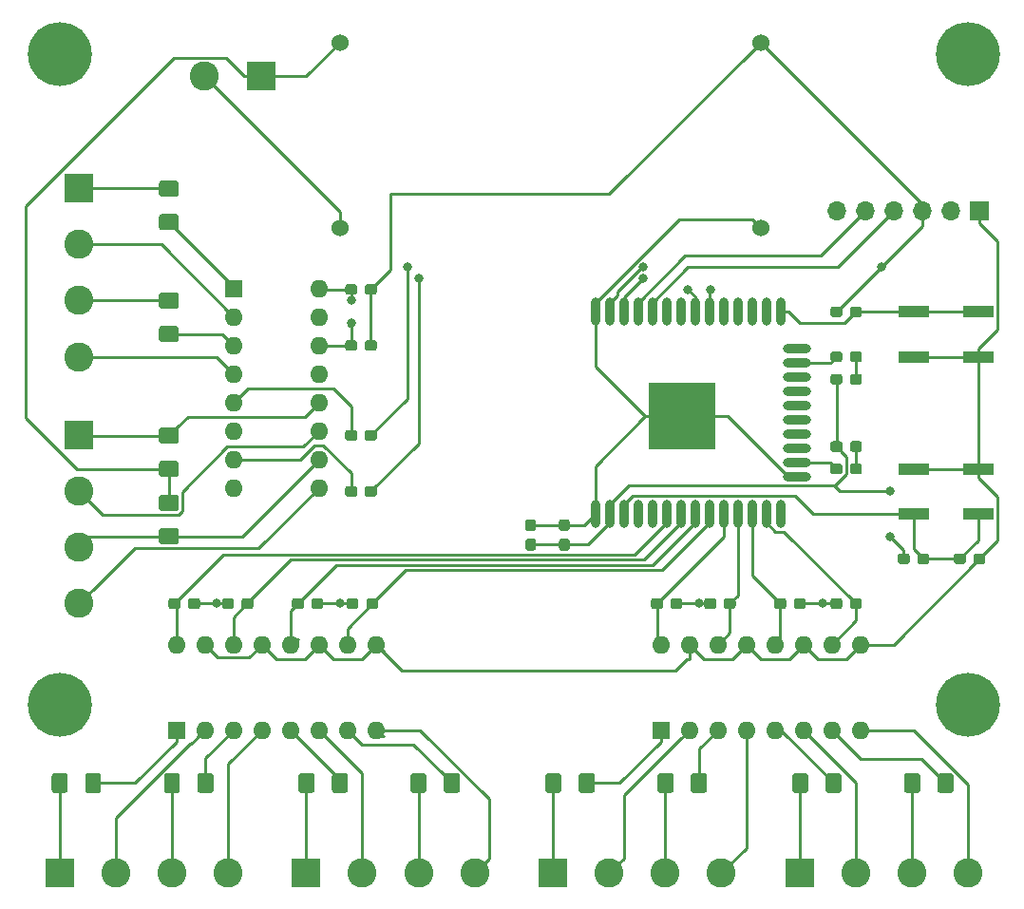
<source format=gtl>
G04 #@! TF.GenerationSoftware,KiCad,Pcbnew,5.0.2-bee76a0~70~ubuntu18.10.1*
G04 #@! TF.CreationDate,2019-05-13T16:40:49+01:00*
G04 #@! TF.ProjectId,alarm-monitor,616c6172-6d2d-46d6-9f6e-69746f722e6b,rev?*
G04 #@! TF.SameCoordinates,Original*
G04 #@! TF.FileFunction,Copper,L1,Top*
G04 #@! TF.FilePolarity,Positive*
%FSLAX46Y46*%
G04 Gerber Fmt 4.6, Leading zero omitted, Abs format (unit mm)*
G04 Created by KiCad (PCBNEW 5.0.2-bee76a0~70~ubuntu18.10.1) date Mon 13 May 2019 16:40:49 BST*
%MOMM*%
%LPD*%
G01*
G04 APERTURE LIST*
G04 #@! TA.AperFunction,ComponentPad*
%ADD10C,5.700000*%
G04 #@! TD*
G04 #@! TA.AperFunction,Conductor*
%ADD11C,0.100000*%
G04 #@! TD*
G04 #@! TA.AperFunction,SMDPad,CuDef*
%ADD12C,0.950000*%
G04 #@! TD*
G04 #@! TA.AperFunction,ComponentPad*
%ADD13R,2.600000X2.600000*%
G04 #@! TD*
G04 #@! TA.AperFunction,ComponentPad*
%ADD14C,2.600000*%
G04 #@! TD*
G04 #@! TA.AperFunction,SMDPad,CuDef*
%ADD15C,1.425000*%
G04 #@! TD*
G04 #@! TA.AperFunction,SMDPad,CuDef*
%ADD16R,2.750000X1.000000*%
G04 #@! TD*
G04 #@! TA.AperFunction,ComponentPad*
%ADD17C,1.524000*%
G04 #@! TD*
G04 #@! TA.AperFunction,SMDPad,CuDef*
%ADD18O,0.900000X2.500000*%
G04 #@! TD*
G04 #@! TA.AperFunction,SMDPad,CuDef*
%ADD19O,2.500000X0.900000*%
G04 #@! TD*
G04 #@! TA.AperFunction,SMDPad,CuDef*
%ADD20R,6.000000X6.000000*%
G04 #@! TD*
G04 #@! TA.AperFunction,ComponentPad*
%ADD21R,1.700000X1.700000*%
G04 #@! TD*
G04 #@! TA.AperFunction,ComponentPad*
%ADD22O,1.700000X1.700000*%
G04 #@! TD*
G04 #@! TA.AperFunction,ComponentPad*
%ADD23R,1.600000X1.600000*%
G04 #@! TD*
G04 #@! TA.AperFunction,ComponentPad*
%ADD24O,1.600000X1.600000*%
G04 #@! TD*
G04 #@! TA.AperFunction,ViaPad*
%ADD25C,0.800000*%
G04 #@! TD*
G04 #@! TA.AperFunction,Conductor*
%ADD26C,0.250000*%
G04 #@! TD*
G04 APERTURE END LIST*
D10*
G04 #@! TO.P,REF\002A\002A,*
G04 #@! TO.N,*
X129000000Y-126000000D03*
G04 #@! TD*
G04 #@! TO.P,REF\002A\002A,*
G04 #@! TO.N,*
X48000000Y-126000000D03*
G04 #@! TD*
G04 #@! TO.P,REF\002A\002A,*
G04 #@! TO.N,*
X48000000Y-68000000D03*
G04 #@! TD*
D11*
G04 #@! TO.N,Net-(C1-Pad1)*
G04 #@! TO.C,C1*
G36*
X128560779Y-112526144D02*
X128583834Y-112529563D01*
X128606443Y-112535227D01*
X128628387Y-112543079D01*
X128649457Y-112553044D01*
X128669448Y-112565026D01*
X128688168Y-112578910D01*
X128705438Y-112594562D01*
X128721090Y-112611832D01*
X128734974Y-112630552D01*
X128746956Y-112650543D01*
X128756921Y-112671613D01*
X128764773Y-112693557D01*
X128770437Y-112716166D01*
X128773856Y-112739221D01*
X128775000Y-112762500D01*
X128775000Y-113237500D01*
X128773856Y-113260779D01*
X128770437Y-113283834D01*
X128764773Y-113306443D01*
X128756921Y-113328387D01*
X128746956Y-113349457D01*
X128734974Y-113369448D01*
X128721090Y-113388168D01*
X128705438Y-113405438D01*
X128688168Y-113421090D01*
X128669448Y-113434974D01*
X128649457Y-113446956D01*
X128628387Y-113456921D01*
X128606443Y-113464773D01*
X128583834Y-113470437D01*
X128560779Y-113473856D01*
X128537500Y-113475000D01*
X127962500Y-113475000D01*
X127939221Y-113473856D01*
X127916166Y-113470437D01*
X127893557Y-113464773D01*
X127871613Y-113456921D01*
X127850543Y-113446956D01*
X127830552Y-113434974D01*
X127811832Y-113421090D01*
X127794562Y-113405438D01*
X127778910Y-113388168D01*
X127765026Y-113369448D01*
X127753044Y-113349457D01*
X127743079Y-113328387D01*
X127735227Y-113306443D01*
X127729563Y-113283834D01*
X127726144Y-113260779D01*
X127725000Y-113237500D01*
X127725000Y-112762500D01*
X127726144Y-112739221D01*
X127729563Y-112716166D01*
X127735227Y-112693557D01*
X127743079Y-112671613D01*
X127753044Y-112650543D01*
X127765026Y-112630552D01*
X127778910Y-112611832D01*
X127794562Y-112594562D01*
X127811832Y-112578910D01*
X127830552Y-112565026D01*
X127850543Y-112553044D01*
X127871613Y-112543079D01*
X127893557Y-112535227D01*
X127916166Y-112529563D01*
X127939221Y-112526144D01*
X127962500Y-112525000D01*
X128537500Y-112525000D01*
X128560779Y-112526144D01*
X128560779Y-112526144D01*
G37*
D12*
G04 #@! TD*
G04 #@! TO.P,C1,1*
G04 #@! TO.N,Net-(C1-Pad1)*
X128250000Y-113000000D03*
D11*
G04 #@! TO.N,GND*
G04 #@! TO.C,C1*
G36*
X130310779Y-112526144D02*
X130333834Y-112529563D01*
X130356443Y-112535227D01*
X130378387Y-112543079D01*
X130399457Y-112553044D01*
X130419448Y-112565026D01*
X130438168Y-112578910D01*
X130455438Y-112594562D01*
X130471090Y-112611832D01*
X130484974Y-112630552D01*
X130496956Y-112650543D01*
X130506921Y-112671613D01*
X130514773Y-112693557D01*
X130520437Y-112716166D01*
X130523856Y-112739221D01*
X130525000Y-112762500D01*
X130525000Y-113237500D01*
X130523856Y-113260779D01*
X130520437Y-113283834D01*
X130514773Y-113306443D01*
X130506921Y-113328387D01*
X130496956Y-113349457D01*
X130484974Y-113369448D01*
X130471090Y-113388168D01*
X130455438Y-113405438D01*
X130438168Y-113421090D01*
X130419448Y-113434974D01*
X130399457Y-113446956D01*
X130378387Y-113456921D01*
X130356443Y-113464773D01*
X130333834Y-113470437D01*
X130310779Y-113473856D01*
X130287500Y-113475000D01*
X129712500Y-113475000D01*
X129689221Y-113473856D01*
X129666166Y-113470437D01*
X129643557Y-113464773D01*
X129621613Y-113456921D01*
X129600543Y-113446956D01*
X129580552Y-113434974D01*
X129561832Y-113421090D01*
X129544562Y-113405438D01*
X129528910Y-113388168D01*
X129515026Y-113369448D01*
X129503044Y-113349457D01*
X129493079Y-113328387D01*
X129485227Y-113306443D01*
X129479563Y-113283834D01*
X129476144Y-113260779D01*
X129475000Y-113237500D01*
X129475000Y-112762500D01*
X129476144Y-112739221D01*
X129479563Y-112716166D01*
X129485227Y-112693557D01*
X129493079Y-112671613D01*
X129503044Y-112650543D01*
X129515026Y-112630552D01*
X129528910Y-112611832D01*
X129544562Y-112594562D01*
X129561832Y-112578910D01*
X129580552Y-112565026D01*
X129600543Y-112553044D01*
X129621613Y-112543079D01*
X129643557Y-112535227D01*
X129666166Y-112529563D01*
X129689221Y-112526144D01*
X129712500Y-112525000D01*
X130287500Y-112525000D01*
X130310779Y-112526144D01*
X130310779Y-112526144D01*
G37*
D12*
G04 #@! TD*
G04 #@! TO.P,C1,2*
G04 #@! TO.N,GND*
X130000000Y-113000000D03*
D11*
G04 #@! TO.N,+3V3*
G04 #@! TO.C,C2*
G36*
X93260779Y-111226144D02*
X93283834Y-111229563D01*
X93306443Y-111235227D01*
X93328387Y-111243079D01*
X93349457Y-111253044D01*
X93369448Y-111265026D01*
X93388168Y-111278910D01*
X93405438Y-111294562D01*
X93421090Y-111311832D01*
X93434974Y-111330552D01*
X93446956Y-111350543D01*
X93456921Y-111371613D01*
X93464773Y-111393557D01*
X93470437Y-111416166D01*
X93473856Y-111439221D01*
X93475000Y-111462500D01*
X93475000Y-112037500D01*
X93473856Y-112060779D01*
X93470437Y-112083834D01*
X93464773Y-112106443D01*
X93456921Y-112128387D01*
X93446956Y-112149457D01*
X93434974Y-112169448D01*
X93421090Y-112188168D01*
X93405438Y-112205438D01*
X93388168Y-112221090D01*
X93369448Y-112234974D01*
X93349457Y-112246956D01*
X93328387Y-112256921D01*
X93306443Y-112264773D01*
X93283834Y-112270437D01*
X93260779Y-112273856D01*
X93237500Y-112275000D01*
X92762500Y-112275000D01*
X92739221Y-112273856D01*
X92716166Y-112270437D01*
X92693557Y-112264773D01*
X92671613Y-112256921D01*
X92650543Y-112246956D01*
X92630552Y-112234974D01*
X92611832Y-112221090D01*
X92594562Y-112205438D01*
X92578910Y-112188168D01*
X92565026Y-112169448D01*
X92553044Y-112149457D01*
X92543079Y-112128387D01*
X92535227Y-112106443D01*
X92529563Y-112083834D01*
X92526144Y-112060779D01*
X92525000Y-112037500D01*
X92525000Y-111462500D01*
X92526144Y-111439221D01*
X92529563Y-111416166D01*
X92535227Y-111393557D01*
X92543079Y-111371613D01*
X92553044Y-111350543D01*
X92565026Y-111330552D01*
X92578910Y-111311832D01*
X92594562Y-111294562D01*
X92611832Y-111278910D01*
X92630552Y-111265026D01*
X92650543Y-111253044D01*
X92671613Y-111243079D01*
X92693557Y-111235227D01*
X92716166Y-111229563D01*
X92739221Y-111226144D01*
X92762500Y-111225000D01*
X93237500Y-111225000D01*
X93260779Y-111226144D01*
X93260779Y-111226144D01*
G37*
D12*
G04 #@! TD*
G04 #@! TO.P,C2,1*
G04 #@! TO.N,+3V3*
X93000000Y-111750000D03*
D11*
G04 #@! TO.N,GND*
G04 #@! TO.C,C2*
G36*
X93260779Y-109476144D02*
X93283834Y-109479563D01*
X93306443Y-109485227D01*
X93328387Y-109493079D01*
X93349457Y-109503044D01*
X93369448Y-109515026D01*
X93388168Y-109528910D01*
X93405438Y-109544562D01*
X93421090Y-109561832D01*
X93434974Y-109580552D01*
X93446956Y-109600543D01*
X93456921Y-109621613D01*
X93464773Y-109643557D01*
X93470437Y-109666166D01*
X93473856Y-109689221D01*
X93475000Y-109712500D01*
X93475000Y-110287500D01*
X93473856Y-110310779D01*
X93470437Y-110333834D01*
X93464773Y-110356443D01*
X93456921Y-110378387D01*
X93446956Y-110399457D01*
X93434974Y-110419448D01*
X93421090Y-110438168D01*
X93405438Y-110455438D01*
X93388168Y-110471090D01*
X93369448Y-110484974D01*
X93349457Y-110496956D01*
X93328387Y-110506921D01*
X93306443Y-110514773D01*
X93283834Y-110520437D01*
X93260779Y-110523856D01*
X93237500Y-110525000D01*
X92762500Y-110525000D01*
X92739221Y-110523856D01*
X92716166Y-110520437D01*
X92693557Y-110514773D01*
X92671613Y-110506921D01*
X92650543Y-110496956D01*
X92630552Y-110484974D01*
X92611832Y-110471090D01*
X92594562Y-110455438D01*
X92578910Y-110438168D01*
X92565026Y-110419448D01*
X92553044Y-110399457D01*
X92543079Y-110378387D01*
X92535227Y-110356443D01*
X92529563Y-110333834D01*
X92526144Y-110310779D01*
X92525000Y-110287500D01*
X92525000Y-109712500D01*
X92526144Y-109689221D01*
X92529563Y-109666166D01*
X92535227Y-109643557D01*
X92543079Y-109621613D01*
X92553044Y-109600543D01*
X92565026Y-109580552D01*
X92578910Y-109561832D01*
X92594562Y-109544562D01*
X92611832Y-109528910D01*
X92630552Y-109515026D01*
X92650543Y-109503044D01*
X92671613Y-109493079D01*
X92693557Y-109485227D01*
X92716166Y-109479563D01*
X92739221Y-109476144D01*
X92762500Y-109475000D01*
X93237500Y-109475000D01*
X93260779Y-109476144D01*
X93260779Y-109476144D01*
G37*
D12*
G04 #@! TD*
G04 #@! TO.P,C2,2*
G04 #@! TO.N,GND*
X93000000Y-110000000D03*
D11*
G04 #@! TO.N,GND*
G04 #@! TO.C,C3*
G36*
X90260779Y-109476144D02*
X90283834Y-109479563D01*
X90306443Y-109485227D01*
X90328387Y-109493079D01*
X90349457Y-109503044D01*
X90369448Y-109515026D01*
X90388168Y-109528910D01*
X90405438Y-109544562D01*
X90421090Y-109561832D01*
X90434974Y-109580552D01*
X90446956Y-109600543D01*
X90456921Y-109621613D01*
X90464773Y-109643557D01*
X90470437Y-109666166D01*
X90473856Y-109689221D01*
X90475000Y-109712500D01*
X90475000Y-110287500D01*
X90473856Y-110310779D01*
X90470437Y-110333834D01*
X90464773Y-110356443D01*
X90456921Y-110378387D01*
X90446956Y-110399457D01*
X90434974Y-110419448D01*
X90421090Y-110438168D01*
X90405438Y-110455438D01*
X90388168Y-110471090D01*
X90369448Y-110484974D01*
X90349457Y-110496956D01*
X90328387Y-110506921D01*
X90306443Y-110514773D01*
X90283834Y-110520437D01*
X90260779Y-110523856D01*
X90237500Y-110525000D01*
X89762500Y-110525000D01*
X89739221Y-110523856D01*
X89716166Y-110520437D01*
X89693557Y-110514773D01*
X89671613Y-110506921D01*
X89650543Y-110496956D01*
X89630552Y-110484974D01*
X89611832Y-110471090D01*
X89594562Y-110455438D01*
X89578910Y-110438168D01*
X89565026Y-110419448D01*
X89553044Y-110399457D01*
X89543079Y-110378387D01*
X89535227Y-110356443D01*
X89529563Y-110333834D01*
X89526144Y-110310779D01*
X89525000Y-110287500D01*
X89525000Y-109712500D01*
X89526144Y-109689221D01*
X89529563Y-109666166D01*
X89535227Y-109643557D01*
X89543079Y-109621613D01*
X89553044Y-109600543D01*
X89565026Y-109580552D01*
X89578910Y-109561832D01*
X89594562Y-109544562D01*
X89611832Y-109528910D01*
X89630552Y-109515026D01*
X89650543Y-109503044D01*
X89671613Y-109493079D01*
X89693557Y-109485227D01*
X89716166Y-109479563D01*
X89739221Y-109476144D01*
X89762500Y-109475000D01*
X90237500Y-109475000D01*
X90260779Y-109476144D01*
X90260779Y-109476144D01*
G37*
D12*
G04 #@! TD*
G04 #@! TO.P,C3,2*
G04 #@! TO.N,GND*
X90000000Y-110000000D03*
D11*
G04 #@! TO.N,+3V3*
G04 #@! TO.C,C3*
G36*
X90260779Y-111226144D02*
X90283834Y-111229563D01*
X90306443Y-111235227D01*
X90328387Y-111243079D01*
X90349457Y-111253044D01*
X90369448Y-111265026D01*
X90388168Y-111278910D01*
X90405438Y-111294562D01*
X90421090Y-111311832D01*
X90434974Y-111330552D01*
X90446956Y-111350543D01*
X90456921Y-111371613D01*
X90464773Y-111393557D01*
X90470437Y-111416166D01*
X90473856Y-111439221D01*
X90475000Y-111462500D01*
X90475000Y-112037500D01*
X90473856Y-112060779D01*
X90470437Y-112083834D01*
X90464773Y-112106443D01*
X90456921Y-112128387D01*
X90446956Y-112149457D01*
X90434974Y-112169448D01*
X90421090Y-112188168D01*
X90405438Y-112205438D01*
X90388168Y-112221090D01*
X90369448Y-112234974D01*
X90349457Y-112246956D01*
X90328387Y-112256921D01*
X90306443Y-112264773D01*
X90283834Y-112270437D01*
X90260779Y-112273856D01*
X90237500Y-112275000D01*
X89762500Y-112275000D01*
X89739221Y-112273856D01*
X89716166Y-112270437D01*
X89693557Y-112264773D01*
X89671613Y-112256921D01*
X89650543Y-112246956D01*
X89630552Y-112234974D01*
X89611832Y-112221090D01*
X89594562Y-112205438D01*
X89578910Y-112188168D01*
X89565026Y-112169448D01*
X89553044Y-112149457D01*
X89543079Y-112128387D01*
X89535227Y-112106443D01*
X89529563Y-112083834D01*
X89526144Y-112060779D01*
X89525000Y-112037500D01*
X89525000Y-111462500D01*
X89526144Y-111439221D01*
X89529563Y-111416166D01*
X89535227Y-111393557D01*
X89543079Y-111371613D01*
X89553044Y-111350543D01*
X89565026Y-111330552D01*
X89578910Y-111311832D01*
X89594562Y-111294562D01*
X89611832Y-111278910D01*
X89630552Y-111265026D01*
X89650543Y-111253044D01*
X89671613Y-111243079D01*
X89693557Y-111235227D01*
X89716166Y-111229563D01*
X89739221Y-111226144D01*
X89762500Y-111225000D01*
X90237500Y-111225000D01*
X90260779Y-111226144D01*
X90260779Y-111226144D01*
G37*
D12*
G04 #@! TD*
G04 #@! TO.P,C3,1*
G04 #@! TO.N,+3V3*
X90000000Y-111750000D03*
D11*
G04 #@! TO.N,Net-(D1-Pad2)*
G04 #@! TO.C,D1*
G36*
X119310779Y-104526144D02*
X119333834Y-104529563D01*
X119356443Y-104535227D01*
X119378387Y-104543079D01*
X119399457Y-104553044D01*
X119419448Y-104565026D01*
X119438168Y-104578910D01*
X119455438Y-104594562D01*
X119471090Y-104611832D01*
X119484974Y-104630552D01*
X119496956Y-104650543D01*
X119506921Y-104671613D01*
X119514773Y-104693557D01*
X119520437Y-104716166D01*
X119523856Y-104739221D01*
X119525000Y-104762500D01*
X119525000Y-105237500D01*
X119523856Y-105260779D01*
X119520437Y-105283834D01*
X119514773Y-105306443D01*
X119506921Y-105328387D01*
X119496956Y-105349457D01*
X119484974Y-105369448D01*
X119471090Y-105388168D01*
X119455438Y-105405438D01*
X119438168Y-105421090D01*
X119419448Y-105434974D01*
X119399457Y-105446956D01*
X119378387Y-105456921D01*
X119356443Y-105464773D01*
X119333834Y-105470437D01*
X119310779Y-105473856D01*
X119287500Y-105475000D01*
X118712500Y-105475000D01*
X118689221Y-105473856D01*
X118666166Y-105470437D01*
X118643557Y-105464773D01*
X118621613Y-105456921D01*
X118600543Y-105446956D01*
X118580552Y-105434974D01*
X118561832Y-105421090D01*
X118544562Y-105405438D01*
X118528910Y-105388168D01*
X118515026Y-105369448D01*
X118503044Y-105349457D01*
X118493079Y-105328387D01*
X118485227Y-105306443D01*
X118479563Y-105283834D01*
X118476144Y-105260779D01*
X118475000Y-105237500D01*
X118475000Y-104762500D01*
X118476144Y-104739221D01*
X118479563Y-104716166D01*
X118485227Y-104693557D01*
X118493079Y-104671613D01*
X118503044Y-104650543D01*
X118515026Y-104630552D01*
X118528910Y-104611832D01*
X118544562Y-104594562D01*
X118561832Y-104578910D01*
X118580552Y-104565026D01*
X118600543Y-104553044D01*
X118621613Y-104543079D01*
X118643557Y-104535227D01*
X118666166Y-104529563D01*
X118689221Y-104526144D01*
X118712500Y-104525000D01*
X119287500Y-104525000D01*
X119310779Y-104526144D01*
X119310779Y-104526144D01*
G37*
D12*
G04 #@! TD*
G04 #@! TO.P,D1,2*
G04 #@! TO.N,Net-(D1-Pad2)*
X119000000Y-105000000D03*
D11*
G04 #@! TO.N,Net-(D1-Pad1)*
G04 #@! TO.C,D1*
G36*
X117560779Y-104526144D02*
X117583834Y-104529563D01*
X117606443Y-104535227D01*
X117628387Y-104543079D01*
X117649457Y-104553044D01*
X117669448Y-104565026D01*
X117688168Y-104578910D01*
X117705438Y-104594562D01*
X117721090Y-104611832D01*
X117734974Y-104630552D01*
X117746956Y-104650543D01*
X117756921Y-104671613D01*
X117764773Y-104693557D01*
X117770437Y-104716166D01*
X117773856Y-104739221D01*
X117775000Y-104762500D01*
X117775000Y-105237500D01*
X117773856Y-105260779D01*
X117770437Y-105283834D01*
X117764773Y-105306443D01*
X117756921Y-105328387D01*
X117746956Y-105349457D01*
X117734974Y-105369448D01*
X117721090Y-105388168D01*
X117705438Y-105405438D01*
X117688168Y-105421090D01*
X117669448Y-105434974D01*
X117649457Y-105446956D01*
X117628387Y-105456921D01*
X117606443Y-105464773D01*
X117583834Y-105470437D01*
X117560779Y-105473856D01*
X117537500Y-105475000D01*
X116962500Y-105475000D01*
X116939221Y-105473856D01*
X116916166Y-105470437D01*
X116893557Y-105464773D01*
X116871613Y-105456921D01*
X116850543Y-105446956D01*
X116830552Y-105434974D01*
X116811832Y-105421090D01*
X116794562Y-105405438D01*
X116778910Y-105388168D01*
X116765026Y-105369448D01*
X116753044Y-105349457D01*
X116743079Y-105328387D01*
X116735227Y-105306443D01*
X116729563Y-105283834D01*
X116726144Y-105260779D01*
X116725000Y-105237500D01*
X116725000Y-104762500D01*
X116726144Y-104739221D01*
X116729563Y-104716166D01*
X116735227Y-104693557D01*
X116743079Y-104671613D01*
X116753044Y-104650543D01*
X116765026Y-104630552D01*
X116778910Y-104611832D01*
X116794562Y-104594562D01*
X116811832Y-104578910D01*
X116830552Y-104565026D01*
X116850543Y-104553044D01*
X116871613Y-104543079D01*
X116893557Y-104535227D01*
X116916166Y-104529563D01*
X116939221Y-104526144D01*
X116962500Y-104525000D01*
X117537500Y-104525000D01*
X117560779Y-104526144D01*
X117560779Y-104526144D01*
G37*
D12*
G04 #@! TD*
G04 #@! TO.P,D1,1*
G04 #@! TO.N,Net-(D1-Pad1)*
X117250000Y-105000000D03*
D11*
G04 #@! TO.N,Net-(D2-Pad1)*
G04 #@! TO.C,D2*
G36*
X117560779Y-94526144D02*
X117583834Y-94529563D01*
X117606443Y-94535227D01*
X117628387Y-94543079D01*
X117649457Y-94553044D01*
X117669448Y-94565026D01*
X117688168Y-94578910D01*
X117705438Y-94594562D01*
X117721090Y-94611832D01*
X117734974Y-94630552D01*
X117746956Y-94650543D01*
X117756921Y-94671613D01*
X117764773Y-94693557D01*
X117770437Y-94716166D01*
X117773856Y-94739221D01*
X117775000Y-94762500D01*
X117775000Y-95237500D01*
X117773856Y-95260779D01*
X117770437Y-95283834D01*
X117764773Y-95306443D01*
X117756921Y-95328387D01*
X117746956Y-95349457D01*
X117734974Y-95369448D01*
X117721090Y-95388168D01*
X117705438Y-95405438D01*
X117688168Y-95421090D01*
X117669448Y-95434974D01*
X117649457Y-95446956D01*
X117628387Y-95456921D01*
X117606443Y-95464773D01*
X117583834Y-95470437D01*
X117560779Y-95473856D01*
X117537500Y-95475000D01*
X116962500Y-95475000D01*
X116939221Y-95473856D01*
X116916166Y-95470437D01*
X116893557Y-95464773D01*
X116871613Y-95456921D01*
X116850543Y-95446956D01*
X116830552Y-95434974D01*
X116811832Y-95421090D01*
X116794562Y-95405438D01*
X116778910Y-95388168D01*
X116765026Y-95369448D01*
X116753044Y-95349457D01*
X116743079Y-95328387D01*
X116735227Y-95306443D01*
X116729563Y-95283834D01*
X116726144Y-95260779D01*
X116725000Y-95237500D01*
X116725000Y-94762500D01*
X116726144Y-94739221D01*
X116729563Y-94716166D01*
X116735227Y-94693557D01*
X116743079Y-94671613D01*
X116753044Y-94650543D01*
X116765026Y-94630552D01*
X116778910Y-94611832D01*
X116794562Y-94594562D01*
X116811832Y-94578910D01*
X116830552Y-94565026D01*
X116850543Y-94553044D01*
X116871613Y-94543079D01*
X116893557Y-94535227D01*
X116916166Y-94529563D01*
X116939221Y-94526144D01*
X116962500Y-94525000D01*
X117537500Y-94525000D01*
X117560779Y-94526144D01*
X117560779Y-94526144D01*
G37*
D12*
G04 #@! TD*
G04 #@! TO.P,D2,1*
G04 #@! TO.N,Net-(D2-Pad1)*
X117250000Y-95000000D03*
D11*
G04 #@! TO.N,Net-(D2-Pad2)*
G04 #@! TO.C,D2*
G36*
X119310779Y-94526144D02*
X119333834Y-94529563D01*
X119356443Y-94535227D01*
X119378387Y-94543079D01*
X119399457Y-94553044D01*
X119419448Y-94565026D01*
X119438168Y-94578910D01*
X119455438Y-94594562D01*
X119471090Y-94611832D01*
X119484974Y-94630552D01*
X119496956Y-94650543D01*
X119506921Y-94671613D01*
X119514773Y-94693557D01*
X119520437Y-94716166D01*
X119523856Y-94739221D01*
X119525000Y-94762500D01*
X119525000Y-95237500D01*
X119523856Y-95260779D01*
X119520437Y-95283834D01*
X119514773Y-95306443D01*
X119506921Y-95328387D01*
X119496956Y-95349457D01*
X119484974Y-95369448D01*
X119471090Y-95388168D01*
X119455438Y-95405438D01*
X119438168Y-95421090D01*
X119419448Y-95434974D01*
X119399457Y-95446956D01*
X119378387Y-95456921D01*
X119356443Y-95464773D01*
X119333834Y-95470437D01*
X119310779Y-95473856D01*
X119287500Y-95475000D01*
X118712500Y-95475000D01*
X118689221Y-95473856D01*
X118666166Y-95470437D01*
X118643557Y-95464773D01*
X118621613Y-95456921D01*
X118600543Y-95446956D01*
X118580552Y-95434974D01*
X118561832Y-95421090D01*
X118544562Y-95405438D01*
X118528910Y-95388168D01*
X118515026Y-95369448D01*
X118503044Y-95349457D01*
X118493079Y-95328387D01*
X118485227Y-95306443D01*
X118479563Y-95283834D01*
X118476144Y-95260779D01*
X118475000Y-95237500D01*
X118475000Y-94762500D01*
X118476144Y-94739221D01*
X118479563Y-94716166D01*
X118485227Y-94693557D01*
X118493079Y-94671613D01*
X118503044Y-94650543D01*
X118515026Y-94630552D01*
X118528910Y-94611832D01*
X118544562Y-94594562D01*
X118561832Y-94578910D01*
X118580552Y-94565026D01*
X118600543Y-94553044D01*
X118621613Y-94543079D01*
X118643557Y-94535227D01*
X118666166Y-94529563D01*
X118689221Y-94526144D01*
X118712500Y-94525000D01*
X119287500Y-94525000D01*
X119310779Y-94526144D01*
X119310779Y-94526144D01*
G37*
D12*
G04 #@! TD*
G04 #@! TO.P,D2,2*
G04 #@! TO.N,Net-(D2-Pad2)*
X119000000Y-95000000D03*
D13*
G04 #@! TO.P,J1,1*
G04 #@! TO.N,+12V*
X66000000Y-70000000D03*
D14*
G04 #@! TO.P,J1,2*
G04 #@! TO.N,GND*
X60920000Y-70000000D03*
G04 #@! TD*
G04 #@! TO.P,J2,4*
G04 #@! TO.N,Net-(J2-Pad4)*
X63000000Y-141000000D03*
G04 #@! TO.P,J2,3*
G04 #@! TO.N,Net-(J2-Pad3)*
X58000000Y-141000000D03*
G04 #@! TO.P,J2,2*
G04 #@! TO.N,Net-(J2-Pad2)*
X53000000Y-141000000D03*
D13*
G04 #@! TO.P,J2,1*
G04 #@! TO.N,Net-(J2-Pad1)*
X48000000Y-141000000D03*
G04 #@! TD*
G04 #@! TO.P,J3,1*
G04 #@! TO.N,Net-(J3-Pad1)*
X70000000Y-141000000D03*
D14*
G04 #@! TO.P,J3,2*
G04 #@! TO.N,Net-(J3-Pad2)*
X75000000Y-141000000D03*
G04 #@! TO.P,J3,3*
G04 #@! TO.N,Net-(J3-Pad3)*
X80000000Y-141000000D03*
G04 #@! TO.P,J3,4*
G04 #@! TO.N,Net-(J3-Pad4)*
X85000000Y-141000000D03*
G04 #@! TD*
D13*
G04 #@! TO.P,J4,1*
G04 #@! TO.N,Net-(J4-Pad1)*
X92000000Y-141000000D03*
D14*
G04 #@! TO.P,J4,2*
G04 #@! TO.N,Net-(J4-Pad2)*
X97000000Y-141000000D03*
G04 #@! TO.P,J4,3*
G04 #@! TO.N,Net-(J4-Pad3)*
X102000000Y-141000000D03*
G04 #@! TO.P,J4,4*
G04 #@! TO.N,Net-(J4-Pad4)*
X107000000Y-141000000D03*
G04 #@! TD*
G04 #@! TO.P,J5,4*
G04 #@! TO.N,Net-(J5-Pad4)*
X129000000Y-141000000D03*
G04 #@! TO.P,J5,3*
G04 #@! TO.N,Net-(J5-Pad3)*
X124000000Y-141000000D03*
G04 #@! TO.P,J5,2*
G04 #@! TO.N,Net-(J5-Pad2)*
X119000000Y-141000000D03*
D13*
G04 #@! TO.P,J5,1*
G04 #@! TO.N,Net-(J5-Pad1)*
X114000000Y-141000000D03*
G04 #@! TD*
G04 #@! TO.P,J6,1*
G04 #@! TO.N,Net-(J6-Pad1)*
X49750000Y-80000000D03*
D14*
G04 #@! TO.P,J6,2*
G04 #@! TO.N,Net-(J6-Pad2)*
X49750000Y-85000000D03*
G04 #@! TO.P,J6,3*
G04 #@! TO.N,Net-(J6-Pad3)*
X49750000Y-90000000D03*
G04 #@! TO.P,J6,4*
G04 #@! TO.N,Net-(J6-Pad4)*
X49750000Y-95000000D03*
G04 #@! TD*
G04 #@! TO.P,J7,4*
G04 #@! TO.N,Net-(J7-Pad4)*
X49750000Y-117000000D03*
G04 #@! TO.P,J7,3*
G04 #@! TO.N,Net-(J7-Pad3)*
X49750000Y-112000000D03*
G04 #@! TO.P,J7,2*
G04 #@! TO.N,Net-(J7-Pad2)*
X49750000Y-107000000D03*
D13*
G04 #@! TO.P,J7,1*
G04 #@! TO.N,Net-(J7-Pad1)*
X49750000Y-102000000D03*
G04 #@! TD*
D11*
G04 #@! TO.N,Net-(J2-Pad1)*
G04 #@! TO.C,R1*
G36*
X48512004Y-132126204D02*
X48536273Y-132129804D01*
X48560071Y-132135765D01*
X48583171Y-132144030D01*
X48605349Y-132154520D01*
X48626393Y-132167133D01*
X48646098Y-132181747D01*
X48664277Y-132198223D01*
X48680753Y-132216402D01*
X48695367Y-132236107D01*
X48707980Y-132257151D01*
X48718470Y-132279329D01*
X48726735Y-132302429D01*
X48732696Y-132326227D01*
X48736296Y-132350496D01*
X48737500Y-132375000D01*
X48737500Y-133625000D01*
X48736296Y-133649504D01*
X48732696Y-133673773D01*
X48726735Y-133697571D01*
X48718470Y-133720671D01*
X48707980Y-133742849D01*
X48695367Y-133763893D01*
X48680753Y-133783598D01*
X48664277Y-133801777D01*
X48646098Y-133818253D01*
X48626393Y-133832867D01*
X48605349Y-133845480D01*
X48583171Y-133855970D01*
X48560071Y-133864235D01*
X48536273Y-133870196D01*
X48512004Y-133873796D01*
X48487500Y-133875000D01*
X47562500Y-133875000D01*
X47537996Y-133873796D01*
X47513727Y-133870196D01*
X47489929Y-133864235D01*
X47466829Y-133855970D01*
X47444651Y-133845480D01*
X47423607Y-133832867D01*
X47403902Y-133818253D01*
X47385723Y-133801777D01*
X47369247Y-133783598D01*
X47354633Y-133763893D01*
X47342020Y-133742849D01*
X47331530Y-133720671D01*
X47323265Y-133697571D01*
X47317304Y-133673773D01*
X47313704Y-133649504D01*
X47312500Y-133625000D01*
X47312500Y-132375000D01*
X47313704Y-132350496D01*
X47317304Y-132326227D01*
X47323265Y-132302429D01*
X47331530Y-132279329D01*
X47342020Y-132257151D01*
X47354633Y-132236107D01*
X47369247Y-132216402D01*
X47385723Y-132198223D01*
X47403902Y-132181747D01*
X47423607Y-132167133D01*
X47444651Y-132154520D01*
X47466829Y-132144030D01*
X47489929Y-132135765D01*
X47513727Y-132129804D01*
X47537996Y-132126204D01*
X47562500Y-132125000D01*
X48487500Y-132125000D01*
X48512004Y-132126204D01*
X48512004Y-132126204D01*
G37*
D15*
G04 #@! TD*
G04 #@! TO.P,R1,2*
G04 #@! TO.N,Net-(J2-Pad1)*
X48025000Y-133000000D03*
D11*
G04 #@! TO.N,Net-(R1-Pad1)*
G04 #@! TO.C,R1*
G36*
X51487004Y-132126204D02*
X51511273Y-132129804D01*
X51535071Y-132135765D01*
X51558171Y-132144030D01*
X51580349Y-132154520D01*
X51601393Y-132167133D01*
X51621098Y-132181747D01*
X51639277Y-132198223D01*
X51655753Y-132216402D01*
X51670367Y-132236107D01*
X51682980Y-132257151D01*
X51693470Y-132279329D01*
X51701735Y-132302429D01*
X51707696Y-132326227D01*
X51711296Y-132350496D01*
X51712500Y-132375000D01*
X51712500Y-133625000D01*
X51711296Y-133649504D01*
X51707696Y-133673773D01*
X51701735Y-133697571D01*
X51693470Y-133720671D01*
X51682980Y-133742849D01*
X51670367Y-133763893D01*
X51655753Y-133783598D01*
X51639277Y-133801777D01*
X51621098Y-133818253D01*
X51601393Y-133832867D01*
X51580349Y-133845480D01*
X51558171Y-133855970D01*
X51535071Y-133864235D01*
X51511273Y-133870196D01*
X51487004Y-133873796D01*
X51462500Y-133875000D01*
X50537500Y-133875000D01*
X50512996Y-133873796D01*
X50488727Y-133870196D01*
X50464929Y-133864235D01*
X50441829Y-133855970D01*
X50419651Y-133845480D01*
X50398607Y-133832867D01*
X50378902Y-133818253D01*
X50360723Y-133801777D01*
X50344247Y-133783598D01*
X50329633Y-133763893D01*
X50317020Y-133742849D01*
X50306530Y-133720671D01*
X50298265Y-133697571D01*
X50292304Y-133673773D01*
X50288704Y-133649504D01*
X50287500Y-133625000D01*
X50287500Y-132375000D01*
X50288704Y-132350496D01*
X50292304Y-132326227D01*
X50298265Y-132302429D01*
X50306530Y-132279329D01*
X50317020Y-132257151D01*
X50329633Y-132236107D01*
X50344247Y-132216402D01*
X50360723Y-132198223D01*
X50378902Y-132181747D01*
X50398607Y-132167133D01*
X50419651Y-132154520D01*
X50441829Y-132144030D01*
X50464929Y-132135765D01*
X50488727Y-132129804D01*
X50512996Y-132126204D01*
X50537500Y-132125000D01*
X51462500Y-132125000D01*
X51487004Y-132126204D01*
X51487004Y-132126204D01*
G37*
D15*
G04 #@! TD*
G04 #@! TO.P,R1,1*
G04 #@! TO.N,Net-(R1-Pad1)*
X51000000Y-133000000D03*
D11*
G04 #@! TO.N,Net-(R2-Pad1)*
G04 #@! TO.C,R2*
G36*
X61487004Y-132126204D02*
X61511273Y-132129804D01*
X61535071Y-132135765D01*
X61558171Y-132144030D01*
X61580349Y-132154520D01*
X61601393Y-132167133D01*
X61621098Y-132181747D01*
X61639277Y-132198223D01*
X61655753Y-132216402D01*
X61670367Y-132236107D01*
X61682980Y-132257151D01*
X61693470Y-132279329D01*
X61701735Y-132302429D01*
X61707696Y-132326227D01*
X61711296Y-132350496D01*
X61712500Y-132375000D01*
X61712500Y-133625000D01*
X61711296Y-133649504D01*
X61707696Y-133673773D01*
X61701735Y-133697571D01*
X61693470Y-133720671D01*
X61682980Y-133742849D01*
X61670367Y-133763893D01*
X61655753Y-133783598D01*
X61639277Y-133801777D01*
X61621098Y-133818253D01*
X61601393Y-133832867D01*
X61580349Y-133845480D01*
X61558171Y-133855970D01*
X61535071Y-133864235D01*
X61511273Y-133870196D01*
X61487004Y-133873796D01*
X61462500Y-133875000D01*
X60537500Y-133875000D01*
X60512996Y-133873796D01*
X60488727Y-133870196D01*
X60464929Y-133864235D01*
X60441829Y-133855970D01*
X60419651Y-133845480D01*
X60398607Y-133832867D01*
X60378902Y-133818253D01*
X60360723Y-133801777D01*
X60344247Y-133783598D01*
X60329633Y-133763893D01*
X60317020Y-133742849D01*
X60306530Y-133720671D01*
X60298265Y-133697571D01*
X60292304Y-133673773D01*
X60288704Y-133649504D01*
X60287500Y-133625000D01*
X60287500Y-132375000D01*
X60288704Y-132350496D01*
X60292304Y-132326227D01*
X60298265Y-132302429D01*
X60306530Y-132279329D01*
X60317020Y-132257151D01*
X60329633Y-132236107D01*
X60344247Y-132216402D01*
X60360723Y-132198223D01*
X60378902Y-132181747D01*
X60398607Y-132167133D01*
X60419651Y-132154520D01*
X60441829Y-132144030D01*
X60464929Y-132135765D01*
X60488727Y-132129804D01*
X60512996Y-132126204D01*
X60537500Y-132125000D01*
X61462500Y-132125000D01*
X61487004Y-132126204D01*
X61487004Y-132126204D01*
G37*
D15*
G04 #@! TD*
G04 #@! TO.P,R2,1*
G04 #@! TO.N,Net-(R2-Pad1)*
X61000000Y-133000000D03*
D11*
G04 #@! TO.N,Net-(J2-Pad3)*
G04 #@! TO.C,R2*
G36*
X58512004Y-132126204D02*
X58536273Y-132129804D01*
X58560071Y-132135765D01*
X58583171Y-132144030D01*
X58605349Y-132154520D01*
X58626393Y-132167133D01*
X58646098Y-132181747D01*
X58664277Y-132198223D01*
X58680753Y-132216402D01*
X58695367Y-132236107D01*
X58707980Y-132257151D01*
X58718470Y-132279329D01*
X58726735Y-132302429D01*
X58732696Y-132326227D01*
X58736296Y-132350496D01*
X58737500Y-132375000D01*
X58737500Y-133625000D01*
X58736296Y-133649504D01*
X58732696Y-133673773D01*
X58726735Y-133697571D01*
X58718470Y-133720671D01*
X58707980Y-133742849D01*
X58695367Y-133763893D01*
X58680753Y-133783598D01*
X58664277Y-133801777D01*
X58646098Y-133818253D01*
X58626393Y-133832867D01*
X58605349Y-133845480D01*
X58583171Y-133855970D01*
X58560071Y-133864235D01*
X58536273Y-133870196D01*
X58512004Y-133873796D01*
X58487500Y-133875000D01*
X57562500Y-133875000D01*
X57537996Y-133873796D01*
X57513727Y-133870196D01*
X57489929Y-133864235D01*
X57466829Y-133855970D01*
X57444651Y-133845480D01*
X57423607Y-133832867D01*
X57403902Y-133818253D01*
X57385723Y-133801777D01*
X57369247Y-133783598D01*
X57354633Y-133763893D01*
X57342020Y-133742849D01*
X57331530Y-133720671D01*
X57323265Y-133697571D01*
X57317304Y-133673773D01*
X57313704Y-133649504D01*
X57312500Y-133625000D01*
X57312500Y-132375000D01*
X57313704Y-132350496D01*
X57317304Y-132326227D01*
X57323265Y-132302429D01*
X57331530Y-132279329D01*
X57342020Y-132257151D01*
X57354633Y-132236107D01*
X57369247Y-132216402D01*
X57385723Y-132198223D01*
X57403902Y-132181747D01*
X57423607Y-132167133D01*
X57444651Y-132154520D01*
X57466829Y-132144030D01*
X57489929Y-132135765D01*
X57513727Y-132129804D01*
X57537996Y-132126204D01*
X57562500Y-132125000D01*
X58487500Y-132125000D01*
X58512004Y-132126204D01*
X58512004Y-132126204D01*
G37*
D15*
G04 #@! TD*
G04 #@! TO.P,R2,2*
G04 #@! TO.N,Net-(J2-Pad3)*
X58025000Y-133000000D03*
D11*
G04 #@! TO.N,Net-(J3-Pad1)*
G04 #@! TO.C,R3*
G36*
X70512004Y-132126204D02*
X70536273Y-132129804D01*
X70560071Y-132135765D01*
X70583171Y-132144030D01*
X70605349Y-132154520D01*
X70626393Y-132167133D01*
X70646098Y-132181747D01*
X70664277Y-132198223D01*
X70680753Y-132216402D01*
X70695367Y-132236107D01*
X70707980Y-132257151D01*
X70718470Y-132279329D01*
X70726735Y-132302429D01*
X70732696Y-132326227D01*
X70736296Y-132350496D01*
X70737500Y-132375000D01*
X70737500Y-133625000D01*
X70736296Y-133649504D01*
X70732696Y-133673773D01*
X70726735Y-133697571D01*
X70718470Y-133720671D01*
X70707980Y-133742849D01*
X70695367Y-133763893D01*
X70680753Y-133783598D01*
X70664277Y-133801777D01*
X70646098Y-133818253D01*
X70626393Y-133832867D01*
X70605349Y-133845480D01*
X70583171Y-133855970D01*
X70560071Y-133864235D01*
X70536273Y-133870196D01*
X70512004Y-133873796D01*
X70487500Y-133875000D01*
X69562500Y-133875000D01*
X69537996Y-133873796D01*
X69513727Y-133870196D01*
X69489929Y-133864235D01*
X69466829Y-133855970D01*
X69444651Y-133845480D01*
X69423607Y-133832867D01*
X69403902Y-133818253D01*
X69385723Y-133801777D01*
X69369247Y-133783598D01*
X69354633Y-133763893D01*
X69342020Y-133742849D01*
X69331530Y-133720671D01*
X69323265Y-133697571D01*
X69317304Y-133673773D01*
X69313704Y-133649504D01*
X69312500Y-133625000D01*
X69312500Y-132375000D01*
X69313704Y-132350496D01*
X69317304Y-132326227D01*
X69323265Y-132302429D01*
X69331530Y-132279329D01*
X69342020Y-132257151D01*
X69354633Y-132236107D01*
X69369247Y-132216402D01*
X69385723Y-132198223D01*
X69403902Y-132181747D01*
X69423607Y-132167133D01*
X69444651Y-132154520D01*
X69466829Y-132144030D01*
X69489929Y-132135765D01*
X69513727Y-132129804D01*
X69537996Y-132126204D01*
X69562500Y-132125000D01*
X70487500Y-132125000D01*
X70512004Y-132126204D01*
X70512004Y-132126204D01*
G37*
D15*
G04 #@! TD*
G04 #@! TO.P,R3,2*
G04 #@! TO.N,Net-(J3-Pad1)*
X70025000Y-133000000D03*
D11*
G04 #@! TO.N,Net-(R3-Pad1)*
G04 #@! TO.C,R3*
G36*
X73487004Y-132126204D02*
X73511273Y-132129804D01*
X73535071Y-132135765D01*
X73558171Y-132144030D01*
X73580349Y-132154520D01*
X73601393Y-132167133D01*
X73621098Y-132181747D01*
X73639277Y-132198223D01*
X73655753Y-132216402D01*
X73670367Y-132236107D01*
X73682980Y-132257151D01*
X73693470Y-132279329D01*
X73701735Y-132302429D01*
X73707696Y-132326227D01*
X73711296Y-132350496D01*
X73712500Y-132375000D01*
X73712500Y-133625000D01*
X73711296Y-133649504D01*
X73707696Y-133673773D01*
X73701735Y-133697571D01*
X73693470Y-133720671D01*
X73682980Y-133742849D01*
X73670367Y-133763893D01*
X73655753Y-133783598D01*
X73639277Y-133801777D01*
X73621098Y-133818253D01*
X73601393Y-133832867D01*
X73580349Y-133845480D01*
X73558171Y-133855970D01*
X73535071Y-133864235D01*
X73511273Y-133870196D01*
X73487004Y-133873796D01*
X73462500Y-133875000D01*
X72537500Y-133875000D01*
X72512996Y-133873796D01*
X72488727Y-133870196D01*
X72464929Y-133864235D01*
X72441829Y-133855970D01*
X72419651Y-133845480D01*
X72398607Y-133832867D01*
X72378902Y-133818253D01*
X72360723Y-133801777D01*
X72344247Y-133783598D01*
X72329633Y-133763893D01*
X72317020Y-133742849D01*
X72306530Y-133720671D01*
X72298265Y-133697571D01*
X72292304Y-133673773D01*
X72288704Y-133649504D01*
X72287500Y-133625000D01*
X72287500Y-132375000D01*
X72288704Y-132350496D01*
X72292304Y-132326227D01*
X72298265Y-132302429D01*
X72306530Y-132279329D01*
X72317020Y-132257151D01*
X72329633Y-132236107D01*
X72344247Y-132216402D01*
X72360723Y-132198223D01*
X72378902Y-132181747D01*
X72398607Y-132167133D01*
X72419651Y-132154520D01*
X72441829Y-132144030D01*
X72464929Y-132135765D01*
X72488727Y-132129804D01*
X72512996Y-132126204D01*
X72537500Y-132125000D01*
X73462500Y-132125000D01*
X73487004Y-132126204D01*
X73487004Y-132126204D01*
G37*
D15*
G04 #@! TD*
G04 #@! TO.P,R3,1*
G04 #@! TO.N,Net-(R3-Pad1)*
X73000000Y-133000000D03*
D11*
G04 #@! TO.N,Net-(R4-Pad1)*
G04 #@! TO.C,R4*
G36*
X83462004Y-132126204D02*
X83486273Y-132129804D01*
X83510071Y-132135765D01*
X83533171Y-132144030D01*
X83555349Y-132154520D01*
X83576393Y-132167133D01*
X83596098Y-132181747D01*
X83614277Y-132198223D01*
X83630753Y-132216402D01*
X83645367Y-132236107D01*
X83657980Y-132257151D01*
X83668470Y-132279329D01*
X83676735Y-132302429D01*
X83682696Y-132326227D01*
X83686296Y-132350496D01*
X83687500Y-132375000D01*
X83687500Y-133625000D01*
X83686296Y-133649504D01*
X83682696Y-133673773D01*
X83676735Y-133697571D01*
X83668470Y-133720671D01*
X83657980Y-133742849D01*
X83645367Y-133763893D01*
X83630753Y-133783598D01*
X83614277Y-133801777D01*
X83596098Y-133818253D01*
X83576393Y-133832867D01*
X83555349Y-133845480D01*
X83533171Y-133855970D01*
X83510071Y-133864235D01*
X83486273Y-133870196D01*
X83462004Y-133873796D01*
X83437500Y-133875000D01*
X82512500Y-133875000D01*
X82487996Y-133873796D01*
X82463727Y-133870196D01*
X82439929Y-133864235D01*
X82416829Y-133855970D01*
X82394651Y-133845480D01*
X82373607Y-133832867D01*
X82353902Y-133818253D01*
X82335723Y-133801777D01*
X82319247Y-133783598D01*
X82304633Y-133763893D01*
X82292020Y-133742849D01*
X82281530Y-133720671D01*
X82273265Y-133697571D01*
X82267304Y-133673773D01*
X82263704Y-133649504D01*
X82262500Y-133625000D01*
X82262500Y-132375000D01*
X82263704Y-132350496D01*
X82267304Y-132326227D01*
X82273265Y-132302429D01*
X82281530Y-132279329D01*
X82292020Y-132257151D01*
X82304633Y-132236107D01*
X82319247Y-132216402D01*
X82335723Y-132198223D01*
X82353902Y-132181747D01*
X82373607Y-132167133D01*
X82394651Y-132154520D01*
X82416829Y-132144030D01*
X82439929Y-132135765D01*
X82463727Y-132129804D01*
X82487996Y-132126204D01*
X82512500Y-132125000D01*
X83437500Y-132125000D01*
X83462004Y-132126204D01*
X83462004Y-132126204D01*
G37*
D15*
G04 #@! TD*
G04 #@! TO.P,R4,1*
G04 #@! TO.N,Net-(R4-Pad1)*
X82975000Y-133000000D03*
D11*
G04 #@! TO.N,Net-(J3-Pad3)*
G04 #@! TO.C,R4*
G36*
X80487004Y-132126204D02*
X80511273Y-132129804D01*
X80535071Y-132135765D01*
X80558171Y-132144030D01*
X80580349Y-132154520D01*
X80601393Y-132167133D01*
X80621098Y-132181747D01*
X80639277Y-132198223D01*
X80655753Y-132216402D01*
X80670367Y-132236107D01*
X80682980Y-132257151D01*
X80693470Y-132279329D01*
X80701735Y-132302429D01*
X80707696Y-132326227D01*
X80711296Y-132350496D01*
X80712500Y-132375000D01*
X80712500Y-133625000D01*
X80711296Y-133649504D01*
X80707696Y-133673773D01*
X80701735Y-133697571D01*
X80693470Y-133720671D01*
X80682980Y-133742849D01*
X80670367Y-133763893D01*
X80655753Y-133783598D01*
X80639277Y-133801777D01*
X80621098Y-133818253D01*
X80601393Y-133832867D01*
X80580349Y-133845480D01*
X80558171Y-133855970D01*
X80535071Y-133864235D01*
X80511273Y-133870196D01*
X80487004Y-133873796D01*
X80462500Y-133875000D01*
X79537500Y-133875000D01*
X79512996Y-133873796D01*
X79488727Y-133870196D01*
X79464929Y-133864235D01*
X79441829Y-133855970D01*
X79419651Y-133845480D01*
X79398607Y-133832867D01*
X79378902Y-133818253D01*
X79360723Y-133801777D01*
X79344247Y-133783598D01*
X79329633Y-133763893D01*
X79317020Y-133742849D01*
X79306530Y-133720671D01*
X79298265Y-133697571D01*
X79292304Y-133673773D01*
X79288704Y-133649504D01*
X79287500Y-133625000D01*
X79287500Y-132375000D01*
X79288704Y-132350496D01*
X79292304Y-132326227D01*
X79298265Y-132302429D01*
X79306530Y-132279329D01*
X79317020Y-132257151D01*
X79329633Y-132236107D01*
X79344247Y-132216402D01*
X79360723Y-132198223D01*
X79378902Y-132181747D01*
X79398607Y-132167133D01*
X79419651Y-132154520D01*
X79441829Y-132144030D01*
X79464929Y-132135765D01*
X79488727Y-132129804D01*
X79512996Y-132126204D01*
X79537500Y-132125000D01*
X80462500Y-132125000D01*
X80487004Y-132126204D01*
X80487004Y-132126204D01*
G37*
D15*
G04 #@! TD*
G04 #@! TO.P,R4,2*
G04 #@! TO.N,Net-(J3-Pad3)*
X80000000Y-133000000D03*
D11*
G04 #@! TO.N,Net-(J4-Pad1)*
G04 #@! TO.C,R5*
G36*
X92512004Y-132126204D02*
X92536273Y-132129804D01*
X92560071Y-132135765D01*
X92583171Y-132144030D01*
X92605349Y-132154520D01*
X92626393Y-132167133D01*
X92646098Y-132181747D01*
X92664277Y-132198223D01*
X92680753Y-132216402D01*
X92695367Y-132236107D01*
X92707980Y-132257151D01*
X92718470Y-132279329D01*
X92726735Y-132302429D01*
X92732696Y-132326227D01*
X92736296Y-132350496D01*
X92737500Y-132375000D01*
X92737500Y-133625000D01*
X92736296Y-133649504D01*
X92732696Y-133673773D01*
X92726735Y-133697571D01*
X92718470Y-133720671D01*
X92707980Y-133742849D01*
X92695367Y-133763893D01*
X92680753Y-133783598D01*
X92664277Y-133801777D01*
X92646098Y-133818253D01*
X92626393Y-133832867D01*
X92605349Y-133845480D01*
X92583171Y-133855970D01*
X92560071Y-133864235D01*
X92536273Y-133870196D01*
X92512004Y-133873796D01*
X92487500Y-133875000D01*
X91562500Y-133875000D01*
X91537996Y-133873796D01*
X91513727Y-133870196D01*
X91489929Y-133864235D01*
X91466829Y-133855970D01*
X91444651Y-133845480D01*
X91423607Y-133832867D01*
X91403902Y-133818253D01*
X91385723Y-133801777D01*
X91369247Y-133783598D01*
X91354633Y-133763893D01*
X91342020Y-133742849D01*
X91331530Y-133720671D01*
X91323265Y-133697571D01*
X91317304Y-133673773D01*
X91313704Y-133649504D01*
X91312500Y-133625000D01*
X91312500Y-132375000D01*
X91313704Y-132350496D01*
X91317304Y-132326227D01*
X91323265Y-132302429D01*
X91331530Y-132279329D01*
X91342020Y-132257151D01*
X91354633Y-132236107D01*
X91369247Y-132216402D01*
X91385723Y-132198223D01*
X91403902Y-132181747D01*
X91423607Y-132167133D01*
X91444651Y-132154520D01*
X91466829Y-132144030D01*
X91489929Y-132135765D01*
X91513727Y-132129804D01*
X91537996Y-132126204D01*
X91562500Y-132125000D01*
X92487500Y-132125000D01*
X92512004Y-132126204D01*
X92512004Y-132126204D01*
G37*
D15*
G04 #@! TD*
G04 #@! TO.P,R5,2*
G04 #@! TO.N,Net-(J4-Pad1)*
X92025000Y-133000000D03*
D11*
G04 #@! TO.N,Net-(R5-Pad1)*
G04 #@! TO.C,R5*
G36*
X95487004Y-132126204D02*
X95511273Y-132129804D01*
X95535071Y-132135765D01*
X95558171Y-132144030D01*
X95580349Y-132154520D01*
X95601393Y-132167133D01*
X95621098Y-132181747D01*
X95639277Y-132198223D01*
X95655753Y-132216402D01*
X95670367Y-132236107D01*
X95682980Y-132257151D01*
X95693470Y-132279329D01*
X95701735Y-132302429D01*
X95707696Y-132326227D01*
X95711296Y-132350496D01*
X95712500Y-132375000D01*
X95712500Y-133625000D01*
X95711296Y-133649504D01*
X95707696Y-133673773D01*
X95701735Y-133697571D01*
X95693470Y-133720671D01*
X95682980Y-133742849D01*
X95670367Y-133763893D01*
X95655753Y-133783598D01*
X95639277Y-133801777D01*
X95621098Y-133818253D01*
X95601393Y-133832867D01*
X95580349Y-133845480D01*
X95558171Y-133855970D01*
X95535071Y-133864235D01*
X95511273Y-133870196D01*
X95487004Y-133873796D01*
X95462500Y-133875000D01*
X94537500Y-133875000D01*
X94512996Y-133873796D01*
X94488727Y-133870196D01*
X94464929Y-133864235D01*
X94441829Y-133855970D01*
X94419651Y-133845480D01*
X94398607Y-133832867D01*
X94378902Y-133818253D01*
X94360723Y-133801777D01*
X94344247Y-133783598D01*
X94329633Y-133763893D01*
X94317020Y-133742849D01*
X94306530Y-133720671D01*
X94298265Y-133697571D01*
X94292304Y-133673773D01*
X94288704Y-133649504D01*
X94287500Y-133625000D01*
X94287500Y-132375000D01*
X94288704Y-132350496D01*
X94292304Y-132326227D01*
X94298265Y-132302429D01*
X94306530Y-132279329D01*
X94317020Y-132257151D01*
X94329633Y-132236107D01*
X94344247Y-132216402D01*
X94360723Y-132198223D01*
X94378902Y-132181747D01*
X94398607Y-132167133D01*
X94419651Y-132154520D01*
X94441829Y-132144030D01*
X94464929Y-132135765D01*
X94488727Y-132129804D01*
X94512996Y-132126204D01*
X94537500Y-132125000D01*
X95462500Y-132125000D01*
X95487004Y-132126204D01*
X95487004Y-132126204D01*
G37*
D15*
G04 #@! TD*
G04 #@! TO.P,R5,1*
G04 #@! TO.N,Net-(R5-Pad1)*
X95000000Y-133000000D03*
D11*
G04 #@! TO.N,Net-(R6-Pad1)*
G04 #@! TO.C,R6*
G36*
X105487004Y-132126204D02*
X105511273Y-132129804D01*
X105535071Y-132135765D01*
X105558171Y-132144030D01*
X105580349Y-132154520D01*
X105601393Y-132167133D01*
X105621098Y-132181747D01*
X105639277Y-132198223D01*
X105655753Y-132216402D01*
X105670367Y-132236107D01*
X105682980Y-132257151D01*
X105693470Y-132279329D01*
X105701735Y-132302429D01*
X105707696Y-132326227D01*
X105711296Y-132350496D01*
X105712500Y-132375000D01*
X105712500Y-133625000D01*
X105711296Y-133649504D01*
X105707696Y-133673773D01*
X105701735Y-133697571D01*
X105693470Y-133720671D01*
X105682980Y-133742849D01*
X105670367Y-133763893D01*
X105655753Y-133783598D01*
X105639277Y-133801777D01*
X105621098Y-133818253D01*
X105601393Y-133832867D01*
X105580349Y-133845480D01*
X105558171Y-133855970D01*
X105535071Y-133864235D01*
X105511273Y-133870196D01*
X105487004Y-133873796D01*
X105462500Y-133875000D01*
X104537500Y-133875000D01*
X104512996Y-133873796D01*
X104488727Y-133870196D01*
X104464929Y-133864235D01*
X104441829Y-133855970D01*
X104419651Y-133845480D01*
X104398607Y-133832867D01*
X104378902Y-133818253D01*
X104360723Y-133801777D01*
X104344247Y-133783598D01*
X104329633Y-133763893D01*
X104317020Y-133742849D01*
X104306530Y-133720671D01*
X104298265Y-133697571D01*
X104292304Y-133673773D01*
X104288704Y-133649504D01*
X104287500Y-133625000D01*
X104287500Y-132375000D01*
X104288704Y-132350496D01*
X104292304Y-132326227D01*
X104298265Y-132302429D01*
X104306530Y-132279329D01*
X104317020Y-132257151D01*
X104329633Y-132236107D01*
X104344247Y-132216402D01*
X104360723Y-132198223D01*
X104378902Y-132181747D01*
X104398607Y-132167133D01*
X104419651Y-132154520D01*
X104441829Y-132144030D01*
X104464929Y-132135765D01*
X104488727Y-132129804D01*
X104512996Y-132126204D01*
X104537500Y-132125000D01*
X105462500Y-132125000D01*
X105487004Y-132126204D01*
X105487004Y-132126204D01*
G37*
D15*
G04 #@! TD*
G04 #@! TO.P,R6,1*
G04 #@! TO.N,Net-(R6-Pad1)*
X105000000Y-133000000D03*
D11*
G04 #@! TO.N,Net-(J4-Pad3)*
G04 #@! TO.C,R6*
G36*
X102512004Y-132126204D02*
X102536273Y-132129804D01*
X102560071Y-132135765D01*
X102583171Y-132144030D01*
X102605349Y-132154520D01*
X102626393Y-132167133D01*
X102646098Y-132181747D01*
X102664277Y-132198223D01*
X102680753Y-132216402D01*
X102695367Y-132236107D01*
X102707980Y-132257151D01*
X102718470Y-132279329D01*
X102726735Y-132302429D01*
X102732696Y-132326227D01*
X102736296Y-132350496D01*
X102737500Y-132375000D01*
X102737500Y-133625000D01*
X102736296Y-133649504D01*
X102732696Y-133673773D01*
X102726735Y-133697571D01*
X102718470Y-133720671D01*
X102707980Y-133742849D01*
X102695367Y-133763893D01*
X102680753Y-133783598D01*
X102664277Y-133801777D01*
X102646098Y-133818253D01*
X102626393Y-133832867D01*
X102605349Y-133845480D01*
X102583171Y-133855970D01*
X102560071Y-133864235D01*
X102536273Y-133870196D01*
X102512004Y-133873796D01*
X102487500Y-133875000D01*
X101562500Y-133875000D01*
X101537996Y-133873796D01*
X101513727Y-133870196D01*
X101489929Y-133864235D01*
X101466829Y-133855970D01*
X101444651Y-133845480D01*
X101423607Y-133832867D01*
X101403902Y-133818253D01*
X101385723Y-133801777D01*
X101369247Y-133783598D01*
X101354633Y-133763893D01*
X101342020Y-133742849D01*
X101331530Y-133720671D01*
X101323265Y-133697571D01*
X101317304Y-133673773D01*
X101313704Y-133649504D01*
X101312500Y-133625000D01*
X101312500Y-132375000D01*
X101313704Y-132350496D01*
X101317304Y-132326227D01*
X101323265Y-132302429D01*
X101331530Y-132279329D01*
X101342020Y-132257151D01*
X101354633Y-132236107D01*
X101369247Y-132216402D01*
X101385723Y-132198223D01*
X101403902Y-132181747D01*
X101423607Y-132167133D01*
X101444651Y-132154520D01*
X101466829Y-132144030D01*
X101489929Y-132135765D01*
X101513727Y-132129804D01*
X101537996Y-132126204D01*
X101562500Y-132125000D01*
X102487500Y-132125000D01*
X102512004Y-132126204D01*
X102512004Y-132126204D01*
G37*
D15*
G04 #@! TD*
G04 #@! TO.P,R6,2*
G04 #@! TO.N,Net-(J4-Pad3)*
X102025000Y-133000000D03*
D11*
G04 #@! TO.N,Net-(J5-Pad1)*
G04 #@! TO.C,R7*
G36*
X114512004Y-132126204D02*
X114536273Y-132129804D01*
X114560071Y-132135765D01*
X114583171Y-132144030D01*
X114605349Y-132154520D01*
X114626393Y-132167133D01*
X114646098Y-132181747D01*
X114664277Y-132198223D01*
X114680753Y-132216402D01*
X114695367Y-132236107D01*
X114707980Y-132257151D01*
X114718470Y-132279329D01*
X114726735Y-132302429D01*
X114732696Y-132326227D01*
X114736296Y-132350496D01*
X114737500Y-132375000D01*
X114737500Y-133625000D01*
X114736296Y-133649504D01*
X114732696Y-133673773D01*
X114726735Y-133697571D01*
X114718470Y-133720671D01*
X114707980Y-133742849D01*
X114695367Y-133763893D01*
X114680753Y-133783598D01*
X114664277Y-133801777D01*
X114646098Y-133818253D01*
X114626393Y-133832867D01*
X114605349Y-133845480D01*
X114583171Y-133855970D01*
X114560071Y-133864235D01*
X114536273Y-133870196D01*
X114512004Y-133873796D01*
X114487500Y-133875000D01*
X113562500Y-133875000D01*
X113537996Y-133873796D01*
X113513727Y-133870196D01*
X113489929Y-133864235D01*
X113466829Y-133855970D01*
X113444651Y-133845480D01*
X113423607Y-133832867D01*
X113403902Y-133818253D01*
X113385723Y-133801777D01*
X113369247Y-133783598D01*
X113354633Y-133763893D01*
X113342020Y-133742849D01*
X113331530Y-133720671D01*
X113323265Y-133697571D01*
X113317304Y-133673773D01*
X113313704Y-133649504D01*
X113312500Y-133625000D01*
X113312500Y-132375000D01*
X113313704Y-132350496D01*
X113317304Y-132326227D01*
X113323265Y-132302429D01*
X113331530Y-132279329D01*
X113342020Y-132257151D01*
X113354633Y-132236107D01*
X113369247Y-132216402D01*
X113385723Y-132198223D01*
X113403902Y-132181747D01*
X113423607Y-132167133D01*
X113444651Y-132154520D01*
X113466829Y-132144030D01*
X113489929Y-132135765D01*
X113513727Y-132129804D01*
X113537996Y-132126204D01*
X113562500Y-132125000D01*
X114487500Y-132125000D01*
X114512004Y-132126204D01*
X114512004Y-132126204D01*
G37*
D15*
G04 #@! TD*
G04 #@! TO.P,R7,2*
G04 #@! TO.N,Net-(J5-Pad1)*
X114025000Y-133000000D03*
D11*
G04 #@! TO.N,Net-(R7-Pad1)*
G04 #@! TO.C,R7*
G36*
X117487004Y-132126204D02*
X117511273Y-132129804D01*
X117535071Y-132135765D01*
X117558171Y-132144030D01*
X117580349Y-132154520D01*
X117601393Y-132167133D01*
X117621098Y-132181747D01*
X117639277Y-132198223D01*
X117655753Y-132216402D01*
X117670367Y-132236107D01*
X117682980Y-132257151D01*
X117693470Y-132279329D01*
X117701735Y-132302429D01*
X117707696Y-132326227D01*
X117711296Y-132350496D01*
X117712500Y-132375000D01*
X117712500Y-133625000D01*
X117711296Y-133649504D01*
X117707696Y-133673773D01*
X117701735Y-133697571D01*
X117693470Y-133720671D01*
X117682980Y-133742849D01*
X117670367Y-133763893D01*
X117655753Y-133783598D01*
X117639277Y-133801777D01*
X117621098Y-133818253D01*
X117601393Y-133832867D01*
X117580349Y-133845480D01*
X117558171Y-133855970D01*
X117535071Y-133864235D01*
X117511273Y-133870196D01*
X117487004Y-133873796D01*
X117462500Y-133875000D01*
X116537500Y-133875000D01*
X116512996Y-133873796D01*
X116488727Y-133870196D01*
X116464929Y-133864235D01*
X116441829Y-133855970D01*
X116419651Y-133845480D01*
X116398607Y-133832867D01*
X116378902Y-133818253D01*
X116360723Y-133801777D01*
X116344247Y-133783598D01*
X116329633Y-133763893D01*
X116317020Y-133742849D01*
X116306530Y-133720671D01*
X116298265Y-133697571D01*
X116292304Y-133673773D01*
X116288704Y-133649504D01*
X116287500Y-133625000D01*
X116287500Y-132375000D01*
X116288704Y-132350496D01*
X116292304Y-132326227D01*
X116298265Y-132302429D01*
X116306530Y-132279329D01*
X116317020Y-132257151D01*
X116329633Y-132236107D01*
X116344247Y-132216402D01*
X116360723Y-132198223D01*
X116378902Y-132181747D01*
X116398607Y-132167133D01*
X116419651Y-132154520D01*
X116441829Y-132144030D01*
X116464929Y-132135765D01*
X116488727Y-132129804D01*
X116512996Y-132126204D01*
X116537500Y-132125000D01*
X117462500Y-132125000D01*
X117487004Y-132126204D01*
X117487004Y-132126204D01*
G37*
D15*
G04 #@! TD*
G04 #@! TO.P,R7,1*
G04 #@! TO.N,Net-(R7-Pad1)*
X117000000Y-133000000D03*
D11*
G04 #@! TO.N,Net-(R8-Pad1)*
G04 #@! TO.C,R8*
G36*
X127462004Y-132126204D02*
X127486273Y-132129804D01*
X127510071Y-132135765D01*
X127533171Y-132144030D01*
X127555349Y-132154520D01*
X127576393Y-132167133D01*
X127596098Y-132181747D01*
X127614277Y-132198223D01*
X127630753Y-132216402D01*
X127645367Y-132236107D01*
X127657980Y-132257151D01*
X127668470Y-132279329D01*
X127676735Y-132302429D01*
X127682696Y-132326227D01*
X127686296Y-132350496D01*
X127687500Y-132375000D01*
X127687500Y-133625000D01*
X127686296Y-133649504D01*
X127682696Y-133673773D01*
X127676735Y-133697571D01*
X127668470Y-133720671D01*
X127657980Y-133742849D01*
X127645367Y-133763893D01*
X127630753Y-133783598D01*
X127614277Y-133801777D01*
X127596098Y-133818253D01*
X127576393Y-133832867D01*
X127555349Y-133845480D01*
X127533171Y-133855970D01*
X127510071Y-133864235D01*
X127486273Y-133870196D01*
X127462004Y-133873796D01*
X127437500Y-133875000D01*
X126512500Y-133875000D01*
X126487996Y-133873796D01*
X126463727Y-133870196D01*
X126439929Y-133864235D01*
X126416829Y-133855970D01*
X126394651Y-133845480D01*
X126373607Y-133832867D01*
X126353902Y-133818253D01*
X126335723Y-133801777D01*
X126319247Y-133783598D01*
X126304633Y-133763893D01*
X126292020Y-133742849D01*
X126281530Y-133720671D01*
X126273265Y-133697571D01*
X126267304Y-133673773D01*
X126263704Y-133649504D01*
X126262500Y-133625000D01*
X126262500Y-132375000D01*
X126263704Y-132350496D01*
X126267304Y-132326227D01*
X126273265Y-132302429D01*
X126281530Y-132279329D01*
X126292020Y-132257151D01*
X126304633Y-132236107D01*
X126319247Y-132216402D01*
X126335723Y-132198223D01*
X126353902Y-132181747D01*
X126373607Y-132167133D01*
X126394651Y-132154520D01*
X126416829Y-132144030D01*
X126439929Y-132135765D01*
X126463727Y-132129804D01*
X126487996Y-132126204D01*
X126512500Y-132125000D01*
X127437500Y-132125000D01*
X127462004Y-132126204D01*
X127462004Y-132126204D01*
G37*
D15*
G04 #@! TD*
G04 #@! TO.P,R8,1*
G04 #@! TO.N,Net-(R8-Pad1)*
X126975000Y-133000000D03*
D11*
G04 #@! TO.N,Net-(J5-Pad3)*
G04 #@! TO.C,R8*
G36*
X124487004Y-132126204D02*
X124511273Y-132129804D01*
X124535071Y-132135765D01*
X124558171Y-132144030D01*
X124580349Y-132154520D01*
X124601393Y-132167133D01*
X124621098Y-132181747D01*
X124639277Y-132198223D01*
X124655753Y-132216402D01*
X124670367Y-132236107D01*
X124682980Y-132257151D01*
X124693470Y-132279329D01*
X124701735Y-132302429D01*
X124707696Y-132326227D01*
X124711296Y-132350496D01*
X124712500Y-132375000D01*
X124712500Y-133625000D01*
X124711296Y-133649504D01*
X124707696Y-133673773D01*
X124701735Y-133697571D01*
X124693470Y-133720671D01*
X124682980Y-133742849D01*
X124670367Y-133763893D01*
X124655753Y-133783598D01*
X124639277Y-133801777D01*
X124621098Y-133818253D01*
X124601393Y-133832867D01*
X124580349Y-133845480D01*
X124558171Y-133855970D01*
X124535071Y-133864235D01*
X124511273Y-133870196D01*
X124487004Y-133873796D01*
X124462500Y-133875000D01*
X123537500Y-133875000D01*
X123512996Y-133873796D01*
X123488727Y-133870196D01*
X123464929Y-133864235D01*
X123441829Y-133855970D01*
X123419651Y-133845480D01*
X123398607Y-133832867D01*
X123378902Y-133818253D01*
X123360723Y-133801777D01*
X123344247Y-133783598D01*
X123329633Y-133763893D01*
X123317020Y-133742849D01*
X123306530Y-133720671D01*
X123298265Y-133697571D01*
X123292304Y-133673773D01*
X123288704Y-133649504D01*
X123287500Y-133625000D01*
X123287500Y-132375000D01*
X123288704Y-132350496D01*
X123292304Y-132326227D01*
X123298265Y-132302429D01*
X123306530Y-132279329D01*
X123317020Y-132257151D01*
X123329633Y-132236107D01*
X123344247Y-132216402D01*
X123360723Y-132198223D01*
X123378902Y-132181747D01*
X123398607Y-132167133D01*
X123419651Y-132154520D01*
X123441829Y-132144030D01*
X123464929Y-132135765D01*
X123488727Y-132129804D01*
X123512996Y-132126204D01*
X123537500Y-132125000D01*
X124462500Y-132125000D01*
X124487004Y-132126204D01*
X124487004Y-132126204D01*
G37*
D15*
G04 #@! TD*
G04 #@! TO.P,R8,2*
G04 #@! TO.N,Net-(J5-Pad3)*
X124000000Y-133000000D03*
D11*
G04 #@! TO.N,Net-(J6-Pad1)*
G04 #@! TO.C,R9*
G36*
X58399504Y-79313704D02*
X58423773Y-79317304D01*
X58447571Y-79323265D01*
X58470671Y-79331530D01*
X58492849Y-79342020D01*
X58513893Y-79354633D01*
X58533598Y-79369247D01*
X58551777Y-79385723D01*
X58568253Y-79403902D01*
X58582867Y-79423607D01*
X58595480Y-79444651D01*
X58605970Y-79466829D01*
X58614235Y-79489929D01*
X58620196Y-79513727D01*
X58623796Y-79537996D01*
X58625000Y-79562500D01*
X58625000Y-80487500D01*
X58623796Y-80512004D01*
X58620196Y-80536273D01*
X58614235Y-80560071D01*
X58605970Y-80583171D01*
X58595480Y-80605349D01*
X58582867Y-80626393D01*
X58568253Y-80646098D01*
X58551777Y-80664277D01*
X58533598Y-80680753D01*
X58513893Y-80695367D01*
X58492849Y-80707980D01*
X58470671Y-80718470D01*
X58447571Y-80726735D01*
X58423773Y-80732696D01*
X58399504Y-80736296D01*
X58375000Y-80737500D01*
X57125000Y-80737500D01*
X57100496Y-80736296D01*
X57076227Y-80732696D01*
X57052429Y-80726735D01*
X57029329Y-80718470D01*
X57007151Y-80707980D01*
X56986107Y-80695367D01*
X56966402Y-80680753D01*
X56948223Y-80664277D01*
X56931747Y-80646098D01*
X56917133Y-80626393D01*
X56904520Y-80605349D01*
X56894030Y-80583171D01*
X56885765Y-80560071D01*
X56879804Y-80536273D01*
X56876204Y-80512004D01*
X56875000Y-80487500D01*
X56875000Y-79562500D01*
X56876204Y-79537996D01*
X56879804Y-79513727D01*
X56885765Y-79489929D01*
X56894030Y-79466829D01*
X56904520Y-79444651D01*
X56917133Y-79423607D01*
X56931747Y-79403902D01*
X56948223Y-79385723D01*
X56966402Y-79369247D01*
X56986107Y-79354633D01*
X57007151Y-79342020D01*
X57029329Y-79331530D01*
X57052429Y-79323265D01*
X57076227Y-79317304D01*
X57100496Y-79313704D01*
X57125000Y-79312500D01*
X58375000Y-79312500D01*
X58399504Y-79313704D01*
X58399504Y-79313704D01*
G37*
D15*
G04 #@! TD*
G04 #@! TO.P,R9,2*
G04 #@! TO.N,Net-(J6-Pad1)*
X57750000Y-80025000D03*
D11*
G04 #@! TO.N,Net-(R9-Pad1)*
G04 #@! TO.C,R9*
G36*
X58399504Y-82288704D02*
X58423773Y-82292304D01*
X58447571Y-82298265D01*
X58470671Y-82306530D01*
X58492849Y-82317020D01*
X58513893Y-82329633D01*
X58533598Y-82344247D01*
X58551777Y-82360723D01*
X58568253Y-82378902D01*
X58582867Y-82398607D01*
X58595480Y-82419651D01*
X58605970Y-82441829D01*
X58614235Y-82464929D01*
X58620196Y-82488727D01*
X58623796Y-82512996D01*
X58625000Y-82537500D01*
X58625000Y-83462500D01*
X58623796Y-83487004D01*
X58620196Y-83511273D01*
X58614235Y-83535071D01*
X58605970Y-83558171D01*
X58595480Y-83580349D01*
X58582867Y-83601393D01*
X58568253Y-83621098D01*
X58551777Y-83639277D01*
X58533598Y-83655753D01*
X58513893Y-83670367D01*
X58492849Y-83682980D01*
X58470671Y-83693470D01*
X58447571Y-83701735D01*
X58423773Y-83707696D01*
X58399504Y-83711296D01*
X58375000Y-83712500D01*
X57125000Y-83712500D01*
X57100496Y-83711296D01*
X57076227Y-83707696D01*
X57052429Y-83701735D01*
X57029329Y-83693470D01*
X57007151Y-83682980D01*
X56986107Y-83670367D01*
X56966402Y-83655753D01*
X56948223Y-83639277D01*
X56931747Y-83621098D01*
X56917133Y-83601393D01*
X56904520Y-83580349D01*
X56894030Y-83558171D01*
X56885765Y-83535071D01*
X56879804Y-83511273D01*
X56876204Y-83487004D01*
X56875000Y-83462500D01*
X56875000Y-82537500D01*
X56876204Y-82512996D01*
X56879804Y-82488727D01*
X56885765Y-82464929D01*
X56894030Y-82441829D01*
X56904520Y-82419651D01*
X56917133Y-82398607D01*
X56931747Y-82378902D01*
X56948223Y-82360723D01*
X56966402Y-82344247D01*
X56986107Y-82329633D01*
X57007151Y-82317020D01*
X57029329Y-82306530D01*
X57052429Y-82298265D01*
X57076227Y-82292304D01*
X57100496Y-82288704D01*
X57125000Y-82287500D01*
X58375000Y-82287500D01*
X58399504Y-82288704D01*
X58399504Y-82288704D01*
G37*
D15*
G04 #@! TD*
G04 #@! TO.P,R9,1*
G04 #@! TO.N,Net-(R9-Pad1)*
X57750000Y-83000000D03*
D11*
G04 #@! TO.N,Net-(R10-Pad1)*
G04 #@! TO.C,R10*
G36*
X58399504Y-92263704D02*
X58423773Y-92267304D01*
X58447571Y-92273265D01*
X58470671Y-92281530D01*
X58492849Y-92292020D01*
X58513893Y-92304633D01*
X58533598Y-92319247D01*
X58551777Y-92335723D01*
X58568253Y-92353902D01*
X58582867Y-92373607D01*
X58595480Y-92394651D01*
X58605970Y-92416829D01*
X58614235Y-92439929D01*
X58620196Y-92463727D01*
X58623796Y-92487996D01*
X58625000Y-92512500D01*
X58625000Y-93437500D01*
X58623796Y-93462004D01*
X58620196Y-93486273D01*
X58614235Y-93510071D01*
X58605970Y-93533171D01*
X58595480Y-93555349D01*
X58582867Y-93576393D01*
X58568253Y-93596098D01*
X58551777Y-93614277D01*
X58533598Y-93630753D01*
X58513893Y-93645367D01*
X58492849Y-93657980D01*
X58470671Y-93668470D01*
X58447571Y-93676735D01*
X58423773Y-93682696D01*
X58399504Y-93686296D01*
X58375000Y-93687500D01*
X57125000Y-93687500D01*
X57100496Y-93686296D01*
X57076227Y-93682696D01*
X57052429Y-93676735D01*
X57029329Y-93668470D01*
X57007151Y-93657980D01*
X56986107Y-93645367D01*
X56966402Y-93630753D01*
X56948223Y-93614277D01*
X56931747Y-93596098D01*
X56917133Y-93576393D01*
X56904520Y-93555349D01*
X56894030Y-93533171D01*
X56885765Y-93510071D01*
X56879804Y-93486273D01*
X56876204Y-93462004D01*
X56875000Y-93437500D01*
X56875000Y-92512500D01*
X56876204Y-92487996D01*
X56879804Y-92463727D01*
X56885765Y-92439929D01*
X56894030Y-92416829D01*
X56904520Y-92394651D01*
X56917133Y-92373607D01*
X56931747Y-92353902D01*
X56948223Y-92335723D01*
X56966402Y-92319247D01*
X56986107Y-92304633D01*
X57007151Y-92292020D01*
X57029329Y-92281530D01*
X57052429Y-92273265D01*
X57076227Y-92267304D01*
X57100496Y-92263704D01*
X57125000Y-92262500D01*
X58375000Y-92262500D01*
X58399504Y-92263704D01*
X58399504Y-92263704D01*
G37*
D15*
G04 #@! TD*
G04 #@! TO.P,R10,1*
G04 #@! TO.N,Net-(R10-Pad1)*
X57750000Y-92975000D03*
D11*
G04 #@! TO.N,Net-(J6-Pad3)*
G04 #@! TO.C,R10*
G36*
X58399504Y-89288704D02*
X58423773Y-89292304D01*
X58447571Y-89298265D01*
X58470671Y-89306530D01*
X58492849Y-89317020D01*
X58513893Y-89329633D01*
X58533598Y-89344247D01*
X58551777Y-89360723D01*
X58568253Y-89378902D01*
X58582867Y-89398607D01*
X58595480Y-89419651D01*
X58605970Y-89441829D01*
X58614235Y-89464929D01*
X58620196Y-89488727D01*
X58623796Y-89512996D01*
X58625000Y-89537500D01*
X58625000Y-90462500D01*
X58623796Y-90487004D01*
X58620196Y-90511273D01*
X58614235Y-90535071D01*
X58605970Y-90558171D01*
X58595480Y-90580349D01*
X58582867Y-90601393D01*
X58568253Y-90621098D01*
X58551777Y-90639277D01*
X58533598Y-90655753D01*
X58513893Y-90670367D01*
X58492849Y-90682980D01*
X58470671Y-90693470D01*
X58447571Y-90701735D01*
X58423773Y-90707696D01*
X58399504Y-90711296D01*
X58375000Y-90712500D01*
X57125000Y-90712500D01*
X57100496Y-90711296D01*
X57076227Y-90707696D01*
X57052429Y-90701735D01*
X57029329Y-90693470D01*
X57007151Y-90682980D01*
X56986107Y-90670367D01*
X56966402Y-90655753D01*
X56948223Y-90639277D01*
X56931747Y-90621098D01*
X56917133Y-90601393D01*
X56904520Y-90580349D01*
X56894030Y-90558171D01*
X56885765Y-90535071D01*
X56879804Y-90511273D01*
X56876204Y-90487004D01*
X56875000Y-90462500D01*
X56875000Y-89537500D01*
X56876204Y-89512996D01*
X56879804Y-89488727D01*
X56885765Y-89464929D01*
X56894030Y-89441829D01*
X56904520Y-89419651D01*
X56917133Y-89398607D01*
X56931747Y-89378902D01*
X56948223Y-89360723D01*
X56966402Y-89344247D01*
X56986107Y-89329633D01*
X57007151Y-89317020D01*
X57029329Y-89306530D01*
X57052429Y-89298265D01*
X57076227Y-89292304D01*
X57100496Y-89288704D01*
X57125000Y-89287500D01*
X58375000Y-89287500D01*
X58399504Y-89288704D01*
X58399504Y-89288704D01*
G37*
D15*
G04 #@! TD*
G04 #@! TO.P,R10,2*
G04 #@! TO.N,Net-(J6-Pad3)*
X57750000Y-90000000D03*
D11*
G04 #@! TO.N,ZONE1*
G04 #@! TO.C,R11*
G36*
X58560779Y-116526144D02*
X58583834Y-116529563D01*
X58606443Y-116535227D01*
X58628387Y-116543079D01*
X58649457Y-116553044D01*
X58669448Y-116565026D01*
X58688168Y-116578910D01*
X58705438Y-116594562D01*
X58721090Y-116611832D01*
X58734974Y-116630552D01*
X58746956Y-116650543D01*
X58756921Y-116671613D01*
X58764773Y-116693557D01*
X58770437Y-116716166D01*
X58773856Y-116739221D01*
X58775000Y-116762500D01*
X58775000Y-117237500D01*
X58773856Y-117260779D01*
X58770437Y-117283834D01*
X58764773Y-117306443D01*
X58756921Y-117328387D01*
X58746956Y-117349457D01*
X58734974Y-117369448D01*
X58721090Y-117388168D01*
X58705438Y-117405438D01*
X58688168Y-117421090D01*
X58669448Y-117434974D01*
X58649457Y-117446956D01*
X58628387Y-117456921D01*
X58606443Y-117464773D01*
X58583834Y-117470437D01*
X58560779Y-117473856D01*
X58537500Y-117475000D01*
X57962500Y-117475000D01*
X57939221Y-117473856D01*
X57916166Y-117470437D01*
X57893557Y-117464773D01*
X57871613Y-117456921D01*
X57850543Y-117446956D01*
X57830552Y-117434974D01*
X57811832Y-117421090D01*
X57794562Y-117405438D01*
X57778910Y-117388168D01*
X57765026Y-117369448D01*
X57753044Y-117349457D01*
X57743079Y-117328387D01*
X57735227Y-117306443D01*
X57729563Y-117283834D01*
X57726144Y-117260779D01*
X57725000Y-117237500D01*
X57725000Y-116762500D01*
X57726144Y-116739221D01*
X57729563Y-116716166D01*
X57735227Y-116693557D01*
X57743079Y-116671613D01*
X57753044Y-116650543D01*
X57765026Y-116630552D01*
X57778910Y-116611832D01*
X57794562Y-116594562D01*
X57811832Y-116578910D01*
X57830552Y-116565026D01*
X57850543Y-116553044D01*
X57871613Y-116543079D01*
X57893557Y-116535227D01*
X57916166Y-116529563D01*
X57939221Y-116526144D01*
X57962500Y-116525000D01*
X58537500Y-116525000D01*
X58560779Y-116526144D01*
X58560779Y-116526144D01*
G37*
D12*
G04 #@! TD*
G04 #@! TO.P,R11,2*
G04 #@! TO.N,ZONE1*
X58250000Y-117000000D03*
D11*
G04 #@! TO.N,+3V3*
G04 #@! TO.C,R11*
G36*
X60310779Y-116526144D02*
X60333834Y-116529563D01*
X60356443Y-116535227D01*
X60378387Y-116543079D01*
X60399457Y-116553044D01*
X60419448Y-116565026D01*
X60438168Y-116578910D01*
X60455438Y-116594562D01*
X60471090Y-116611832D01*
X60484974Y-116630552D01*
X60496956Y-116650543D01*
X60506921Y-116671613D01*
X60514773Y-116693557D01*
X60520437Y-116716166D01*
X60523856Y-116739221D01*
X60525000Y-116762500D01*
X60525000Y-117237500D01*
X60523856Y-117260779D01*
X60520437Y-117283834D01*
X60514773Y-117306443D01*
X60506921Y-117328387D01*
X60496956Y-117349457D01*
X60484974Y-117369448D01*
X60471090Y-117388168D01*
X60455438Y-117405438D01*
X60438168Y-117421090D01*
X60419448Y-117434974D01*
X60399457Y-117446956D01*
X60378387Y-117456921D01*
X60356443Y-117464773D01*
X60333834Y-117470437D01*
X60310779Y-117473856D01*
X60287500Y-117475000D01*
X59712500Y-117475000D01*
X59689221Y-117473856D01*
X59666166Y-117470437D01*
X59643557Y-117464773D01*
X59621613Y-117456921D01*
X59600543Y-117446956D01*
X59580552Y-117434974D01*
X59561832Y-117421090D01*
X59544562Y-117405438D01*
X59528910Y-117388168D01*
X59515026Y-117369448D01*
X59503044Y-117349457D01*
X59493079Y-117328387D01*
X59485227Y-117306443D01*
X59479563Y-117283834D01*
X59476144Y-117260779D01*
X59475000Y-117237500D01*
X59475000Y-116762500D01*
X59476144Y-116739221D01*
X59479563Y-116716166D01*
X59485227Y-116693557D01*
X59493079Y-116671613D01*
X59503044Y-116650543D01*
X59515026Y-116630552D01*
X59528910Y-116611832D01*
X59544562Y-116594562D01*
X59561832Y-116578910D01*
X59580552Y-116565026D01*
X59600543Y-116553044D01*
X59621613Y-116543079D01*
X59643557Y-116535227D01*
X59666166Y-116529563D01*
X59689221Y-116526144D01*
X59712500Y-116525000D01*
X60287500Y-116525000D01*
X60310779Y-116526144D01*
X60310779Y-116526144D01*
G37*
D12*
G04 #@! TD*
G04 #@! TO.P,R11,1*
G04 #@! TO.N,+3V3*
X60000000Y-117000000D03*
D11*
G04 #@! TO.N,+3V3*
G04 #@! TO.C,R12*
G36*
X63310779Y-116526144D02*
X63333834Y-116529563D01*
X63356443Y-116535227D01*
X63378387Y-116543079D01*
X63399457Y-116553044D01*
X63419448Y-116565026D01*
X63438168Y-116578910D01*
X63455438Y-116594562D01*
X63471090Y-116611832D01*
X63484974Y-116630552D01*
X63496956Y-116650543D01*
X63506921Y-116671613D01*
X63514773Y-116693557D01*
X63520437Y-116716166D01*
X63523856Y-116739221D01*
X63525000Y-116762500D01*
X63525000Y-117237500D01*
X63523856Y-117260779D01*
X63520437Y-117283834D01*
X63514773Y-117306443D01*
X63506921Y-117328387D01*
X63496956Y-117349457D01*
X63484974Y-117369448D01*
X63471090Y-117388168D01*
X63455438Y-117405438D01*
X63438168Y-117421090D01*
X63419448Y-117434974D01*
X63399457Y-117446956D01*
X63378387Y-117456921D01*
X63356443Y-117464773D01*
X63333834Y-117470437D01*
X63310779Y-117473856D01*
X63287500Y-117475000D01*
X62712500Y-117475000D01*
X62689221Y-117473856D01*
X62666166Y-117470437D01*
X62643557Y-117464773D01*
X62621613Y-117456921D01*
X62600543Y-117446956D01*
X62580552Y-117434974D01*
X62561832Y-117421090D01*
X62544562Y-117405438D01*
X62528910Y-117388168D01*
X62515026Y-117369448D01*
X62503044Y-117349457D01*
X62493079Y-117328387D01*
X62485227Y-117306443D01*
X62479563Y-117283834D01*
X62476144Y-117260779D01*
X62475000Y-117237500D01*
X62475000Y-116762500D01*
X62476144Y-116739221D01*
X62479563Y-116716166D01*
X62485227Y-116693557D01*
X62493079Y-116671613D01*
X62503044Y-116650543D01*
X62515026Y-116630552D01*
X62528910Y-116611832D01*
X62544562Y-116594562D01*
X62561832Y-116578910D01*
X62580552Y-116565026D01*
X62600543Y-116553044D01*
X62621613Y-116543079D01*
X62643557Y-116535227D01*
X62666166Y-116529563D01*
X62689221Y-116526144D01*
X62712500Y-116525000D01*
X63287500Y-116525000D01*
X63310779Y-116526144D01*
X63310779Y-116526144D01*
G37*
D12*
G04 #@! TD*
G04 #@! TO.P,R12,1*
G04 #@! TO.N,+3V3*
X63000000Y-117000000D03*
D11*
G04 #@! TO.N,ZONE2*
G04 #@! TO.C,R12*
G36*
X65060779Y-116526144D02*
X65083834Y-116529563D01*
X65106443Y-116535227D01*
X65128387Y-116543079D01*
X65149457Y-116553044D01*
X65169448Y-116565026D01*
X65188168Y-116578910D01*
X65205438Y-116594562D01*
X65221090Y-116611832D01*
X65234974Y-116630552D01*
X65246956Y-116650543D01*
X65256921Y-116671613D01*
X65264773Y-116693557D01*
X65270437Y-116716166D01*
X65273856Y-116739221D01*
X65275000Y-116762500D01*
X65275000Y-117237500D01*
X65273856Y-117260779D01*
X65270437Y-117283834D01*
X65264773Y-117306443D01*
X65256921Y-117328387D01*
X65246956Y-117349457D01*
X65234974Y-117369448D01*
X65221090Y-117388168D01*
X65205438Y-117405438D01*
X65188168Y-117421090D01*
X65169448Y-117434974D01*
X65149457Y-117446956D01*
X65128387Y-117456921D01*
X65106443Y-117464773D01*
X65083834Y-117470437D01*
X65060779Y-117473856D01*
X65037500Y-117475000D01*
X64462500Y-117475000D01*
X64439221Y-117473856D01*
X64416166Y-117470437D01*
X64393557Y-117464773D01*
X64371613Y-117456921D01*
X64350543Y-117446956D01*
X64330552Y-117434974D01*
X64311832Y-117421090D01*
X64294562Y-117405438D01*
X64278910Y-117388168D01*
X64265026Y-117369448D01*
X64253044Y-117349457D01*
X64243079Y-117328387D01*
X64235227Y-117306443D01*
X64229563Y-117283834D01*
X64226144Y-117260779D01*
X64225000Y-117237500D01*
X64225000Y-116762500D01*
X64226144Y-116739221D01*
X64229563Y-116716166D01*
X64235227Y-116693557D01*
X64243079Y-116671613D01*
X64253044Y-116650543D01*
X64265026Y-116630552D01*
X64278910Y-116611832D01*
X64294562Y-116594562D01*
X64311832Y-116578910D01*
X64330552Y-116565026D01*
X64350543Y-116553044D01*
X64371613Y-116543079D01*
X64393557Y-116535227D01*
X64416166Y-116529563D01*
X64439221Y-116526144D01*
X64462500Y-116525000D01*
X65037500Y-116525000D01*
X65060779Y-116526144D01*
X65060779Y-116526144D01*
G37*
D12*
G04 #@! TD*
G04 #@! TO.P,R12,2*
G04 #@! TO.N,ZONE2*
X64750000Y-117000000D03*
D11*
G04 #@! TO.N,ZONE3*
G04 #@! TO.C,R13*
G36*
X69560779Y-116526144D02*
X69583834Y-116529563D01*
X69606443Y-116535227D01*
X69628387Y-116543079D01*
X69649457Y-116553044D01*
X69669448Y-116565026D01*
X69688168Y-116578910D01*
X69705438Y-116594562D01*
X69721090Y-116611832D01*
X69734974Y-116630552D01*
X69746956Y-116650543D01*
X69756921Y-116671613D01*
X69764773Y-116693557D01*
X69770437Y-116716166D01*
X69773856Y-116739221D01*
X69775000Y-116762500D01*
X69775000Y-117237500D01*
X69773856Y-117260779D01*
X69770437Y-117283834D01*
X69764773Y-117306443D01*
X69756921Y-117328387D01*
X69746956Y-117349457D01*
X69734974Y-117369448D01*
X69721090Y-117388168D01*
X69705438Y-117405438D01*
X69688168Y-117421090D01*
X69669448Y-117434974D01*
X69649457Y-117446956D01*
X69628387Y-117456921D01*
X69606443Y-117464773D01*
X69583834Y-117470437D01*
X69560779Y-117473856D01*
X69537500Y-117475000D01*
X68962500Y-117475000D01*
X68939221Y-117473856D01*
X68916166Y-117470437D01*
X68893557Y-117464773D01*
X68871613Y-117456921D01*
X68850543Y-117446956D01*
X68830552Y-117434974D01*
X68811832Y-117421090D01*
X68794562Y-117405438D01*
X68778910Y-117388168D01*
X68765026Y-117369448D01*
X68753044Y-117349457D01*
X68743079Y-117328387D01*
X68735227Y-117306443D01*
X68729563Y-117283834D01*
X68726144Y-117260779D01*
X68725000Y-117237500D01*
X68725000Y-116762500D01*
X68726144Y-116739221D01*
X68729563Y-116716166D01*
X68735227Y-116693557D01*
X68743079Y-116671613D01*
X68753044Y-116650543D01*
X68765026Y-116630552D01*
X68778910Y-116611832D01*
X68794562Y-116594562D01*
X68811832Y-116578910D01*
X68830552Y-116565026D01*
X68850543Y-116553044D01*
X68871613Y-116543079D01*
X68893557Y-116535227D01*
X68916166Y-116529563D01*
X68939221Y-116526144D01*
X68962500Y-116525000D01*
X69537500Y-116525000D01*
X69560779Y-116526144D01*
X69560779Y-116526144D01*
G37*
D12*
G04 #@! TD*
G04 #@! TO.P,R13,2*
G04 #@! TO.N,ZONE3*
X69250000Y-117000000D03*
D11*
G04 #@! TO.N,+3V3*
G04 #@! TO.C,R13*
G36*
X71310779Y-116526144D02*
X71333834Y-116529563D01*
X71356443Y-116535227D01*
X71378387Y-116543079D01*
X71399457Y-116553044D01*
X71419448Y-116565026D01*
X71438168Y-116578910D01*
X71455438Y-116594562D01*
X71471090Y-116611832D01*
X71484974Y-116630552D01*
X71496956Y-116650543D01*
X71506921Y-116671613D01*
X71514773Y-116693557D01*
X71520437Y-116716166D01*
X71523856Y-116739221D01*
X71525000Y-116762500D01*
X71525000Y-117237500D01*
X71523856Y-117260779D01*
X71520437Y-117283834D01*
X71514773Y-117306443D01*
X71506921Y-117328387D01*
X71496956Y-117349457D01*
X71484974Y-117369448D01*
X71471090Y-117388168D01*
X71455438Y-117405438D01*
X71438168Y-117421090D01*
X71419448Y-117434974D01*
X71399457Y-117446956D01*
X71378387Y-117456921D01*
X71356443Y-117464773D01*
X71333834Y-117470437D01*
X71310779Y-117473856D01*
X71287500Y-117475000D01*
X70712500Y-117475000D01*
X70689221Y-117473856D01*
X70666166Y-117470437D01*
X70643557Y-117464773D01*
X70621613Y-117456921D01*
X70600543Y-117446956D01*
X70580552Y-117434974D01*
X70561832Y-117421090D01*
X70544562Y-117405438D01*
X70528910Y-117388168D01*
X70515026Y-117369448D01*
X70503044Y-117349457D01*
X70493079Y-117328387D01*
X70485227Y-117306443D01*
X70479563Y-117283834D01*
X70476144Y-117260779D01*
X70475000Y-117237500D01*
X70475000Y-116762500D01*
X70476144Y-116739221D01*
X70479563Y-116716166D01*
X70485227Y-116693557D01*
X70493079Y-116671613D01*
X70503044Y-116650543D01*
X70515026Y-116630552D01*
X70528910Y-116611832D01*
X70544562Y-116594562D01*
X70561832Y-116578910D01*
X70580552Y-116565026D01*
X70600543Y-116553044D01*
X70621613Y-116543079D01*
X70643557Y-116535227D01*
X70666166Y-116529563D01*
X70689221Y-116526144D01*
X70712500Y-116525000D01*
X71287500Y-116525000D01*
X71310779Y-116526144D01*
X71310779Y-116526144D01*
G37*
D12*
G04 #@! TD*
G04 #@! TO.P,R13,1*
G04 #@! TO.N,+3V3*
X71000000Y-117000000D03*
D11*
G04 #@! TO.N,ZONE4*
G04 #@! TO.C,R14*
G36*
X76185779Y-116526144D02*
X76208834Y-116529563D01*
X76231443Y-116535227D01*
X76253387Y-116543079D01*
X76274457Y-116553044D01*
X76294448Y-116565026D01*
X76313168Y-116578910D01*
X76330438Y-116594562D01*
X76346090Y-116611832D01*
X76359974Y-116630552D01*
X76371956Y-116650543D01*
X76381921Y-116671613D01*
X76389773Y-116693557D01*
X76395437Y-116716166D01*
X76398856Y-116739221D01*
X76400000Y-116762500D01*
X76400000Y-117237500D01*
X76398856Y-117260779D01*
X76395437Y-117283834D01*
X76389773Y-117306443D01*
X76381921Y-117328387D01*
X76371956Y-117349457D01*
X76359974Y-117369448D01*
X76346090Y-117388168D01*
X76330438Y-117405438D01*
X76313168Y-117421090D01*
X76294448Y-117434974D01*
X76274457Y-117446956D01*
X76253387Y-117456921D01*
X76231443Y-117464773D01*
X76208834Y-117470437D01*
X76185779Y-117473856D01*
X76162500Y-117475000D01*
X75587500Y-117475000D01*
X75564221Y-117473856D01*
X75541166Y-117470437D01*
X75518557Y-117464773D01*
X75496613Y-117456921D01*
X75475543Y-117446956D01*
X75455552Y-117434974D01*
X75436832Y-117421090D01*
X75419562Y-117405438D01*
X75403910Y-117388168D01*
X75390026Y-117369448D01*
X75378044Y-117349457D01*
X75368079Y-117328387D01*
X75360227Y-117306443D01*
X75354563Y-117283834D01*
X75351144Y-117260779D01*
X75350000Y-117237500D01*
X75350000Y-116762500D01*
X75351144Y-116739221D01*
X75354563Y-116716166D01*
X75360227Y-116693557D01*
X75368079Y-116671613D01*
X75378044Y-116650543D01*
X75390026Y-116630552D01*
X75403910Y-116611832D01*
X75419562Y-116594562D01*
X75436832Y-116578910D01*
X75455552Y-116565026D01*
X75475543Y-116553044D01*
X75496613Y-116543079D01*
X75518557Y-116535227D01*
X75541166Y-116529563D01*
X75564221Y-116526144D01*
X75587500Y-116525000D01*
X76162500Y-116525000D01*
X76185779Y-116526144D01*
X76185779Y-116526144D01*
G37*
D12*
G04 #@! TD*
G04 #@! TO.P,R14,2*
G04 #@! TO.N,ZONE4*
X75875000Y-117000000D03*
D11*
G04 #@! TO.N,+3V3*
G04 #@! TO.C,R14*
G36*
X74435779Y-116526144D02*
X74458834Y-116529563D01*
X74481443Y-116535227D01*
X74503387Y-116543079D01*
X74524457Y-116553044D01*
X74544448Y-116565026D01*
X74563168Y-116578910D01*
X74580438Y-116594562D01*
X74596090Y-116611832D01*
X74609974Y-116630552D01*
X74621956Y-116650543D01*
X74631921Y-116671613D01*
X74639773Y-116693557D01*
X74645437Y-116716166D01*
X74648856Y-116739221D01*
X74650000Y-116762500D01*
X74650000Y-117237500D01*
X74648856Y-117260779D01*
X74645437Y-117283834D01*
X74639773Y-117306443D01*
X74631921Y-117328387D01*
X74621956Y-117349457D01*
X74609974Y-117369448D01*
X74596090Y-117388168D01*
X74580438Y-117405438D01*
X74563168Y-117421090D01*
X74544448Y-117434974D01*
X74524457Y-117446956D01*
X74503387Y-117456921D01*
X74481443Y-117464773D01*
X74458834Y-117470437D01*
X74435779Y-117473856D01*
X74412500Y-117475000D01*
X73837500Y-117475000D01*
X73814221Y-117473856D01*
X73791166Y-117470437D01*
X73768557Y-117464773D01*
X73746613Y-117456921D01*
X73725543Y-117446956D01*
X73705552Y-117434974D01*
X73686832Y-117421090D01*
X73669562Y-117405438D01*
X73653910Y-117388168D01*
X73640026Y-117369448D01*
X73628044Y-117349457D01*
X73618079Y-117328387D01*
X73610227Y-117306443D01*
X73604563Y-117283834D01*
X73601144Y-117260779D01*
X73600000Y-117237500D01*
X73600000Y-116762500D01*
X73601144Y-116739221D01*
X73604563Y-116716166D01*
X73610227Y-116693557D01*
X73618079Y-116671613D01*
X73628044Y-116650543D01*
X73640026Y-116630552D01*
X73653910Y-116611832D01*
X73669562Y-116594562D01*
X73686832Y-116578910D01*
X73705552Y-116565026D01*
X73725543Y-116553044D01*
X73746613Y-116543079D01*
X73768557Y-116535227D01*
X73791166Y-116529563D01*
X73814221Y-116526144D01*
X73837500Y-116525000D01*
X74412500Y-116525000D01*
X74435779Y-116526144D01*
X74435779Y-116526144D01*
G37*
D12*
G04 #@! TD*
G04 #@! TO.P,R14,1*
G04 #@! TO.N,+3V3*
X74125000Y-117000000D03*
D11*
G04 #@! TO.N,+3V3*
G04 #@! TO.C,R15*
G36*
X103310779Y-116526144D02*
X103333834Y-116529563D01*
X103356443Y-116535227D01*
X103378387Y-116543079D01*
X103399457Y-116553044D01*
X103419448Y-116565026D01*
X103438168Y-116578910D01*
X103455438Y-116594562D01*
X103471090Y-116611832D01*
X103484974Y-116630552D01*
X103496956Y-116650543D01*
X103506921Y-116671613D01*
X103514773Y-116693557D01*
X103520437Y-116716166D01*
X103523856Y-116739221D01*
X103525000Y-116762500D01*
X103525000Y-117237500D01*
X103523856Y-117260779D01*
X103520437Y-117283834D01*
X103514773Y-117306443D01*
X103506921Y-117328387D01*
X103496956Y-117349457D01*
X103484974Y-117369448D01*
X103471090Y-117388168D01*
X103455438Y-117405438D01*
X103438168Y-117421090D01*
X103419448Y-117434974D01*
X103399457Y-117446956D01*
X103378387Y-117456921D01*
X103356443Y-117464773D01*
X103333834Y-117470437D01*
X103310779Y-117473856D01*
X103287500Y-117475000D01*
X102712500Y-117475000D01*
X102689221Y-117473856D01*
X102666166Y-117470437D01*
X102643557Y-117464773D01*
X102621613Y-117456921D01*
X102600543Y-117446956D01*
X102580552Y-117434974D01*
X102561832Y-117421090D01*
X102544562Y-117405438D01*
X102528910Y-117388168D01*
X102515026Y-117369448D01*
X102503044Y-117349457D01*
X102493079Y-117328387D01*
X102485227Y-117306443D01*
X102479563Y-117283834D01*
X102476144Y-117260779D01*
X102475000Y-117237500D01*
X102475000Y-116762500D01*
X102476144Y-116739221D01*
X102479563Y-116716166D01*
X102485227Y-116693557D01*
X102493079Y-116671613D01*
X102503044Y-116650543D01*
X102515026Y-116630552D01*
X102528910Y-116611832D01*
X102544562Y-116594562D01*
X102561832Y-116578910D01*
X102580552Y-116565026D01*
X102600543Y-116553044D01*
X102621613Y-116543079D01*
X102643557Y-116535227D01*
X102666166Y-116529563D01*
X102689221Y-116526144D01*
X102712500Y-116525000D01*
X103287500Y-116525000D01*
X103310779Y-116526144D01*
X103310779Y-116526144D01*
G37*
D12*
G04 #@! TD*
G04 #@! TO.P,R15,1*
G04 #@! TO.N,+3V3*
X103000000Y-117000000D03*
D11*
G04 #@! TO.N,ZONE5*
G04 #@! TO.C,R15*
G36*
X101560779Y-116526144D02*
X101583834Y-116529563D01*
X101606443Y-116535227D01*
X101628387Y-116543079D01*
X101649457Y-116553044D01*
X101669448Y-116565026D01*
X101688168Y-116578910D01*
X101705438Y-116594562D01*
X101721090Y-116611832D01*
X101734974Y-116630552D01*
X101746956Y-116650543D01*
X101756921Y-116671613D01*
X101764773Y-116693557D01*
X101770437Y-116716166D01*
X101773856Y-116739221D01*
X101775000Y-116762500D01*
X101775000Y-117237500D01*
X101773856Y-117260779D01*
X101770437Y-117283834D01*
X101764773Y-117306443D01*
X101756921Y-117328387D01*
X101746956Y-117349457D01*
X101734974Y-117369448D01*
X101721090Y-117388168D01*
X101705438Y-117405438D01*
X101688168Y-117421090D01*
X101669448Y-117434974D01*
X101649457Y-117446956D01*
X101628387Y-117456921D01*
X101606443Y-117464773D01*
X101583834Y-117470437D01*
X101560779Y-117473856D01*
X101537500Y-117475000D01*
X100962500Y-117475000D01*
X100939221Y-117473856D01*
X100916166Y-117470437D01*
X100893557Y-117464773D01*
X100871613Y-117456921D01*
X100850543Y-117446956D01*
X100830552Y-117434974D01*
X100811832Y-117421090D01*
X100794562Y-117405438D01*
X100778910Y-117388168D01*
X100765026Y-117369448D01*
X100753044Y-117349457D01*
X100743079Y-117328387D01*
X100735227Y-117306443D01*
X100729563Y-117283834D01*
X100726144Y-117260779D01*
X100725000Y-117237500D01*
X100725000Y-116762500D01*
X100726144Y-116739221D01*
X100729563Y-116716166D01*
X100735227Y-116693557D01*
X100743079Y-116671613D01*
X100753044Y-116650543D01*
X100765026Y-116630552D01*
X100778910Y-116611832D01*
X100794562Y-116594562D01*
X100811832Y-116578910D01*
X100830552Y-116565026D01*
X100850543Y-116553044D01*
X100871613Y-116543079D01*
X100893557Y-116535227D01*
X100916166Y-116529563D01*
X100939221Y-116526144D01*
X100962500Y-116525000D01*
X101537500Y-116525000D01*
X101560779Y-116526144D01*
X101560779Y-116526144D01*
G37*
D12*
G04 #@! TD*
G04 #@! TO.P,R15,2*
G04 #@! TO.N,ZONE5*
X101250000Y-117000000D03*
D11*
G04 #@! TO.N,+3V3*
G04 #@! TO.C,R16*
G36*
X106310779Y-116526144D02*
X106333834Y-116529563D01*
X106356443Y-116535227D01*
X106378387Y-116543079D01*
X106399457Y-116553044D01*
X106419448Y-116565026D01*
X106438168Y-116578910D01*
X106455438Y-116594562D01*
X106471090Y-116611832D01*
X106484974Y-116630552D01*
X106496956Y-116650543D01*
X106506921Y-116671613D01*
X106514773Y-116693557D01*
X106520437Y-116716166D01*
X106523856Y-116739221D01*
X106525000Y-116762500D01*
X106525000Y-117237500D01*
X106523856Y-117260779D01*
X106520437Y-117283834D01*
X106514773Y-117306443D01*
X106506921Y-117328387D01*
X106496956Y-117349457D01*
X106484974Y-117369448D01*
X106471090Y-117388168D01*
X106455438Y-117405438D01*
X106438168Y-117421090D01*
X106419448Y-117434974D01*
X106399457Y-117446956D01*
X106378387Y-117456921D01*
X106356443Y-117464773D01*
X106333834Y-117470437D01*
X106310779Y-117473856D01*
X106287500Y-117475000D01*
X105712500Y-117475000D01*
X105689221Y-117473856D01*
X105666166Y-117470437D01*
X105643557Y-117464773D01*
X105621613Y-117456921D01*
X105600543Y-117446956D01*
X105580552Y-117434974D01*
X105561832Y-117421090D01*
X105544562Y-117405438D01*
X105528910Y-117388168D01*
X105515026Y-117369448D01*
X105503044Y-117349457D01*
X105493079Y-117328387D01*
X105485227Y-117306443D01*
X105479563Y-117283834D01*
X105476144Y-117260779D01*
X105475000Y-117237500D01*
X105475000Y-116762500D01*
X105476144Y-116739221D01*
X105479563Y-116716166D01*
X105485227Y-116693557D01*
X105493079Y-116671613D01*
X105503044Y-116650543D01*
X105515026Y-116630552D01*
X105528910Y-116611832D01*
X105544562Y-116594562D01*
X105561832Y-116578910D01*
X105580552Y-116565026D01*
X105600543Y-116553044D01*
X105621613Y-116543079D01*
X105643557Y-116535227D01*
X105666166Y-116529563D01*
X105689221Y-116526144D01*
X105712500Y-116525000D01*
X106287500Y-116525000D01*
X106310779Y-116526144D01*
X106310779Y-116526144D01*
G37*
D12*
G04 #@! TD*
G04 #@! TO.P,R16,1*
G04 #@! TO.N,+3V3*
X106000000Y-117000000D03*
D11*
G04 #@! TO.N,ZONE6*
G04 #@! TO.C,R16*
G36*
X108060779Y-116526144D02*
X108083834Y-116529563D01*
X108106443Y-116535227D01*
X108128387Y-116543079D01*
X108149457Y-116553044D01*
X108169448Y-116565026D01*
X108188168Y-116578910D01*
X108205438Y-116594562D01*
X108221090Y-116611832D01*
X108234974Y-116630552D01*
X108246956Y-116650543D01*
X108256921Y-116671613D01*
X108264773Y-116693557D01*
X108270437Y-116716166D01*
X108273856Y-116739221D01*
X108275000Y-116762500D01*
X108275000Y-117237500D01*
X108273856Y-117260779D01*
X108270437Y-117283834D01*
X108264773Y-117306443D01*
X108256921Y-117328387D01*
X108246956Y-117349457D01*
X108234974Y-117369448D01*
X108221090Y-117388168D01*
X108205438Y-117405438D01*
X108188168Y-117421090D01*
X108169448Y-117434974D01*
X108149457Y-117446956D01*
X108128387Y-117456921D01*
X108106443Y-117464773D01*
X108083834Y-117470437D01*
X108060779Y-117473856D01*
X108037500Y-117475000D01*
X107462500Y-117475000D01*
X107439221Y-117473856D01*
X107416166Y-117470437D01*
X107393557Y-117464773D01*
X107371613Y-117456921D01*
X107350543Y-117446956D01*
X107330552Y-117434974D01*
X107311832Y-117421090D01*
X107294562Y-117405438D01*
X107278910Y-117388168D01*
X107265026Y-117369448D01*
X107253044Y-117349457D01*
X107243079Y-117328387D01*
X107235227Y-117306443D01*
X107229563Y-117283834D01*
X107226144Y-117260779D01*
X107225000Y-117237500D01*
X107225000Y-116762500D01*
X107226144Y-116739221D01*
X107229563Y-116716166D01*
X107235227Y-116693557D01*
X107243079Y-116671613D01*
X107253044Y-116650543D01*
X107265026Y-116630552D01*
X107278910Y-116611832D01*
X107294562Y-116594562D01*
X107311832Y-116578910D01*
X107330552Y-116565026D01*
X107350543Y-116553044D01*
X107371613Y-116543079D01*
X107393557Y-116535227D01*
X107416166Y-116529563D01*
X107439221Y-116526144D01*
X107462500Y-116525000D01*
X108037500Y-116525000D01*
X108060779Y-116526144D01*
X108060779Y-116526144D01*
G37*
D12*
G04 #@! TD*
G04 #@! TO.P,R16,2*
G04 #@! TO.N,ZONE6*
X107750000Y-117000000D03*
D11*
G04 #@! TO.N,ZONE7*
G04 #@! TO.C,R17*
G36*
X112560779Y-116526144D02*
X112583834Y-116529563D01*
X112606443Y-116535227D01*
X112628387Y-116543079D01*
X112649457Y-116553044D01*
X112669448Y-116565026D01*
X112688168Y-116578910D01*
X112705438Y-116594562D01*
X112721090Y-116611832D01*
X112734974Y-116630552D01*
X112746956Y-116650543D01*
X112756921Y-116671613D01*
X112764773Y-116693557D01*
X112770437Y-116716166D01*
X112773856Y-116739221D01*
X112775000Y-116762500D01*
X112775000Y-117237500D01*
X112773856Y-117260779D01*
X112770437Y-117283834D01*
X112764773Y-117306443D01*
X112756921Y-117328387D01*
X112746956Y-117349457D01*
X112734974Y-117369448D01*
X112721090Y-117388168D01*
X112705438Y-117405438D01*
X112688168Y-117421090D01*
X112669448Y-117434974D01*
X112649457Y-117446956D01*
X112628387Y-117456921D01*
X112606443Y-117464773D01*
X112583834Y-117470437D01*
X112560779Y-117473856D01*
X112537500Y-117475000D01*
X111962500Y-117475000D01*
X111939221Y-117473856D01*
X111916166Y-117470437D01*
X111893557Y-117464773D01*
X111871613Y-117456921D01*
X111850543Y-117446956D01*
X111830552Y-117434974D01*
X111811832Y-117421090D01*
X111794562Y-117405438D01*
X111778910Y-117388168D01*
X111765026Y-117369448D01*
X111753044Y-117349457D01*
X111743079Y-117328387D01*
X111735227Y-117306443D01*
X111729563Y-117283834D01*
X111726144Y-117260779D01*
X111725000Y-117237500D01*
X111725000Y-116762500D01*
X111726144Y-116739221D01*
X111729563Y-116716166D01*
X111735227Y-116693557D01*
X111743079Y-116671613D01*
X111753044Y-116650543D01*
X111765026Y-116630552D01*
X111778910Y-116611832D01*
X111794562Y-116594562D01*
X111811832Y-116578910D01*
X111830552Y-116565026D01*
X111850543Y-116553044D01*
X111871613Y-116543079D01*
X111893557Y-116535227D01*
X111916166Y-116529563D01*
X111939221Y-116526144D01*
X111962500Y-116525000D01*
X112537500Y-116525000D01*
X112560779Y-116526144D01*
X112560779Y-116526144D01*
G37*
D12*
G04 #@! TD*
G04 #@! TO.P,R17,2*
G04 #@! TO.N,ZONE7*
X112250000Y-117000000D03*
D11*
G04 #@! TO.N,+3V3*
G04 #@! TO.C,R17*
G36*
X114310779Y-116526144D02*
X114333834Y-116529563D01*
X114356443Y-116535227D01*
X114378387Y-116543079D01*
X114399457Y-116553044D01*
X114419448Y-116565026D01*
X114438168Y-116578910D01*
X114455438Y-116594562D01*
X114471090Y-116611832D01*
X114484974Y-116630552D01*
X114496956Y-116650543D01*
X114506921Y-116671613D01*
X114514773Y-116693557D01*
X114520437Y-116716166D01*
X114523856Y-116739221D01*
X114525000Y-116762500D01*
X114525000Y-117237500D01*
X114523856Y-117260779D01*
X114520437Y-117283834D01*
X114514773Y-117306443D01*
X114506921Y-117328387D01*
X114496956Y-117349457D01*
X114484974Y-117369448D01*
X114471090Y-117388168D01*
X114455438Y-117405438D01*
X114438168Y-117421090D01*
X114419448Y-117434974D01*
X114399457Y-117446956D01*
X114378387Y-117456921D01*
X114356443Y-117464773D01*
X114333834Y-117470437D01*
X114310779Y-117473856D01*
X114287500Y-117475000D01*
X113712500Y-117475000D01*
X113689221Y-117473856D01*
X113666166Y-117470437D01*
X113643557Y-117464773D01*
X113621613Y-117456921D01*
X113600543Y-117446956D01*
X113580552Y-117434974D01*
X113561832Y-117421090D01*
X113544562Y-117405438D01*
X113528910Y-117388168D01*
X113515026Y-117369448D01*
X113503044Y-117349457D01*
X113493079Y-117328387D01*
X113485227Y-117306443D01*
X113479563Y-117283834D01*
X113476144Y-117260779D01*
X113475000Y-117237500D01*
X113475000Y-116762500D01*
X113476144Y-116739221D01*
X113479563Y-116716166D01*
X113485227Y-116693557D01*
X113493079Y-116671613D01*
X113503044Y-116650543D01*
X113515026Y-116630552D01*
X113528910Y-116611832D01*
X113544562Y-116594562D01*
X113561832Y-116578910D01*
X113580552Y-116565026D01*
X113600543Y-116553044D01*
X113621613Y-116543079D01*
X113643557Y-116535227D01*
X113666166Y-116529563D01*
X113689221Y-116526144D01*
X113712500Y-116525000D01*
X114287500Y-116525000D01*
X114310779Y-116526144D01*
X114310779Y-116526144D01*
G37*
D12*
G04 #@! TD*
G04 #@! TO.P,R17,1*
G04 #@! TO.N,+3V3*
X114000000Y-117000000D03*
D11*
G04 #@! TO.N,+3V3*
G04 #@! TO.C,R18*
G36*
X117560779Y-116526144D02*
X117583834Y-116529563D01*
X117606443Y-116535227D01*
X117628387Y-116543079D01*
X117649457Y-116553044D01*
X117669448Y-116565026D01*
X117688168Y-116578910D01*
X117705438Y-116594562D01*
X117721090Y-116611832D01*
X117734974Y-116630552D01*
X117746956Y-116650543D01*
X117756921Y-116671613D01*
X117764773Y-116693557D01*
X117770437Y-116716166D01*
X117773856Y-116739221D01*
X117775000Y-116762500D01*
X117775000Y-117237500D01*
X117773856Y-117260779D01*
X117770437Y-117283834D01*
X117764773Y-117306443D01*
X117756921Y-117328387D01*
X117746956Y-117349457D01*
X117734974Y-117369448D01*
X117721090Y-117388168D01*
X117705438Y-117405438D01*
X117688168Y-117421090D01*
X117669448Y-117434974D01*
X117649457Y-117446956D01*
X117628387Y-117456921D01*
X117606443Y-117464773D01*
X117583834Y-117470437D01*
X117560779Y-117473856D01*
X117537500Y-117475000D01*
X116962500Y-117475000D01*
X116939221Y-117473856D01*
X116916166Y-117470437D01*
X116893557Y-117464773D01*
X116871613Y-117456921D01*
X116850543Y-117446956D01*
X116830552Y-117434974D01*
X116811832Y-117421090D01*
X116794562Y-117405438D01*
X116778910Y-117388168D01*
X116765026Y-117369448D01*
X116753044Y-117349457D01*
X116743079Y-117328387D01*
X116735227Y-117306443D01*
X116729563Y-117283834D01*
X116726144Y-117260779D01*
X116725000Y-117237500D01*
X116725000Y-116762500D01*
X116726144Y-116739221D01*
X116729563Y-116716166D01*
X116735227Y-116693557D01*
X116743079Y-116671613D01*
X116753044Y-116650543D01*
X116765026Y-116630552D01*
X116778910Y-116611832D01*
X116794562Y-116594562D01*
X116811832Y-116578910D01*
X116830552Y-116565026D01*
X116850543Y-116553044D01*
X116871613Y-116543079D01*
X116893557Y-116535227D01*
X116916166Y-116529563D01*
X116939221Y-116526144D01*
X116962500Y-116525000D01*
X117537500Y-116525000D01*
X117560779Y-116526144D01*
X117560779Y-116526144D01*
G37*
D12*
G04 #@! TD*
G04 #@! TO.P,R18,1*
G04 #@! TO.N,+3V3*
X117250000Y-117000000D03*
D11*
G04 #@! TO.N,ZONE8*
G04 #@! TO.C,R18*
G36*
X119310779Y-116526144D02*
X119333834Y-116529563D01*
X119356443Y-116535227D01*
X119378387Y-116543079D01*
X119399457Y-116553044D01*
X119419448Y-116565026D01*
X119438168Y-116578910D01*
X119455438Y-116594562D01*
X119471090Y-116611832D01*
X119484974Y-116630552D01*
X119496956Y-116650543D01*
X119506921Y-116671613D01*
X119514773Y-116693557D01*
X119520437Y-116716166D01*
X119523856Y-116739221D01*
X119525000Y-116762500D01*
X119525000Y-117237500D01*
X119523856Y-117260779D01*
X119520437Y-117283834D01*
X119514773Y-117306443D01*
X119506921Y-117328387D01*
X119496956Y-117349457D01*
X119484974Y-117369448D01*
X119471090Y-117388168D01*
X119455438Y-117405438D01*
X119438168Y-117421090D01*
X119419448Y-117434974D01*
X119399457Y-117446956D01*
X119378387Y-117456921D01*
X119356443Y-117464773D01*
X119333834Y-117470437D01*
X119310779Y-117473856D01*
X119287500Y-117475000D01*
X118712500Y-117475000D01*
X118689221Y-117473856D01*
X118666166Y-117470437D01*
X118643557Y-117464773D01*
X118621613Y-117456921D01*
X118600543Y-117446956D01*
X118580552Y-117434974D01*
X118561832Y-117421090D01*
X118544562Y-117405438D01*
X118528910Y-117388168D01*
X118515026Y-117369448D01*
X118503044Y-117349457D01*
X118493079Y-117328387D01*
X118485227Y-117306443D01*
X118479563Y-117283834D01*
X118476144Y-117260779D01*
X118475000Y-117237500D01*
X118475000Y-116762500D01*
X118476144Y-116739221D01*
X118479563Y-116716166D01*
X118485227Y-116693557D01*
X118493079Y-116671613D01*
X118503044Y-116650543D01*
X118515026Y-116630552D01*
X118528910Y-116611832D01*
X118544562Y-116594562D01*
X118561832Y-116578910D01*
X118580552Y-116565026D01*
X118600543Y-116553044D01*
X118621613Y-116543079D01*
X118643557Y-116535227D01*
X118666166Y-116529563D01*
X118689221Y-116526144D01*
X118712500Y-116525000D01*
X119287500Y-116525000D01*
X119310779Y-116526144D01*
X119310779Y-116526144D01*
G37*
D12*
G04 #@! TD*
G04 #@! TO.P,R18,2*
G04 #@! TO.N,ZONE8*
X119000000Y-117000000D03*
D11*
G04 #@! TO.N,+3V3*
G04 #@! TO.C,R19*
G36*
X76060779Y-88526144D02*
X76083834Y-88529563D01*
X76106443Y-88535227D01*
X76128387Y-88543079D01*
X76149457Y-88553044D01*
X76169448Y-88565026D01*
X76188168Y-88578910D01*
X76205438Y-88594562D01*
X76221090Y-88611832D01*
X76234974Y-88630552D01*
X76246956Y-88650543D01*
X76256921Y-88671613D01*
X76264773Y-88693557D01*
X76270437Y-88716166D01*
X76273856Y-88739221D01*
X76275000Y-88762500D01*
X76275000Y-89237500D01*
X76273856Y-89260779D01*
X76270437Y-89283834D01*
X76264773Y-89306443D01*
X76256921Y-89328387D01*
X76246956Y-89349457D01*
X76234974Y-89369448D01*
X76221090Y-89388168D01*
X76205438Y-89405438D01*
X76188168Y-89421090D01*
X76169448Y-89434974D01*
X76149457Y-89446956D01*
X76128387Y-89456921D01*
X76106443Y-89464773D01*
X76083834Y-89470437D01*
X76060779Y-89473856D01*
X76037500Y-89475000D01*
X75462500Y-89475000D01*
X75439221Y-89473856D01*
X75416166Y-89470437D01*
X75393557Y-89464773D01*
X75371613Y-89456921D01*
X75350543Y-89446956D01*
X75330552Y-89434974D01*
X75311832Y-89421090D01*
X75294562Y-89405438D01*
X75278910Y-89388168D01*
X75265026Y-89369448D01*
X75253044Y-89349457D01*
X75243079Y-89328387D01*
X75235227Y-89306443D01*
X75229563Y-89283834D01*
X75226144Y-89260779D01*
X75225000Y-89237500D01*
X75225000Y-88762500D01*
X75226144Y-88739221D01*
X75229563Y-88716166D01*
X75235227Y-88693557D01*
X75243079Y-88671613D01*
X75253044Y-88650543D01*
X75265026Y-88630552D01*
X75278910Y-88611832D01*
X75294562Y-88594562D01*
X75311832Y-88578910D01*
X75330552Y-88565026D01*
X75350543Y-88553044D01*
X75371613Y-88543079D01*
X75393557Y-88535227D01*
X75416166Y-88529563D01*
X75439221Y-88526144D01*
X75462500Y-88525000D01*
X76037500Y-88525000D01*
X76060779Y-88526144D01*
X76060779Y-88526144D01*
G37*
D12*
G04 #@! TD*
G04 #@! TO.P,R19,1*
G04 #@! TO.N,+3V3*
X75750000Y-89000000D03*
D11*
G04 #@! TO.N,DATA_IN*
G04 #@! TO.C,R19*
G36*
X74310779Y-88526144D02*
X74333834Y-88529563D01*
X74356443Y-88535227D01*
X74378387Y-88543079D01*
X74399457Y-88553044D01*
X74419448Y-88565026D01*
X74438168Y-88578910D01*
X74455438Y-88594562D01*
X74471090Y-88611832D01*
X74484974Y-88630552D01*
X74496956Y-88650543D01*
X74506921Y-88671613D01*
X74514773Y-88693557D01*
X74520437Y-88716166D01*
X74523856Y-88739221D01*
X74525000Y-88762500D01*
X74525000Y-89237500D01*
X74523856Y-89260779D01*
X74520437Y-89283834D01*
X74514773Y-89306443D01*
X74506921Y-89328387D01*
X74496956Y-89349457D01*
X74484974Y-89369448D01*
X74471090Y-89388168D01*
X74455438Y-89405438D01*
X74438168Y-89421090D01*
X74419448Y-89434974D01*
X74399457Y-89446956D01*
X74378387Y-89456921D01*
X74356443Y-89464773D01*
X74333834Y-89470437D01*
X74310779Y-89473856D01*
X74287500Y-89475000D01*
X73712500Y-89475000D01*
X73689221Y-89473856D01*
X73666166Y-89470437D01*
X73643557Y-89464773D01*
X73621613Y-89456921D01*
X73600543Y-89446956D01*
X73580552Y-89434974D01*
X73561832Y-89421090D01*
X73544562Y-89405438D01*
X73528910Y-89388168D01*
X73515026Y-89369448D01*
X73503044Y-89349457D01*
X73493079Y-89328387D01*
X73485227Y-89306443D01*
X73479563Y-89283834D01*
X73476144Y-89260779D01*
X73475000Y-89237500D01*
X73475000Y-88762500D01*
X73476144Y-88739221D01*
X73479563Y-88716166D01*
X73485227Y-88693557D01*
X73493079Y-88671613D01*
X73503044Y-88650543D01*
X73515026Y-88630552D01*
X73528910Y-88611832D01*
X73544562Y-88594562D01*
X73561832Y-88578910D01*
X73580552Y-88565026D01*
X73600543Y-88553044D01*
X73621613Y-88543079D01*
X73643557Y-88535227D01*
X73666166Y-88529563D01*
X73689221Y-88526144D01*
X73712500Y-88525000D01*
X74287500Y-88525000D01*
X74310779Y-88526144D01*
X74310779Y-88526144D01*
G37*
D12*
G04 #@! TD*
G04 #@! TO.P,R19,2*
G04 #@! TO.N,DATA_IN*
X74000000Y-89000000D03*
D11*
G04 #@! TO.N,CLK_IN*
G04 #@! TO.C,R20*
G36*
X74310779Y-93526144D02*
X74333834Y-93529563D01*
X74356443Y-93535227D01*
X74378387Y-93543079D01*
X74399457Y-93553044D01*
X74419448Y-93565026D01*
X74438168Y-93578910D01*
X74455438Y-93594562D01*
X74471090Y-93611832D01*
X74484974Y-93630552D01*
X74496956Y-93650543D01*
X74506921Y-93671613D01*
X74514773Y-93693557D01*
X74520437Y-93716166D01*
X74523856Y-93739221D01*
X74525000Y-93762500D01*
X74525000Y-94237500D01*
X74523856Y-94260779D01*
X74520437Y-94283834D01*
X74514773Y-94306443D01*
X74506921Y-94328387D01*
X74496956Y-94349457D01*
X74484974Y-94369448D01*
X74471090Y-94388168D01*
X74455438Y-94405438D01*
X74438168Y-94421090D01*
X74419448Y-94434974D01*
X74399457Y-94446956D01*
X74378387Y-94456921D01*
X74356443Y-94464773D01*
X74333834Y-94470437D01*
X74310779Y-94473856D01*
X74287500Y-94475000D01*
X73712500Y-94475000D01*
X73689221Y-94473856D01*
X73666166Y-94470437D01*
X73643557Y-94464773D01*
X73621613Y-94456921D01*
X73600543Y-94446956D01*
X73580552Y-94434974D01*
X73561832Y-94421090D01*
X73544562Y-94405438D01*
X73528910Y-94388168D01*
X73515026Y-94369448D01*
X73503044Y-94349457D01*
X73493079Y-94328387D01*
X73485227Y-94306443D01*
X73479563Y-94283834D01*
X73476144Y-94260779D01*
X73475000Y-94237500D01*
X73475000Y-93762500D01*
X73476144Y-93739221D01*
X73479563Y-93716166D01*
X73485227Y-93693557D01*
X73493079Y-93671613D01*
X73503044Y-93650543D01*
X73515026Y-93630552D01*
X73528910Y-93611832D01*
X73544562Y-93594562D01*
X73561832Y-93578910D01*
X73580552Y-93565026D01*
X73600543Y-93553044D01*
X73621613Y-93543079D01*
X73643557Y-93535227D01*
X73666166Y-93529563D01*
X73689221Y-93526144D01*
X73712500Y-93525000D01*
X74287500Y-93525000D01*
X74310779Y-93526144D01*
X74310779Y-93526144D01*
G37*
D12*
G04 #@! TD*
G04 #@! TO.P,R20,2*
G04 #@! TO.N,CLK_IN*
X74000000Y-94000000D03*
D11*
G04 #@! TO.N,+3V3*
G04 #@! TO.C,R20*
G36*
X76060779Y-93526144D02*
X76083834Y-93529563D01*
X76106443Y-93535227D01*
X76128387Y-93543079D01*
X76149457Y-93553044D01*
X76169448Y-93565026D01*
X76188168Y-93578910D01*
X76205438Y-93594562D01*
X76221090Y-93611832D01*
X76234974Y-93630552D01*
X76246956Y-93650543D01*
X76256921Y-93671613D01*
X76264773Y-93693557D01*
X76270437Y-93716166D01*
X76273856Y-93739221D01*
X76275000Y-93762500D01*
X76275000Y-94237500D01*
X76273856Y-94260779D01*
X76270437Y-94283834D01*
X76264773Y-94306443D01*
X76256921Y-94328387D01*
X76246956Y-94349457D01*
X76234974Y-94369448D01*
X76221090Y-94388168D01*
X76205438Y-94405438D01*
X76188168Y-94421090D01*
X76169448Y-94434974D01*
X76149457Y-94446956D01*
X76128387Y-94456921D01*
X76106443Y-94464773D01*
X76083834Y-94470437D01*
X76060779Y-94473856D01*
X76037500Y-94475000D01*
X75462500Y-94475000D01*
X75439221Y-94473856D01*
X75416166Y-94470437D01*
X75393557Y-94464773D01*
X75371613Y-94456921D01*
X75350543Y-94446956D01*
X75330552Y-94434974D01*
X75311832Y-94421090D01*
X75294562Y-94405438D01*
X75278910Y-94388168D01*
X75265026Y-94369448D01*
X75253044Y-94349457D01*
X75243079Y-94328387D01*
X75235227Y-94306443D01*
X75229563Y-94283834D01*
X75226144Y-94260779D01*
X75225000Y-94237500D01*
X75225000Y-93762500D01*
X75226144Y-93739221D01*
X75229563Y-93716166D01*
X75235227Y-93693557D01*
X75243079Y-93671613D01*
X75253044Y-93650543D01*
X75265026Y-93630552D01*
X75278910Y-93611832D01*
X75294562Y-93594562D01*
X75311832Y-93578910D01*
X75330552Y-93565026D01*
X75350543Y-93553044D01*
X75371613Y-93543079D01*
X75393557Y-93535227D01*
X75416166Y-93529563D01*
X75439221Y-93526144D01*
X75462500Y-93525000D01*
X76037500Y-93525000D01*
X76060779Y-93526144D01*
X76060779Y-93526144D01*
G37*
D12*
G04 #@! TD*
G04 #@! TO.P,R20,1*
G04 #@! TO.N,+3V3*
X75750000Y-94000000D03*
D11*
G04 #@! TO.N,Net-(C1-Pad1)*
G04 #@! TO.C,R21*
G36*
X125310779Y-112526144D02*
X125333834Y-112529563D01*
X125356443Y-112535227D01*
X125378387Y-112543079D01*
X125399457Y-112553044D01*
X125419448Y-112565026D01*
X125438168Y-112578910D01*
X125455438Y-112594562D01*
X125471090Y-112611832D01*
X125484974Y-112630552D01*
X125496956Y-112650543D01*
X125506921Y-112671613D01*
X125514773Y-112693557D01*
X125520437Y-112716166D01*
X125523856Y-112739221D01*
X125525000Y-112762500D01*
X125525000Y-113237500D01*
X125523856Y-113260779D01*
X125520437Y-113283834D01*
X125514773Y-113306443D01*
X125506921Y-113328387D01*
X125496956Y-113349457D01*
X125484974Y-113369448D01*
X125471090Y-113388168D01*
X125455438Y-113405438D01*
X125438168Y-113421090D01*
X125419448Y-113434974D01*
X125399457Y-113446956D01*
X125378387Y-113456921D01*
X125356443Y-113464773D01*
X125333834Y-113470437D01*
X125310779Y-113473856D01*
X125287500Y-113475000D01*
X124712500Y-113475000D01*
X124689221Y-113473856D01*
X124666166Y-113470437D01*
X124643557Y-113464773D01*
X124621613Y-113456921D01*
X124600543Y-113446956D01*
X124580552Y-113434974D01*
X124561832Y-113421090D01*
X124544562Y-113405438D01*
X124528910Y-113388168D01*
X124515026Y-113369448D01*
X124503044Y-113349457D01*
X124493079Y-113328387D01*
X124485227Y-113306443D01*
X124479563Y-113283834D01*
X124476144Y-113260779D01*
X124475000Y-113237500D01*
X124475000Y-112762500D01*
X124476144Y-112739221D01*
X124479563Y-112716166D01*
X124485227Y-112693557D01*
X124493079Y-112671613D01*
X124503044Y-112650543D01*
X124515026Y-112630552D01*
X124528910Y-112611832D01*
X124544562Y-112594562D01*
X124561832Y-112578910D01*
X124580552Y-112565026D01*
X124600543Y-112553044D01*
X124621613Y-112543079D01*
X124643557Y-112535227D01*
X124666166Y-112529563D01*
X124689221Y-112526144D01*
X124712500Y-112525000D01*
X125287500Y-112525000D01*
X125310779Y-112526144D01*
X125310779Y-112526144D01*
G37*
D12*
G04 #@! TD*
G04 #@! TO.P,R21,2*
G04 #@! TO.N,Net-(C1-Pad1)*
X125000000Y-113000000D03*
D11*
G04 #@! TO.N,+3V3*
G04 #@! TO.C,R21*
G36*
X123560779Y-112526144D02*
X123583834Y-112529563D01*
X123606443Y-112535227D01*
X123628387Y-112543079D01*
X123649457Y-112553044D01*
X123669448Y-112565026D01*
X123688168Y-112578910D01*
X123705438Y-112594562D01*
X123721090Y-112611832D01*
X123734974Y-112630552D01*
X123746956Y-112650543D01*
X123756921Y-112671613D01*
X123764773Y-112693557D01*
X123770437Y-112716166D01*
X123773856Y-112739221D01*
X123775000Y-112762500D01*
X123775000Y-113237500D01*
X123773856Y-113260779D01*
X123770437Y-113283834D01*
X123764773Y-113306443D01*
X123756921Y-113328387D01*
X123746956Y-113349457D01*
X123734974Y-113369448D01*
X123721090Y-113388168D01*
X123705438Y-113405438D01*
X123688168Y-113421090D01*
X123669448Y-113434974D01*
X123649457Y-113446956D01*
X123628387Y-113456921D01*
X123606443Y-113464773D01*
X123583834Y-113470437D01*
X123560779Y-113473856D01*
X123537500Y-113475000D01*
X122962500Y-113475000D01*
X122939221Y-113473856D01*
X122916166Y-113470437D01*
X122893557Y-113464773D01*
X122871613Y-113456921D01*
X122850543Y-113446956D01*
X122830552Y-113434974D01*
X122811832Y-113421090D01*
X122794562Y-113405438D01*
X122778910Y-113388168D01*
X122765026Y-113369448D01*
X122753044Y-113349457D01*
X122743079Y-113328387D01*
X122735227Y-113306443D01*
X122729563Y-113283834D01*
X122726144Y-113260779D01*
X122725000Y-113237500D01*
X122725000Y-112762500D01*
X122726144Y-112739221D01*
X122729563Y-112716166D01*
X122735227Y-112693557D01*
X122743079Y-112671613D01*
X122753044Y-112650543D01*
X122765026Y-112630552D01*
X122778910Y-112611832D01*
X122794562Y-112594562D01*
X122811832Y-112578910D01*
X122830552Y-112565026D01*
X122850543Y-112553044D01*
X122871613Y-112543079D01*
X122893557Y-112535227D01*
X122916166Y-112529563D01*
X122939221Y-112526144D01*
X122962500Y-112525000D01*
X123537500Y-112525000D01*
X123560779Y-112526144D01*
X123560779Y-112526144D01*
G37*
D12*
G04 #@! TD*
G04 #@! TO.P,R21,1*
G04 #@! TO.N,+3V3*
X123250000Y-113000000D03*
D11*
G04 #@! TO.N,+3V3*
G04 #@! TO.C,R22*
G36*
X117560779Y-102526144D02*
X117583834Y-102529563D01*
X117606443Y-102535227D01*
X117628387Y-102543079D01*
X117649457Y-102553044D01*
X117669448Y-102565026D01*
X117688168Y-102578910D01*
X117705438Y-102594562D01*
X117721090Y-102611832D01*
X117734974Y-102630552D01*
X117746956Y-102650543D01*
X117756921Y-102671613D01*
X117764773Y-102693557D01*
X117770437Y-102716166D01*
X117773856Y-102739221D01*
X117775000Y-102762500D01*
X117775000Y-103237500D01*
X117773856Y-103260779D01*
X117770437Y-103283834D01*
X117764773Y-103306443D01*
X117756921Y-103328387D01*
X117746956Y-103349457D01*
X117734974Y-103369448D01*
X117721090Y-103388168D01*
X117705438Y-103405438D01*
X117688168Y-103421090D01*
X117669448Y-103434974D01*
X117649457Y-103446956D01*
X117628387Y-103456921D01*
X117606443Y-103464773D01*
X117583834Y-103470437D01*
X117560779Y-103473856D01*
X117537500Y-103475000D01*
X116962500Y-103475000D01*
X116939221Y-103473856D01*
X116916166Y-103470437D01*
X116893557Y-103464773D01*
X116871613Y-103456921D01*
X116850543Y-103446956D01*
X116830552Y-103434974D01*
X116811832Y-103421090D01*
X116794562Y-103405438D01*
X116778910Y-103388168D01*
X116765026Y-103369448D01*
X116753044Y-103349457D01*
X116743079Y-103328387D01*
X116735227Y-103306443D01*
X116729563Y-103283834D01*
X116726144Y-103260779D01*
X116725000Y-103237500D01*
X116725000Y-102762500D01*
X116726144Y-102739221D01*
X116729563Y-102716166D01*
X116735227Y-102693557D01*
X116743079Y-102671613D01*
X116753044Y-102650543D01*
X116765026Y-102630552D01*
X116778910Y-102611832D01*
X116794562Y-102594562D01*
X116811832Y-102578910D01*
X116830552Y-102565026D01*
X116850543Y-102553044D01*
X116871613Y-102543079D01*
X116893557Y-102535227D01*
X116916166Y-102529563D01*
X116939221Y-102526144D01*
X116962500Y-102525000D01*
X117537500Y-102525000D01*
X117560779Y-102526144D01*
X117560779Y-102526144D01*
G37*
D12*
G04 #@! TD*
G04 #@! TO.P,R22,2*
G04 #@! TO.N,+3V3*
X117250000Y-103000000D03*
D11*
G04 #@! TO.N,Net-(D1-Pad2)*
G04 #@! TO.C,R22*
G36*
X119310779Y-102526144D02*
X119333834Y-102529563D01*
X119356443Y-102535227D01*
X119378387Y-102543079D01*
X119399457Y-102553044D01*
X119419448Y-102565026D01*
X119438168Y-102578910D01*
X119455438Y-102594562D01*
X119471090Y-102611832D01*
X119484974Y-102630552D01*
X119496956Y-102650543D01*
X119506921Y-102671613D01*
X119514773Y-102693557D01*
X119520437Y-102716166D01*
X119523856Y-102739221D01*
X119525000Y-102762500D01*
X119525000Y-103237500D01*
X119523856Y-103260779D01*
X119520437Y-103283834D01*
X119514773Y-103306443D01*
X119506921Y-103328387D01*
X119496956Y-103349457D01*
X119484974Y-103369448D01*
X119471090Y-103388168D01*
X119455438Y-103405438D01*
X119438168Y-103421090D01*
X119419448Y-103434974D01*
X119399457Y-103446956D01*
X119378387Y-103456921D01*
X119356443Y-103464773D01*
X119333834Y-103470437D01*
X119310779Y-103473856D01*
X119287500Y-103475000D01*
X118712500Y-103475000D01*
X118689221Y-103473856D01*
X118666166Y-103470437D01*
X118643557Y-103464773D01*
X118621613Y-103456921D01*
X118600543Y-103446956D01*
X118580552Y-103434974D01*
X118561832Y-103421090D01*
X118544562Y-103405438D01*
X118528910Y-103388168D01*
X118515026Y-103369448D01*
X118503044Y-103349457D01*
X118493079Y-103328387D01*
X118485227Y-103306443D01*
X118479563Y-103283834D01*
X118476144Y-103260779D01*
X118475000Y-103237500D01*
X118475000Y-102762500D01*
X118476144Y-102739221D01*
X118479563Y-102716166D01*
X118485227Y-102693557D01*
X118493079Y-102671613D01*
X118503044Y-102650543D01*
X118515026Y-102630552D01*
X118528910Y-102611832D01*
X118544562Y-102594562D01*
X118561832Y-102578910D01*
X118580552Y-102565026D01*
X118600543Y-102553044D01*
X118621613Y-102543079D01*
X118643557Y-102535227D01*
X118666166Y-102529563D01*
X118689221Y-102526144D01*
X118712500Y-102525000D01*
X119287500Y-102525000D01*
X119310779Y-102526144D01*
X119310779Y-102526144D01*
G37*
D12*
G04 #@! TD*
G04 #@! TO.P,R22,1*
G04 #@! TO.N,Net-(D1-Pad2)*
X119000000Y-103000000D03*
D11*
G04 #@! TO.N,Net-(D2-Pad2)*
G04 #@! TO.C,R23*
G36*
X119310779Y-96526144D02*
X119333834Y-96529563D01*
X119356443Y-96535227D01*
X119378387Y-96543079D01*
X119399457Y-96553044D01*
X119419448Y-96565026D01*
X119438168Y-96578910D01*
X119455438Y-96594562D01*
X119471090Y-96611832D01*
X119484974Y-96630552D01*
X119496956Y-96650543D01*
X119506921Y-96671613D01*
X119514773Y-96693557D01*
X119520437Y-96716166D01*
X119523856Y-96739221D01*
X119525000Y-96762500D01*
X119525000Y-97237500D01*
X119523856Y-97260779D01*
X119520437Y-97283834D01*
X119514773Y-97306443D01*
X119506921Y-97328387D01*
X119496956Y-97349457D01*
X119484974Y-97369448D01*
X119471090Y-97388168D01*
X119455438Y-97405438D01*
X119438168Y-97421090D01*
X119419448Y-97434974D01*
X119399457Y-97446956D01*
X119378387Y-97456921D01*
X119356443Y-97464773D01*
X119333834Y-97470437D01*
X119310779Y-97473856D01*
X119287500Y-97475000D01*
X118712500Y-97475000D01*
X118689221Y-97473856D01*
X118666166Y-97470437D01*
X118643557Y-97464773D01*
X118621613Y-97456921D01*
X118600543Y-97446956D01*
X118580552Y-97434974D01*
X118561832Y-97421090D01*
X118544562Y-97405438D01*
X118528910Y-97388168D01*
X118515026Y-97369448D01*
X118503044Y-97349457D01*
X118493079Y-97328387D01*
X118485227Y-97306443D01*
X118479563Y-97283834D01*
X118476144Y-97260779D01*
X118475000Y-97237500D01*
X118475000Y-96762500D01*
X118476144Y-96739221D01*
X118479563Y-96716166D01*
X118485227Y-96693557D01*
X118493079Y-96671613D01*
X118503044Y-96650543D01*
X118515026Y-96630552D01*
X118528910Y-96611832D01*
X118544562Y-96594562D01*
X118561832Y-96578910D01*
X118580552Y-96565026D01*
X118600543Y-96553044D01*
X118621613Y-96543079D01*
X118643557Y-96535227D01*
X118666166Y-96529563D01*
X118689221Y-96526144D01*
X118712500Y-96525000D01*
X119287500Y-96525000D01*
X119310779Y-96526144D01*
X119310779Y-96526144D01*
G37*
D12*
G04 #@! TD*
G04 #@! TO.P,R23,1*
G04 #@! TO.N,Net-(D2-Pad2)*
X119000000Y-97000000D03*
D11*
G04 #@! TO.N,+3V3*
G04 #@! TO.C,R23*
G36*
X117560779Y-96526144D02*
X117583834Y-96529563D01*
X117606443Y-96535227D01*
X117628387Y-96543079D01*
X117649457Y-96553044D01*
X117669448Y-96565026D01*
X117688168Y-96578910D01*
X117705438Y-96594562D01*
X117721090Y-96611832D01*
X117734974Y-96630552D01*
X117746956Y-96650543D01*
X117756921Y-96671613D01*
X117764773Y-96693557D01*
X117770437Y-96716166D01*
X117773856Y-96739221D01*
X117775000Y-96762500D01*
X117775000Y-97237500D01*
X117773856Y-97260779D01*
X117770437Y-97283834D01*
X117764773Y-97306443D01*
X117756921Y-97328387D01*
X117746956Y-97349457D01*
X117734974Y-97369448D01*
X117721090Y-97388168D01*
X117705438Y-97405438D01*
X117688168Y-97421090D01*
X117669448Y-97434974D01*
X117649457Y-97446956D01*
X117628387Y-97456921D01*
X117606443Y-97464773D01*
X117583834Y-97470437D01*
X117560779Y-97473856D01*
X117537500Y-97475000D01*
X116962500Y-97475000D01*
X116939221Y-97473856D01*
X116916166Y-97470437D01*
X116893557Y-97464773D01*
X116871613Y-97456921D01*
X116850543Y-97446956D01*
X116830552Y-97434974D01*
X116811832Y-97421090D01*
X116794562Y-97405438D01*
X116778910Y-97388168D01*
X116765026Y-97369448D01*
X116753044Y-97349457D01*
X116743079Y-97328387D01*
X116735227Y-97306443D01*
X116729563Y-97283834D01*
X116726144Y-97260779D01*
X116725000Y-97237500D01*
X116725000Y-96762500D01*
X116726144Y-96739221D01*
X116729563Y-96716166D01*
X116735227Y-96693557D01*
X116743079Y-96671613D01*
X116753044Y-96650543D01*
X116765026Y-96630552D01*
X116778910Y-96611832D01*
X116794562Y-96594562D01*
X116811832Y-96578910D01*
X116830552Y-96565026D01*
X116850543Y-96553044D01*
X116871613Y-96543079D01*
X116893557Y-96535227D01*
X116916166Y-96529563D01*
X116939221Y-96526144D01*
X116962500Y-96525000D01*
X117537500Y-96525000D01*
X117560779Y-96526144D01*
X117560779Y-96526144D01*
G37*
D12*
G04 #@! TD*
G04 #@! TO.P,R23,2*
G04 #@! TO.N,+3V3*
X117250000Y-97000000D03*
D11*
G04 #@! TO.N,+3V3*
G04 #@! TO.C,R24*
G36*
X117560779Y-90526144D02*
X117583834Y-90529563D01*
X117606443Y-90535227D01*
X117628387Y-90543079D01*
X117649457Y-90553044D01*
X117669448Y-90565026D01*
X117688168Y-90578910D01*
X117705438Y-90594562D01*
X117721090Y-90611832D01*
X117734974Y-90630552D01*
X117746956Y-90650543D01*
X117756921Y-90671613D01*
X117764773Y-90693557D01*
X117770437Y-90716166D01*
X117773856Y-90739221D01*
X117775000Y-90762500D01*
X117775000Y-91237500D01*
X117773856Y-91260779D01*
X117770437Y-91283834D01*
X117764773Y-91306443D01*
X117756921Y-91328387D01*
X117746956Y-91349457D01*
X117734974Y-91369448D01*
X117721090Y-91388168D01*
X117705438Y-91405438D01*
X117688168Y-91421090D01*
X117669448Y-91434974D01*
X117649457Y-91446956D01*
X117628387Y-91456921D01*
X117606443Y-91464773D01*
X117583834Y-91470437D01*
X117560779Y-91473856D01*
X117537500Y-91475000D01*
X116962500Y-91475000D01*
X116939221Y-91473856D01*
X116916166Y-91470437D01*
X116893557Y-91464773D01*
X116871613Y-91456921D01*
X116850543Y-91446956D01*
X116830552Y-91434974D01*
X116811832Y-91421090D01*
X116794562Y-91405438D01*
X116778910Y-91388168D01*
X116765026Y-91369448D01*
X116753044Y-91349457D01*
X116743079Y-91328387D01*
X116735227Y-91306443D01*
X116729563Y-91283834D01*
X116726144Y-91260779D01*
X116725000Y-91237500D01*
X116725000Y-90762500D01*
X116726144Y-90739221D01*
X116729563Y-90716166D01*
X116735227Y-90693557D01*
X116743079Y-90671613D01*
X116753044Y-90650543D01*
X116765026Y-90630552D01*
X116778910Y-90611832D01*
X116794562Y-90594562D01*
X116811832Y-90578910D01*
X116830552Y-90565026D01*
X116850543Y-90553044D01*
X116871613Y-90543079D01*
X116893557Y-90535227D01*
X116916166Y-90529563D01*
X116939221Y-90526144D01*
X116962500Y-90525000D01*
X117537500Y-90525000D01*
X117560779Y-90526144D01*
X117560779Y-90526144D01*
G37*
D12*
G04 #@! TD*
G04 #@! TO.P,R24,1*
G04 #@! TO.N,+3V3*
X117250000Y-91000000D03*
D11*
G04 #@! TO.N,Net-(R24-Pad2)*
G04 #@! TO.C,R24*
G36*
X119310779Y-90526144D02*
X119333834Y-90529563D01*
X119356443Y-90535227D01*
X119378387Y-90543079D01*
X119399457Y-90553044D01*
X119419448Y-90565026D01*
X119438168Y-90578910D01*
X119455438Y-90594562D01*
X119471090Y-90611832D01*
X119484974Y-90630552D01*
X119496956Y-90650543D01*
X119506921Y-90671613D01*
X119514773Y-90693557D01*
X119520437Y-90716166D01*
X119523856Y-90739221D01*
X119525000Y-90762500D01*
X119525000Y-91237500D01*
X119523856Y-91260779D01*
X119520437Y-91283834D01*
X119514773Y-91306443D01*
X119506921Y-91328387D01*
X119496956Y-91349457D01*
X119484974Y-91369448D01*
X119471090Y-91388168D01*
X119455438Y-91405438D01*
X119438168Y-91421090D01*
X119419448Y-91434974D01*
X119399457Y-91446956D01*
X119378387Y-91456921D01*
X119356443Y-91464773D01*
X119333834Y-91470437D01*
X119310779Y-91473856D01*
X119287500Y-91475000D01*
X118712500Y-91475000D01*
X118689221Y-91473856D01*
X118666166Y-91470437D01*
X118643557Y-91464773D01*
X118621613Y-91456921D01*
X118600543Y-91446956D01*
X118580552Y-91434974D01*
X118561832Y-91421090D01*
X118544562Y-91405438D01*
X118528910Y-91388168D01*
X118515026Y-91369448D01*
X118503044Y-91349457D01*
X118493079Y-91328387D01*
X118485227Y-91306443D01*
X118479563Y-91283834D01*
X118476144Y-91260779D01*
X118475000Y-91237500D01*
X118475000Y-90762500D01*
X118476144Y-90739221D01*
X118479563Y-90716166D01*
X118485227Y-90693557D01*
X118493079Y-90671613D01*
X118503044Y-90650543D01*
X118515026Y-90630552D01*
X118528910Y-90611832D01*
X118544562Y-90594562D01*
X118561832Y-90578910D01*
X118580552Y-90565026D01*
X118600543Y-90553044D01*
X118621613Y-90543079D01*
X118643557Y-90535227D01*
X118666166Y-90529563D01*
X118689221Y-90526144D01*
X118712500Y-90525000D01*
X119287500Y-90525000D01*
X119310779Y-90526144D01*
X119310779Y-90526144D01*
G37*
D12*
G04 #@! TD*
G04 #@! TO.P,R24,2*
G04 #@! TO.N,Net-(R24-Pad2)*
X119000000Y-91000000D03*
D11*
G04 #@! TO.N,DATA_OUT*
G04 #@! TO.C,R25*
G36*
X76060779Y-101526144D02*
X76083834Y-101529563D01*
X76106443Y-101535227D01*
X76128387Y-101543079D01*
X76149457Y-101553044D01*
X76169448Y-101565026D01*
X76188168Y-101578910D01*
X76205438Y-101594562D01*
X76221090Y-101611832D01*
X76234974Y-101630552D01*
X76246956Y-101650543D01*
X76256921Y-101671613D01*
X76264773Y-101693557D01*
X76270437Y-101716166D01*
X76273856Y-101739221D01*
X76275000Y-101762500D01*
X76275000Y-102237500D01*
X76273856Y-102260779D01*
X76270437Y-102283834D01*
X76264773Y-102306443D01*
X76256921Y-102328387D01*
X76246956Y-102349457D01*
X76234974Y-102369448D01*
X76221090Y-102388168D01*
X76205438Y-102405438D01*
X76188168Y-102421090D01*
X76169448Y-102434974D01*
X76149457Y-102446956D01*
X76128387Y-102456921D01*
X76106443Y-102464773D01*
X76083834Y-102470437D01*
X76060779Y-102473856D01*
X76037500Y-102475000D01*
X75462500Y-102475000D01*
X75439221Y-102473856D01*
X75416166Y-102470437D01*
X75393557Y-102464773D01*
X75371613Y-102456921D01*
X75350543Y-102446956D01*
X75330552Y-102434974D01*
X75311832Y-102421090D01*
X75294562Y-102405438D01*
X75278910Y-102388168D01*
X75265026Y-102369448D01*
X75253044Y-102349457D01*
X75243079Y-102328387D01*
X75235227Y-102306443D01*
X75229563Y-102283834D01*
X75226144Y-102260779D01*
X75225000Y-102237500D01*
X75225000Y-101762500D01*
X75226144Y-101739221D01*
X75229563Y-101716166D01*
X75235227Y-101693557D01*
X75243079Y-101671613D01*
X75253044Y-101650543D01*
X75265026Y-101630552D01*
X75278910Y-101611832D01*
X75294562Y-101594562D01*
X75311832Y-101578910D01*
X75330552Y-101565026D01*
X75350543Y-101553044D01*
X75371613Y-101543079D01*
X75393557Y-101535227D01*
X75416166Y-101529563D01*
X75439221Y-101526144D01*
X75462500Y-101525000D01*
X76037500Y-101525000D01*
X76060779Y-101526144D01*
X76060779Y-101526144D01*
G37*
D12*
G04 #@! TD*
G04 #@! TO.P,R25,1*
G04 #@! TO.N,DATA_OUT*
X75750000Y-102000000D03*
D11*
G04 #@! TO.N,Net-(R25-Pad2)*
G04 #@! TO.C,R25*
G36*
X74310779Y-101526144D02*
X74333834Y-101529563D01*
X74356443Y-101535227D01*
X74378387Y-101543079D01*
X74399457Y-101553044D01*
X74419448Y-101565026D01*
X74438168Y-101578910D01*
X74455438Y-101594562D01*
X74471090Y-101611832D01*
X74484974Y-101630552D01*
X74496956Y-101650543D01*
X74506921Y-101671613D01*
X74514773Y-101693557D01*
X74520437Y-101716166D01*
X74523856Y-101739221D01*
X74525000Y-101762500D01*
X74525000Y-102237500D01*
X74523856Y-102260779D01*
X74520437Y-102283834D01*
X74514773Y-102306443D01*
X74506921Y-102328387D01*
X74496956Y-102349457D01*
X74484974Y-102369448D01*
X74471090Y-102388168D01*
X74455438Y-102405438D01*
X74438168Y-102421090D01*
X74419448Y-102434974D01*
X74399457Y-102446956D01*
X74378387Y-102456921D01*
X74356443Y-102464773D01*
X74333834Y-102470437D01*
X74310779Y-102473856D01*
X74287500Y-102475000D01*
X73712500Y-102475000D01*
X73689221Y-102473856D01*
X73666166Y-102470437D01*
X73643557Y-102464773D01*
X73621613Y-102456921D01*
X73600543Y-102446956D01*
X73580552Y-102434974D01*
X73561832Y-102421090D01*
X73544562Y-102405438D01*
X73528910Y-102388168D01*
X73515026Y-102369448D01*
X73503044Y-102349457D01*
X73493079Y-102328387D01*
X73485227Y-102306443D01*
X73479563Y-102283834D01*
X73476144Y-102260779D01*
X73475000Y-102237500D01*
X73475000Y-101762500D01*
X73476144Y-101739221D01*
X73479563Y-101716166D01*
X73485227Y-101693557D01*
X73493079Y-101671613D01*
X73503044Y-101650543D01*
X73515026Y-101630552D01*
X73528910Y-101611832D01*
X73544562Y-101594562D01*
X73561832Y-101578910D01*
X73580552Y-101565026D01*
X73600543Y-101553044D01*
X73621613Y-101543079D01*
X73643557Y-101535227D01*
X73666166Y-101529563D01*
X73689221Y-101526144D01*
X73712500Y-101525000D01*
X74287500Y-101525000D01*
X74310779Y-101526144D01*
X74310779Y-101526144D01*
G37*
D12*
G04 #@! TD*
G04 #@! TO.P,R25,2*
G04 #@! TO.N,Net-(R25-Pad2)*
X74000000Y-102000000D03*
D11*
G04 #@! TO.N,Net-(R26-Pad2)*
G04 #@! TO.C,R26*
G36*
X74310779Y-106526144D02*
X74333834Y-106529563D01*
X74356443Y-106535227D01*
X74378387Y-106543079D01*
X74399457Y-106553044D01*
X74419448Y-106565026D01*
X74438168Y-106578910D01*
X74455438Y-106594562D01*
X74471090Y-106611832D01*
X74484974Y-106630552D01*
X74496956Y-106650543D01*
X74506921Y-106671613D01*
X74514773Y-106693557D01*
X74520437Y-106716166D01*
X74523856Y-106739221D01*
X74525000Y-106762500D01*
X74525000Y-107237500D01*
X74523856Y-107260779D01*
X74520437Y-107283834D01*
X74514773Y-107306443D01*
X74506921Y-107328387D01*
X74496956Y-107349457D01*
X74484974Y-107369448D01*
X74471090Y-107388168D01*
X74455438Y-107405438D01*
X74438168Y-107421090D01*
X74419448Y-107434974D01*
X74399457Y-107446956D01*
X74378387Y-107456921D01*
X74356443Y-107464773D01*
X74333834Y-107470437D01*
X74310779Y-107473856D01*
X74287500Y-107475000D01*
X73712500Y-107475000D01*
X73689221Y-107473856D01*
X73666166Y-107470437D01*
X73643557Y-107464773D01*
X73621613Y-107456921D01*
X73600543Y-107446956D01*
X73580552Y-107434974D01*
X73561832Y-107421090D01*
X73544562Y-107405438D01*
X73528910Y-107388168D01*
X73515026Y-107369448D01*
X73503044Y-107349457D01*
X73493079Y-107328387D01*
X73485227Y-107306443D01*
X73479563Y-107283834D01*
X73476144Y-107260779D01*
X73475000Y-107237500D01*
X73475000Y-106762500D01*
X73476144Y-106739221D01*
X73479563Y-106716166D01*
X73485227Y-106693557D01*
X73493079Y-106671613D01*
X73503044Y-106650543D01*
X73515026Y-106630552D01*
X73528910Y-106611832D01*
X73544562Y-106594562D01*
X73561832Y-106578910D01*
X73580552Y-106565026D01*
X73600543Y-106553044D01*
X73621613Y-106543079D01*
X73643557Y-106535227D01*
X73666166Y-106529563D01*
X73689221Y-106526144D01*
X73712500Y-106525000D01*
X74287500Y-106525000D01*
X74310779Y-106526144D01*
X74310779Y-106526144D01*
G37*
D12*
G04 #@! TD*
G04 #@! TO.P,R26,2*
G04 #@! TO.N,Net-(R26-Pad2)*
X74000000Y-107000000D03*
D11*
G04 #@! TO.N,CLK_OUT*
G04 #@! TO.C,R26*
G36*
X76060779Y-106526144D02*
X76083834Y-106529563D01*
X76106443Y-106535227D01*
X76128387Y-106543079D01*
X76149457Y-106553044D01*
X76169448Y-106565026D01*
X76188168Y-106578910D01*
X76205438Y-106594562D01*
X76221090Y-106611832D01*
X76234974Y-106630552D01*
X76246956Y-106650543D01*
X76256921Y-106671613D01*
X76264773Y-106693557D01*
X76270437Y-106716166D01*
X76273856Y-106739221D01*
X76275000Y-106762500D01*
X76275000Y-107237500D01*
X76273856Y-107260779D01*
X76270437Y-107283834D01*
X76264773Y-107306443D01*
X76256921Y-107328387D01*
X76246956Y-107349457D01*
X76234974Y-107369448D01*
X76221090Y-107388168D01*
X76205438Y-107405438D01*
X76188168Y-107421090D01*
X76169448Y-107434974D01*
X76149457Y-107446956D01*
X76128387Y-107456921D01*
X76106443Y-107464773D01*
X76083834Y-107470437D01*
X76060779Y-107473856D01*
X76037500Y-107475000D01*
X75462500Y-107475000D01*
X75439221Y-107473856D01*
X75416166Y-107470437D01*
X75393557Y-107464773D01*
X75371613Y-107456921D01*
X75350543Y-107446956D01*
X75330552Y-107434974D01*
X75311832Y-107421090D01*
X75294562Y-107405438D01*
X75278910Y-107388168D01*
X75265026Y-107369448D01*
X75253044Y-107349457D01*
X75243079Y-107328387D01*
X75235227Y-107306443D01*
X75229563Y-107283834D01*
X75226144Y-107260779D01*
X75225000Y-107237500D01*
X75225000Y-106762500D01*
X75226144Y-106739221D01*
X75229563Y-106716166D01*
X75235227Y-106693557D01*
X75243079Y-106671613D01*
X75253044Y-106650543D01*
X75265026Y-106630552D01*
X75278910Y-106611832D01*
X75294562Y-106594562D01*
X75311832Y-106578910D01*
X75330552Y-106565026D01*
X75350543Y-106553044D01*
X75371613Y-106543079D01*
X75393557Y-106535227D01*
X75416166Y-106529563D01*
X75439221Y-106526144D01*
X75462500Y-106525000D01*
X76037500Y-106525000D01*
X76060779Y-106526144D01*
X76060779Y-106526144D01*
G37*
D12*
G04 #@! TD*
G04 #@! TO.P,R26,1*
G04 #@! TO.N,CLK_OUT*
X75750000Y-107000000D03*
D11*
G04 #@! TO.N,+12V*
G04 #@! TO.C,R27*
G36*
X58399504Y-104288704D02*
X58423773Y-104292304D01*
X58447571Y-104298265D01*
X58470671Y-104306530D01*
X58492849Y-104317020D01*
X58513893Y-104329633D01*
X58533598Y-104344247D01*
X58551777Y-104360723D01*
X58568253Y-104378902D01*
X58582867Y-104398607D01*
X58595480Y-104419651D01*
X58605970Y-104441829D01*
X58614235Y-104464929D01*
X58620196Y-104488727D01*
X58623796Y-104512996D01*
X58625000Y-104537500D01*
X58625000Y-105462500D01*
X58623796Y-105487004D01*
X58620196Y-105511273D01*
X58614235Y-105535071D01*
X58605970Y-105558171D01*
X58595480Y-105580349D01*
X58582867Y-105601393D01*
X58568253Y-105621098D01*
X58551777Y-105639277D01*
X58533598Y-105655753D01*
X58513893Y-105670367D01*
X58492849Y-105682980D01*
X58470671Y-105693470D01*
X58447571Y-105701735D01*
X58423773Y-105707696D01*
X58399504Y-105711296D01*
X58375000Y-105712500D01*
X57125000Y-105712500D01*
X57100496Y-105711296D01*
X57076227Y-105707696D01*
X57052429Y-105701735D01*
X57029329Y-105693470D01*
X57007151Y-105682980D01*
X56986107Y-105670367D01*
X56966402Y-105655753D01*
X56948223Y-105639277D01*
X56931747Y-105621098D01*
X56917133Y-105601393D01*
X56904520Y-105580349D01*
X56894030Y-105558171D01*
X56885765Y-105535071D01*
X56879804Y-105511273D01*
X56876204Y-105487004D01*
X56875000Y-105462500D01*
X56875000Y-104537500D01*
X56876204Y-104512996D01*
X56879804Y-104488727D01*
X56885765Y-104464929D01*
X56894030Y-104441829D01*
X56904520Y-104419651D01*
X56917133Y-104398607D01*
X56931747Y-104378902D01*
X56948223Y-104360723D01*
X56966402Y-104344247D01*
X56986107Y-104329633D01*
X57007151Y-104317020D01*
X57029329Y-104306530D01*
X57052429Y-104298265D01*
X57076227Y-104292304D01*
X57100496Y-104288704D01*
X57125000Y-104287500D01*
X58375000Y-104287500D01*
X58399504Y-104288704D01*
X58399504Y-104288704D01*
G37*
D15*
G04 #@! TD*
G04 #@! TO.P,R27,2*
G04 #@! TO.N,+12V*
X57750000Y-105000000D03*
D11*
G04 #@! TO.N,Net-(J7-Pad1)*
G04 #@! TO.C,R27*
G36*
X58399504Y-101313704D02*
X58423773Y-101317304D01*
X58447571Y-101323265D01*
X58470671Y-101331530D01*
X58492849Y-101342020D01*
X58513893Y-101354633D01*
X58533598Y-101369247D01*
X58551777Y-101385723D01*
X58568253Y-101403902D01*
X58582867Y-101423607D01*
X58595480Y-101444651D01*
X58605970Y-101466829D01*
X58614235Y-101489929D01*
X58620196Y-101513727D01*
X58623796Y-101537996D01*
X58625000Y-101562500D01*
X58625000Y-102487500D01*
X58623796Y-102512004D01*
X58620196Y-102536273D01*
X58614235Y-102560071D01*
X58605970Y-102583171D01*
X58595480Y-102605349D01*
X58582867Y-102626393D01*
X58568253Y-102646098D01*
X58551777Y-102664277D01*
X58533598Y-102680753D01*
X58513893Y-102695367D01*
X58492849Y-102707980D01*
X58470671Y-102718470D01*
X58447571Y-102726735D01*
X58423773Y-102732696D01*
X58399504Y-102736296D01*
X58375000Y-102737500D01*
X57125000Y-102737500D01*
X57100496Y-102736296D01*
X57076227Y-102732696D01*
X57052429Y-102726735D01*
X57029329Y-102718470D01*
X57007151Y-102707980D01*
X56986107Y-102695367D01*
X56966402Y-102680753D01*
X56948223Y-102664277D01*
X56931747Y-102646098D01*
X56917133Y-102626393D01*
X56904520Y-102605349D01*
X56894030Y-102583171D01*
X56885765Y-102560071D01*
X56879804Y-102536273D01*
X56876204Y-102512004D01*
X56875000Y-102487500D01*
X56875000Y-101562500D01*
X56876204Y-101537996D01*
X56879804Y-101513727D01*
X56885765Y-101489929D01*
X56894030Y-101466829D01*
X56904520Y-101444651D01*
X56917133Y-101423607D01*
X56931747Y-101403902D01*
X56948223Y-101385723D01*
X56966402Y-101369247D01*
X56986107Y-101354633D01*
X57007151Y-101342020D01*
X57029329Y-101331530D01*
X57052429Y-101323265D01*
X57076227Y-101317304D01*
X57100496Y-101313704D01*
X57125000Y-101312500D01*
X58375000Y-101312500D01*
X58399504Y-101313704D01*
X58399504Y-101313704D01*
G37*
D15*
G04 #@! TD*
G04 #@! TO.P,R27,1*
G04 #@! TO.N,Net-(J7-Pad1)*
X57750000Y-102025000D03*
D11*
G04 #@! TO.N,Net-(J7-Pad3)*
G04 #@! TO.C,R28*
G36*
X58399504Y-110288704D02*
X58423773Y-110292304D01*
X58447571Y-110298265D01*
X58470671Y-110306530D01*
X58492849Y-110317020D01*
X58513893Y-110329633D01*
X58533598Y-110344247D01*
X58551777Y-110360723D01*
X58568253Y-110378902D01*
X58582867Y-110398607D01*
X58595480Y-110419651D01*
X58605970Y-110441829D01*
X58614235Y-110464929D01*
X58620196Y-110488727D01*
X58623796Y-110512996D01*
X58625000Y-110537500D01*
X58625000Y-111462500D01*
X58623796Y-111487004D01*
X58620196Y-111511273D01*
X58614235Y-111535071D01*
X58605970Y-111558171D01*
X58595480Y-111580349D01*
X58582867Y-111601393D01*
X58568253Y-111621098D01*
X58551777Y-111639277D01*
X58533598Y-111655753D01*
X58513893Y-111670367D01*
X58492849Y-111682980D01*
X58470671Y-111693470D01*
X58447571Y-111701735D01*
X58423773Y-111707696D01*
X58399504Y-111711296D01*
X58375000Y-111712500D01*
X57125000Y-111712500D01*
X57100496Y-111711296D01*
X57076227Y-111707696D01*
X57052429Y-111701735D01*
X57029329Y-111693470D01*
X57007151Y-111682980D01*
X56986107Y-111670367D01*
X56966402Y-111655753D01*
X56948223Y-111639277D01*
X56931747Y-111621098D01*
X56917133Y-111601393D01*
X56904520Y-111580349D01*
X56894030Y-111558171D01*
X56885765Y-111535071D01*
X56879804Y-111511273D01*
X56876204Y-111487004D01*
X56875000Y-111462500D01*
X56875000Y-110537500D01*
X56876204Y-110512996D01*
X56879804Y-110488727D01*
X56885765Y-110464929D01*
X56894030Y-110441829D01*
X56904520Y-110419651D01*
X56917133Y-110398607D01*
X56931747Y-110378902D01*
X56948223Y-110360723D01*
X56966402Y-110344247D01*
X56986107Y-110329633D01*
X57007151Y-110317020D01*
X57029329Y-110306530D01*
X57052429Y-110298265D01*
X57076227Y-110292304D01*
X57100496Y-110288704D01*
X57125000Y-110287500D01*
X58375000Y-110287500D01*
X58399504Y-110288704D01*
X58399504Y-110288704D01*
G37*
D15*
G04 #@! TD*
G04 #@! TO.P,R28,1*
G04 #@! TO.N,Net-(J7-Pad3)*
X57750000Y-111000000D03*
D11*
G04 #@! TO.N,+12V*
G04 #@! TO.C,R28*
G36*
X58399504Y-107313704D02*
X58423773Y-107317304D01*
X58447571Y-107323265D01*
X58470671Y-107331530D01*
X58492849Y-107342020D01*
X58513893Y-107354633D01*
X58533598Y-107369247D01*
X58551777Y-107385723D01*
X58568253Y-107403902D01*
X58582867Y-107423607D01*
X58595480Y-107444651D01*
X58605970Y-107466829D01*
X58614235Y-107489929D01*
X58620196Y-107513727D01*
X58623796Y-107537996D01*
X58625000Y-107562500D01*
X58625000Y-108487500D01*
X58623796Y-108512004D01*
X58620196Y-108536273D01*
X58614235Y-108560071D01*
X58605970Y-108583171D01*
X58595480Y-108605349D01*
X58582867Y-108626393D01*
X58568253Y-108646098D01*
X58551777Y-108664277D01*
X58533598Y-108680753D01*
X58513893Y-108695367D01*
X58492849Y-108707980D01*
X58470671Y-108718470D01*
X58447571Y-108726735D01*
X58423773Y-108732696D01*
X58399504Y-108736296D01*
X58375000Y-108737500D01*
X57125000Y-108737500D01*
X57100496Y-108736296D01*
X57076227Y-108732696D01*
X57052429Y-108726735D01*
X57029329Y-108718470D01*
X57007151Y-108707980D01*
X56986107Y-108695367D01*
X56966402Y-108680753D01*
X56948223Y-108664277D01*
X56931747Y-108646098D01*
X56917133Y-108626393D01*
X56904520Y-108605349D01*
X56894030Y-108583171D01*
X56885765Y-108560071D01*
X56879804Y-108536273D01*
X56876204Y-108512004D01*
X56875000Y-108487500D01*
X56875000Y-107562500D01*
X56876204Y-107537996D01*
X56879804Y-107513727D01*
X56885765Y-107489929D01*
X56894030Y-107466829D01*
X56904520Y-107444651D01*
X56917133Y-107423607D01*
X56931747Y-107403902D01*
X56948223Y-107385723D01*
X56966402Y-107369247D01*
X56986107Y-107354633D01*
X57007151Y-107342020D01*
X57029329Y-107331530D01*
X57052429Y-107323265D01*
X57076227Y-107317304D01*
X57100496Y-107313704D01*
X57125000Y-107312500D01*
X58375000Y-107312500D01*
X58399504Y-107313704D01*
X58399504Y-107313704D01*
G37*
D15*
G04 #@! TD*
G04 #@! TO.P,R28,2*
G04 #@! TO.N,+12V*
X57750000Y-108025000D03*
D16*
G04 #@! TO.P,SW1,1*
G04 #@! TO.N,GND*
X129880000Y-105000000D03*
X124120000Y-105000000D03*
G04 #@! TO.P,SW1,2*
G04 #@! TO.N,Net-(C1-Pad1)*
X124120000Y-109000000D03*
X129880000Y-109000000D03*
G04 #@! TD*
G04 #@! TO.P,SW2,2*
G04 #@! TO.N,GND*
X129880000Y-95000000D03*
X124120000Y-95000000D03*
G04 #@! TO.P,SW2,1*
G04 #@! TO.N,Net-(R24-Pad2)*
X124120000Y-91000000D03*
X129880000Y-91000000D03*
G04 #@! TD*
D17*
G04 #@! TO.P,U4,1*
G04 #@! TO.N,+12V*
X73000000Y-67000000D03*
G04 #@! TO.P,U4,3*
G04 #@! TO.N,+3V3*
X110500000Y-67000000D03*
G04 #@! TO.P,U4,4*
G04 #@! TO.N,GND*
X110500000Y-83500000D03*
G04 #@! TO.P,U4,2*
X73000000Y-83500000D03*
G04 #@! TD*
D18*
G04 #@! TO.P,U5,38*
G04 #@! TO.N,GND*
X95750000Y-91000000D03*
G04 #@! TO.P,U5,37*
G04 #@! TO.N,DATA_OUT*
X97020000Y-91000000D03*
G04 #@! TO.P,U5,36*
G04 #@! TO.N,CLK_OUT*
X98290000Y-91000000D03*
G04 #@! TO.P,U5,35*
G04 #@! TO.N,TXDO*
X99560000Y-91000000D03*
G04 #@! TO.P,U5,34*
G04 #@! TO.N,RXDI*
X100830000Y-91000000D03*
G04 #@! TO.P,U5,33*
G04 #@! TO.N,Net-(U5-Pad33)*
X102100000Y-91000000D03*
G04 #@! TO.P,U5,32*
G04 #@! TO.N,Net-(U5-Pad32)*
X103370000Y-91000000D03*
G04 #@! TO.P,U5,31*
G04 #@! TO.N,DATA_IN*
X104640000Y-91000000D03*
G04 #@! TO.P,U5,30*
G04 #@! TO.N,CLK_IN*
X105910000Y-91000000D03*
G04 #@! TO.P,U5,29*
G04 #@! TO.N,Net-(U5-Pad29)*
X107180000Y-91000000D03*
G04 #@! TO.P,U5,28*
G04 #@! TO.N,Net-(U5-Pad28)*
X108450000Y-91000000D03*
G04 #@! TO.P,U5,27*
G04 #@! TO.N,Net-(U5-Pad27)*
X109720000Y-91000000D03*
G04 #@! TO.P,U5,26*
G04 #@! TO.N,Net-(U5-Pad26)*
X110990000Y-91000000D03*
G04 #@! TO.P,U5,25*
G04 #@! TO.N,Net-(R24-Pad2)*
X112260000Y-91000000D03*
D19*
G04 #@! TO.P,U5,24*
G04 #@! TO.N,Net-(U5-Pad24)*
X113750000Y-94285000D03*
G04 #@! TO.P,U5,23*
G04 #@! TO.N,Net-(D2-Pad1)*
X113750000Y-95555000D03*
G04 #@! TO.P,U5,22*
G04 #@! TO.N,Net-(U5-Pad22)*
X113750000Y-96825000D03*
G04 #@! TO.P,U5,21*
G04 #@! TO.N,Net-(U5-Pad21)*
X113750000Y-98095000D03*
G04 #@! TO.P,U5,20*
G04 #@! TO.N,Net-(U5-Pad20)*
X113750000Y-99365000D03*
G04 #@! TO.P,U5,19*
G04 #@! TO.N,Net-(U5-Pad19)*
X113750000Y-100635000D03*
G04 #@! TO.P,U5,18*
G04 #@! TO.N,Net-(U5-Pad18)*
X113750000Y-101905000D03*
G04 #@! TO.P,U5,17*
G04 #@! TO.N,Net-(U5-Pad17)*
X113750000Y-103175000D03*
G04 #@! TO.P,U5,16*
G04 #@! TO.N,Net-(D1-Pad1)*
X113750000Y-104445000D03*
G04 #@! TO.P,U5,15*
G04 #@! TO.N,GND*
X113750000Y-105715000D03*
D18*
G04 #@! TO.P,U5,14*
G04 #@! TO.N,Net-(U5-Pad14)*
X112260000Y-109000000D03*
G04 #@! TO.P,U5,13*
G04 #@! TO.N,ZONE8*
X110990000Y-109000000D03*
G04 #@! TO.P,U5,12*
G04 #@! TO.N,ZONE7*
X109720000Y-109000000D03*
G04 #@! TO.P,U5,11*
G04 #@! TO.N,ZONE6*
X108450000Y-109000000D03*
G04 #@! TO.P,U5,10*
G04 #@! TO.N,ZONE5*
X107180000Y-109000000D03*
G04 #@! TO.P,U5,9*
G04 #@! TO.N,ZONE4*
X105910000Y-109000000D03*
G04 #@! TO.P,U5,8*
G04 #@! TO.N,ZONE3*
X104640000Y-109000000D03*
G04 #@! TO.P,U5,7*
G04 #@! TO.N,ZONE2*
X103370000Y-109000000D03*
G04 #@! TO.P,U5,6*
G04 #@! TO.N,ZONE1*
X102100000Y-109000000D03*
G04 #@! TO.P,U5,5*
G04 #@! TO.N,Net-(U5-Pad5)*
X100830000Y-109000000D03*
G04 #@! TO.P,U5,4*
G04 #@! TO.N,Net-(U5-Pad4)*
X99560000Y-109000000D03*
G04 #@! TO.P,U5,3*
G04 #@! TO.N,Net-(C1-Pad1)*
X98290000Y-109000000D03*
G04 #@! TO.P,U5,2*
G04 #@! TO.N,+3V3*
X97020000Y-109000000D03*
G04 #@! TO.P,U5,1*
G04 #@! TO.N,GND*
X95750000Y-109000000D03*
D20*
G04 #@! TO.P,U5,39*
X103450000Y-100300000D03*
G04 #@! TD*
D21*
G04 #@! TO.P,J8,1*
G04 #@! TO.N,GND*
X130000000Y-82000000D03*
D22*
G04 #@! TO.P,J8,2*
G04 #@! TO.N,Net-(J8-Pad2)*
X127460000Y-82000000D03*
G04 #@! TO.P,J8,3*
G04 #@! TO.N,+3V3*
X124920000Y-82000000D03*
G04 #@! TO.P,J8,4*
G04 #@! TO.N,RXDI*
X122380000Y-82000000D03*
G04 #@! TO.P,J8,5*
G04 #@! TO.N,TXDO*
X119840000Y-82000000D03*
G04 #@! TO.P,J8,6*
G04 #@! TO.N,Net-(J8-Pad6)*
X117300000Y-82000000D03*
G04 #@! TD*
D10*
G04 #@! TO.P,REF\002A\002A,*
G04 #@! TO.N,*
X129000000Y-68000000D03*
G04 #@! TD*
D23*
G04 #@! TO.P,U1,1*
G04 #@! TO.N,Net-(R1-Pad1)*
X58420000Y-128270000D03*
D24*
G04 #@! TO.P,U1,9*
G04 #@! TO.N,GND*
X76200000Y-120650000D03*
G04 #@! TO.P,U1,2*
G04 #@! TO.N,Net-(J2-Pad2)*
X60960000Y-128270000D03*
G04 #@! TO.P,U1,10*
G04 #@! TO.N,ZONE4*
X73660000Y-120650000D03*
G04 #@! TO.P,U1,3*
G04 #@! TO.N,Net-(R2-Pad1)*
X63500000Y-128270000D03*
G04 #@! TO.P,U1,11*
G04 #@! TO.N,GND*
X71120000Y-120650000D03*
G04 #@! TO.P,U1,4*
G04 #@! TO.N,Net-(J2-Pad4)*
X66040000Y-128270000D03*
G04 #@! TO.P,U1,12*
G04 #@! TO.N,ZONE3*
X68580000Y-120650000D03*
G04 #@! TO.P,U1,5*
G04 #@! TO.N,Net-(R3-Pad1)*
X68580000Y-128270000D03*
G04 #@! TO.P,U1,13*
G04 #@! TO.N,GND*
X66040000Y-120650000D03*
G04 #@! TO.P,U1,6*
G04 #@! TO.N,Net-(J3-Pad2)*
X71120000Y-128270000D03*
G04 #@! TO.P,U1,14*
G04 #@! TO.N,ZONE2*
X63500000Y-120650000D03*
G04 #@! TO.P,U1,7*
G04 #@! TO.N,Net-(R4-Pad1)*
X73660000Y-128270000D03*
G04 #@! TO.P,U1,15*
G04 #@! TO.N,GND*
X60960000Y-120650000D03*
G04 #@! TO.P,U1,8*
G04 #@! TO.N,Net-(J3-Pad4)*
X76200000Y-128270000D03*
G04 #@! TO.P,U1,16*
G04 #@! TO.N,ZONE1*
X58420000Y-120650000D03*
G04 #@! TD*
G04 #@! TO.P,U2,16*
G04 #@! TO.N,ZONE5*
X101600000Y-120650000D03*
G04 #@! TO.P,U2,8*
G04 #@! TO.N,Net-(J5-Pad4)*
X119380000Y-128270000D03*
G04 #@! TO.P,U2,15*
G04 #@! TO.N,GND*
X104140000Y-120650000D03*
G04 #@! TO.P,U2,7*
G04 #@! TO.N,Net-(R8-Pad1)*
X116840000Y-128270000D03*
G04 #@! TO.P,U2,14*
G04 #@! TO.N,ZONE6*
X106680000Y-120650000D03*
G04 #@! TO.P,U2,6*
G04 #@! TO.N,Net-(J5-Pad2)*
X114300000Y-128270000D03*
G04 #@! TO.P,U2,13*
G04 #@! TO.N,GND*
X109220000Y-120650000D03*
G04 #@! TO.P,U2,5*
G04 #@! TO.N,Net-(R7-Pad1)*
X111760000Y-128270000D03*
G04 #@! TO.P,U2,12*
G04 #@! TO.N,ZONE7*
X111760000Y-120650000D03*
G04 #@! TO.P,U2,4*
G04 #@! TO.N,Net-(J4-Pad4)*
X109220000Y-128270000D03*
G04 #@! TO.P,U2,11*
G04 #@! TO.N,GND*
X114300000Y-120650000D03*
G04 #@! TO.P,U2,3*
G04 #@! TO.N,Net-(R6-Pad1)*
X106680000Y-128270000D03*
G04 #@! TO.P,U2,10*
G04 #@! TO.N,ZONE8*
X116840000Y-120650000D03*
G04 #@! TO.P,U2,2*
G04 #@! TO.N,Net-(J4-Pad2)*
X104140000Y-128270000D03*
G04 #@! TO.P,U2,9*
G04 #@! TO.N,GND*
X119380000Y-120650000D03*
D23*
G04 #@! TO.P,U2,1*
G04 #@! TO.N,Net-(R5-Pad1)*
X101600000Y-128270000D03*
G04 #@! TD*
G04 #@! TO.P,U3,1*
G04 #@! TO.N,Net-(R9-Pad1)*
X63500000Y-88900000D03*
D24*
G04 #@! TO.P,U3,9*
G04 #@! TO.N,Net-(J7-Pad4)*
X71120000Y-106680000D03*
G04 #@! TO.P,U3,2*
G04 #@! TO.N,Net-(J6-Pad2)*
X63500000Y-91440000D03*
G04 #@! TO.P,U3,10*
G04 #@! TO.N,Net-(J7-Pad3)*
X71120000Y-104140000D03*
G04 #@! TO.P,U3,3*
G04 #@! TO.N,Net-(R10-Pad1)*
X63500000Y-93980000D03*
G04 #@! TO.P,U3,11*
G04 #@! TO.N,Net-(J7-Pad2)*
X71120000Y-101600000D03*
G04 #@! TO.P,U3,4*
G04 #@! TO.N,Net-(J6-Pad4)*
X63500000Y-96520000D03*
G04 #@! TO.P,U3,12*
G04 #@! TO.N,Net-(J7-Pad1)*
X71120000Y-99060000D03*
G04 #@! TO.P,U3,5*
G04 #@! TO.N,Net-(R25-Pad2)*
X63500000Y-99060000D03*
G04 #@! TO.P,U3,13*
G04 #@! TO.N,GND*
X71120000Y-96520000D03*
G04 #@! TO.P,U3,6*
X63500000Y-101600000D03*
G04 #@! TO.P,U3,14*
G04 #@! TO.N,CLK_IN*
X71120000Y-93980000D03*
G04 #@! TO.P,U3,7*
G04 #@! TO.N,Net-(R26-Pad2)*
X63500000Y-104140000D03*
G04 #@! TO.P,U3,15*
G04 #@! TO.N,GND*
X71120000Y-91440000D03*
G04 #@! TO.P,U3,8*
X63500000Y-106680000D03*
G04 #@! TO.P,U3,16*
G04 #@! TO.N,DATA_IN*
X71120000Y-88900000D03*
G04 #@! TD*
D25*
G04 #@! TO.N,+3V3*
X122000000Y-111000000D03*
X122000000Y-107000000D03*
X116000000Y-117000000D03*
X105000000Y-117000000D03*
X73000000Y-117000000D03*
X62000000Y-117000000D03*
X121250000Y-87000000D03*
G04 #@! TO.N,DATA_IN*
X74000000Y-90000000D03*
X104000000Y-89000000D03*
G04 #@! TO.N,CLK_IN*
X74000000Y-92000000D03*
X106000000Y-89000000D03*
G04 #@! TO.N,DATA_OUT*
X79000000Y-87000000D03*
X100000000Y-87000000D03*
G04 #@! TO.N,CLK_OUT*
X80000000Y-88000000D03*
X100000000Y-88000000D03*
G04 #@! TD*
D26*
G04 #@! TO.N,Net-(C1-Pad1)*
X129880000Y-111370000D02*
X128250000Y-113000000D01*
X129880000Y-109000000D02*
X129880000Y-111370000D01*
X128250000Y-113000000D02*
X125000000Y-113000000D01*
X124120000Y-112120000D02*
X125000000Y-113000000D01*
X124120000Y-109000000D02*
X124120000Y-112120000D01*
X98290000Y-108200000D02*
X98290000Y-109000000D01*
X99065010Y-107424990D02*
X98290000Y-108200000D01*
X113563961Y-107424990D02*
X99065010Y-107424990D01*
X115138971Y-109000000D02*
X113563961Y-107424990D01*
X124120000Y-109000000D02*
X115138971Y-109000000D01*
G04 #@! TO.N,GND*
X73000000Y-82080000D02*
X73000000Y-83500000D01*
X60920000Y-70000000D02*
X73000000Y-82080000D01*
X131580001Y-92549999D02*
X129880000Y-94250000D01*
X131580001Y-84680001D02*
X131580001Y-92549999D01*
X129880000Y-94250000D02*
X129880000Y-95000000D01*
X130000000Y-83100000D02*
X131580001Y-84680001D01*
X130000000Y-82000000D02*
X130000000Y-83100000D01*
X129880000Y-95000000D02*
X129880000Y-105000000D01*
X129880000Y-105000000D02*
X124120000Y-105000000D01*
X129880000Y-95000000D02*
X124120000Y-95000000D01*
X95750000Y-95850000D02*
X100200000Y-100300000D01*
X95750000Y-91000000D02*
X95750000Y-95850000D01*
X107535000Y-100300000D02*
X103450000Y-100300000D01*
X112950000Y-105715000D02*
X107535000Y-100300000D01*
X113750000Y-105715000D02*
X112950000Y-105715000D01*
X95750000Y-90200000D02*
X95750000Y-91000000D01*
X103211999Y-82738001D02*
X95750000Y-90200000D01*
X109738001Y-82738001D02*
X103211999Y-82738001D01*
X110500000Y-83500000D02*
X109738001Y-82738001D01*
X130499072Y-112500928D02*
X130000000Y-113000000D01*
X131580001Y-107450001D02*
X131580001Y-111419999D01*
X131580001Y-111419999D02*
X130499072Y-112500928D01*
X129880000Y-105750000D02*
X131580001Y-107450001D01*
X129880000Y-105000000D02*
X129880000Y-105750000D01*
X100200000Y-100300000D02*
X103450000Y-100300000D01*
X95750000Y-104750000D02*
X100200000Y-100300000D01*
X95750000Y-109000000D02*
X95750000Y-104750000D01*
X90000000Y-110000000D02*
X93000000Y-110000000D01*
X94750000Y-110000000D02*
X95750000Y-109000000D01*
X93000000Y-110000000D02*
X94750000Y-110000000D01*
X76940000Y-121190000D02*
X75890000Y-121190000D01*
X78550000Y-123000000D02*
X76200000Y-120650000D01*
X72390000Y-121920000D02*
X71919999Y-121449999D01*
X74930000Y-121920000D02*
X72390000Y-121920000D01*
X71919999Y-121449999D02*
X71120000Y-120650000D01*
X76200000Y-120650000D02*
X74930000Y-121920000D01*
X66839999Y-121449999D02*
X66040000Y-120650000D01*
X67310000Y-121920000D02*
X66839999Y-121449999D01*
X69850000Y-121920000D02*
X67310000Y-121920000D01*
X71120000Y-120650000D02*
X69850000Y-121920000D01*
X61759999Y-121449999D02*
X60960000Y-120650000D01*
X62085001Y-121775001D02*
X61759999Y-121449999D01*
X64914999Y-121775001D02*
X62085001Y-121775001D01*
X66040000Y-120650000D02*
X64914999Y-121775001D01*
X122350000Y-120650000D02*
X119380000Y-120650000D01*
X130000000Y-113000000D02*
X122350000Y-120650000D01*
X115099999Y-121449999D02*
X114300000Y-120650000D01*
X115570000Y-121920000D02*
X115099999Y-121449999D01*
X118110000Y-121920000D02*
X115570000Y-121920000D01*
X119380000Y-120650000D02*
X118110000Y-121920000D01*
X110019999Y-121449999D02*
X109220000Y-120650000D01*
X110490000Y-121920000D02*
X110019999Y-121449999D01*
X113030000Y-121920000D02*
X110490000Y-121920000D01*
X114300000Y-120650000D02*
X113030000Y-121920000D01*
X104939999Y-121449999D02*
X104140000Y-120650000D01*
X105410000Y-121920000D02*
X104939999Y-121449999D01*
X107950000Y-121920000D02*
X105410000Y-121920000D01*
X109220000Y-120650000D02*
X107950000Y-121920000D01*
X104140000Y-120650000D02*
X104140000Y-121920000D01*
X103950000Y-121920000D02*
X102870000Y-123000000D01*
X102890000Y-123000000D02*
X102870000Y-123000000D01*
X104140000Y-121920000D02*
X103950000Y-121920000D01*
X102870000Y-123000000D02*
X78550000Y-123000000D01*
G04 #@! TO.N,+3V3*
X124920000Y-81420000D02*
X124920000Y-82000000D01*
X110500000Y-67000000D02*
X124920000Y-81420000D01*
X124920000Y-83330000D02*
X117250000Y-91000000D01*
X124920000Y-82000000D02*
X124920000Y-83330000D01*
X75750000Y-93750000D02*
X75500000Y-94000000D01*
X75750000Y-89000000D02*
X75750000Y-93750000D01*
X117250000Y-97000000D02*
X117250000Y-103000000D01*
X118149990Y-103899990D02*
X117749072Y-103499072D01*
X118149990Y-105420520D02*
X118149990Y-103899990D01*
X117749072Y-103499072D02*
X117250000Y-103000000D01*
X117080500Y-106490010D02*
X118149990Y-105420520D01*
X97020000Y-108200000D02*
X98729990Y-106490010D01*
X97020000Y-109000000D02*
X97020000Y-108200000D01*
X123250000Y-112250000D02*
X122000000Y-111000000D01*
X123250000Y-113000000D02*
X123250000Y-112250000D01*
X117509990Y-107000000D02*
X117000000Y-106490010D01*
X122000000Y-107000000D02*
X117509990Y-107000000D01*
X117000000Y-106490010D02*
X117080500Y-106490010D01*
X98729990Y-106490010D02*
X117000000Y-106490010D01*
X90000000Y-111750000D02*
X93000000Y-111750000D01*
X97020000Y-109800000D02*
X97020000Y-109000000D01*
X95070000Y-111750000D02*
X97020000Y-109800000D01*
X93000000Y-111750000D02*
X95070000Y-111750000D01*
X103000000Y-117000000D02*
X106000000Y-117000000D01*
X114000000Y-117000000D02*
X117250000Y-117000000D01*
X77487661Y-87262339D02*
X77487661Y-80512339D01*
X75750000Y-89000000D02*
X77487661Y-87262339D01*
X96987661Y-80512339D02*
X110500000Y-67000000D01*
X77487661Y-80512339D02*
X96987661Y-80512339D01*
X73000000Y-117000000D02*
X74000000Y-117000000D01*
X71000000Y-117000000D02*
X73000000Y-117000000D01*
X62000000Y-117000000D02*
X63000000Y-117000000D01*
X60000000Y-117000000D02*
X62000000Y-117000000D01*
G04 #@! TO.N,Net-(D1-Pad2)*
X119000000Y-103000000D02*
X119000000Y-105000000D01*
G04 #@! TO.N,Net-(D1-Pad1)*
X116695000Y-104445000D02*
X117250000Y-105000000D01*
X113750000Y-104445000D02*
X116695000Y-104445000D01*
G04 #@! TO.N,Net-(D2-Pad1)*
X116695000Y-95555000D02*
X117250000Y-95000000D01*
X113750000Y-95555000D02*
X116695000Y-95555000D01*
G04 #@! TO.N,Net-(D2-Pad2)*
X119000000Y-95000000D02*
X119000000Y-97000000D01*
G04 #@! TO.N,+12V*
X70000000Y-70000000D02*
X73000000Y-67000000D01*
X66000000Y-70000000D02*
X70000000Y-70000000D01*
X56775000Y-105000000D02*
X57750000Y-105000000D01*
X45000000Y-100435002D02*
X49564998Y-105000000D01*
X45000000Y-81564998D02*
X45000000Y-100435002D01*
X62824999Y-68374999D02*
X58189999Y-68374999D01*
X64450000Y-70000000D02*
X62824999Y-68374999D01*
X49564998Y-105000000D02*
X56775000Y-105000000D01*
X58189999Y-68374999D02*
X45000000Y-81564998D01*
X66000000Y-70000000D02*
X64450000Y-70000000D01*
X57750000Y-105812500D02*
X57750000Y-108025000D01*
X57750000Y-105000000D02*
X57750000Y-105812500D01*
G04 #@! TO.N,Net-(J2-Pad4)*
X63000000Y-141000000D02*
X63000000Y-131540000D01*
X63000000Y-131310000D02*
X63000000Y-131540000D01*
X66040000Y-128270000D02*
X63000000Y-131310000D01*
G04 #@! TO.N,Net-(J2-Pad3)*
X58000000Y-133025000D02*
X58025000Y-133000000D01*
X58000000Y-141000000D02*
X58000000Y-133025000D01*
G04 #@! TO.N,Net-(J2-Pad2)*
X60314310Y-128810000D02*
X60650000Y-128810000D01*
X53000000Y-141000000D02*
X53000000Y-136124310D01*
X59617909Y-129506401D02*
X53000000Y-136124310D01*
X59723599Y-129506401D02*
X59617909Y-129506401D01*
X60960000Y-128270000D02*
X59723599Y-129506401D01*
G04 #@! TO.N,Net-(J2-Pad1)*
X48000000Y-133025000D02*
X48025000Y-133000000D01*
X48000000Y-141000000D02*
X48000000Y-133025000D01*
G04 #@! TO.N,Net-(J3-Pad1)*
X70000000Y-133025000D02*
X70025000Y-133000000D01*
X70000000Y-141000000D02*
X70000000Y-133025000D01*
G04 #@! TO.N,Net-(J3-Pad2)*
X70810000Y-128909310D02*
X70810000Y-128810000D01*
X75000000Y-141000000D02*
X75000000Y-133099310D01*
X75000000Y-132150000D02*
X75000000Y-133099310D01*
X71120000Y-128270000D02*
X75000000Y-132150000D01*
G04 #@! TO.N,Net-(J3-Pad3)*
X80000000Y-141000000D02*
X80000000Y-133000000D01*
G04 #@! TO.N,Net-(J3-Pad4)*
X76940000Y-128810000D02*
X75890000Y-128810000D01*
X86299999Y-139700001D02*
X85000000Y-141000000D01*
X86299999Y-134424309D02*
X86299999Y-139700001D01*
X80145690Y-128270000D02*
X86299999Y-134424309D01*
X76200000Y-128270000D02*
X80145690Y-128270000D01*
G04 #@! TO.N,Net-(J4-Pad1)*
X92000000Y-133025000D02*
X92025000Y-133000000D01*
X92000000Y-141000000D02*
X92000000Y-133025000D01*
G04 #@! TO.N,Net-(J4-Pad2)*
X98299999Y-134110001D02*
X103340001Y-129069999D01*
X98299999Y-139700001D02*
X98299999Y-134110001D01*
X103340001Y-129069999D02*
X104140000Y-128270000D01*
X97000000Y-141000000D02*
X98299999Y-139700001D01*
G04 #@! TO.N,Net-(J4-Pad3)*
X102000000Y-133025000D02*
X102025000Y-133000000D01*
X102000000Y-141000000D02*
X102000000Y-133025000D01*
G04 #@! TO.N,Net-(J4-Pad4)*
X109220000Y-138780000D02*
X109220000Y-128270000D01*
X107000000Y-141000000D02*
X109220000Y-138780000D01*
G04 #@! TO.N,Net-(J5-Pad4)*
X129000000Y-139161523D02*
X129000000Y-141000000D01*
X129000000Y-133124310D02*
X129000000Y-139161523D01*
X124145690Y-128270000D02*
X129000000Y-133124310D01*
X119380000Y-128270000D02*
X124145690Y-128270000D01*
G04 #@! TO.N,Net-(J5-Pad3)*
X124000000Y-141000000D02*
X124000000Y-133000000D01*
G04 #@! TO.N,Net-(J5-Pad2)*
X119000000Y-132970000D02*
X114300000Y-128270000D01*
X119000000Y-141000000D02*
X119000000Y-132970000D01*
G04 #@! TO.N,Net-(J5-Pad1)*
X114000000Y-133025000D02*
X114025000Y-133000000D01*
X114000000Y-141000000D02*
X114000000Y-133025000D01*
G04 #@! TO.N,Net-(J6-Pad1)*
X57725000Y-80000000D02*
X57750000Y-80025000D01*
X49750000Y-80000000D02*
X57725000Y-80000000D01*
G04 #@! TO.N,Net-(J6-Pad2)*
X57060000Y-85000000D02*
X63500000Y-91440000D01*
X49750000Y-85000000D02*
X57060000Y-85000000D01*
G04 #@! TO.N,Net-(J6-Pad3)*
X49750000Y-90000000D02*
X57750000Y-90000000D01*
G04 #@! TO.N,Net-(J6-Pad4)*
X61980000Y-95000000D02*
X63500000Y-96520000D01*
X49750000Y-95000000D02*
X61980000Y-95000000D01*
G04 #@! TO.N,Net-(J7-Pad4)*
X51049999Y-115700001D02*
X49750000Y-117000000D01*
X54712490Y-112037510D02*
X51049999Y-115700001D01*
X65762490Y-112037510D02*
X54712490Y-112037510D01*
X71120000Y-106680000D02*
X65762490Y-112037510D01*
G04 #@! TO.N,Net-(J7-Pad3)*
X64260000Y-111000000D02*
X57750000Y-111000000D01*
X71120000Y-104140000D02*
X64260000Y-111000000D01*
X50750000Y-111000000D02*
X49750000Y-112000000D01*
X57750000Y-111000000D02*
X50750000Y-111000000D01*
G04 #@! TO.N,Net-(J7-Pad2)*
X51812510Y-109062510D02*
X51049999Y-108299999D01*
X58613180Y-109062510D02*
X51812510Y-109062510D01*
X51049999Y-108299999D02*
X49750000Y-107000000D01*
X58950010Y-108725680D02*
X58613180Y-109062510D01*
X58950010Y-107024988D02*
X58950010Y-108725680D01*
X62959999Y-103014999D02*
X58950010Y-107024988D01*
X69705001Y-103014999D02*
X62959999Y-103014999D01*
X71120000Y-101600000D02*
X69705001Y-103014999D01*
G04 #@! TO.N,Net-(J7-Pad1)*
X58521347Y-101253653D02*
X57750000Y-102025000D01*
X59445000Y-100330000D02*
X58521347Y-101253653D01*
X69850000Y-100330000D02*
X59445000Y-100330000D01*
X71120000Y-99060000D02*
X69850000Y-100330000D01*
X49775000Y-102025000D02*
X49750000Y-102000000D01*
X57750000Y-102025000D02*
X49775000Y-102025000D01*
G04 #@! TO.N,Net-(R1-Pad1)*
X58420000Y-129320000D02*
X58420000Y-128270000D01*
X54740000Y-133000000D02*
X58420000Y-129320000D01*
X51000000Y-133000000D02*
X54740000Y-133000000D01*
G04 #@! TO.N,Net-(R2-Pad1)*
X61000000Y-133000000D02*
X61000000Y-131000000D01*
X61000000Y-130770000D02*
X61000000Y-131000000D01*
X63500000Y-128270000D02*
X61000000Y-130770000D01*
G04 #@! TO.N,Net-(R3-Pad1)*
X73000000Y-132690000D02*
X73000000Y-133000000D01*
X68580000Y-128270000D02*
X73000000Y-132690000D01*
G04 #@! TO.N,Net-(R4-Pad1)*
X82203653Y-132228653D02*
X82975000Y-133000000D01*
X79515000Y-129540000D02*
X82203653Y-132228653D01*
X74930000Y-129540000D02*
X79515000Y-129540000D01*
X73660000Y-128270000D02*
X74930000Y-129540000D01*
G04 #@! TO.N,Net-(R5-Pad1)*
X101600000Y-129320000D02*
X101600000Y-128270000D01*
X97920000Y-133000000D02*
X101600000Y-129320000D01*
X95000000Y-133000000D02*
X97920000Y-133000000D01*
G04 #@! TO.N,Net-(R6-Pad1)*
X105000000Y-129950000D02*
X106680000Y-128270000D01*
X105000000Y-133000000D02*
X105000000Y-129950000D01*
G04 #@! TO.N,Net-(R7-Pad1)*
X112270000Y-128270000D02*
X111760000Y-128270000D01*
X117000000Y-133000000D02*
X112270000Y-128270000D01*
G04 #@! TO.N,Net-(R8-Pad1)*
X124785000Y-130810000D02*
X126203653Y-132228653D01*
X126203653Y-132228653D02*
X126975000Y-133000000D01*
X119380000Y-130810000D02*
X124785000Y-130810000D01*
X116840000Y-128270000D02*
X119380000Y-130810000D01*
G04 #@! TO.N,Net-(R9-Pad1)*
X63500000Y-88750000D02*
X63500000Y-88900000D01*
X57750000Y-83000000D02*
X63500000Y-88750000D01*
G04 #@! TO.N,Net-(R10-Pad1)*
X62495000Y-92975000D02*
X63500000Y-93980000D01*
X57750000Y-92975000D02*
X62495000Y-92975000D01*
G04 #@! TO.N,ZONE1*
X58110000Y-117140000D02*
X58250000Y-117000000D01*
X102100000Y-109800000D02*
X102100000Y-109000000D01*
X62600033Y-112649967D02*
X99250033Y-112649967D01*
X58250000Y-117000000D02*
X62600033Y-112649967D01*
X99250033Y-112649967D02*
X102100000Y-109800000D01*
X58420000Y-117170000D02*
X58250000Y-117000000D01*
X58420000Y-120650000D02*
X58420000Y-117170000D01*
G04 #@! TO.N,ZONE2*
X68650022Y-113099978D02*
X100070022Y-113099978D01*
X100070022Y-113099978D02*
X103370000Y-109800000D01*
X64750000Y-117000000D02*
X68650022Y-113099978D01*
X103370000Y-109800000D02*
X103370000Y-109000000D01*
X63500000Y-118250000D02*
X64750000Y-117000000D01*
X63500000Y-120650000D02*
X63500000Y-118250000D01*
G04 #@! TO.N,ZONE3*
X69250000Y-120210000D02*
X68270000Y-121190000D01*
X69250000Y-117000000D02*
X72700011Y-113549989D01*
X72700011Y-113549989D02*
X100890011Y-113549989D01*
X100890011Y-113549989D02*
X104640000Y-109800000D01*
X104640000Y-109800000D02*
X104640000Y-109000000D01*
X68580000Y-117670000D02*
X69250000Y-117000000D01*
X68580000Y-120650000D02*
X68580000Y-117670000D01*
G04 #@! TO.N,ZONE4*
X105910000Y-109800000D02*
X105910000Y-109000000D01*
X75875000Y-117000000D02*
X78875000Y-114000000D01*
X101710000Y-114000000D02*
X105910000Y-109800000D01*
X78875000Y-114000000D02*
X101710000Y-114000000D01*
X73660000Y-119215000D02*
X75875000Y-117000000D01*
X73660000Y-120650000D02*
X73660000Y-119215000D01*
G04 #@! TO.N,ZONE5*
X107180000Y-111070000D02*
X107180000Y-109000000D01*
X101250000Y-117000000D02*
X107180000Y-111070000D01*
X101250000Y-120300000D02*
X101600000Y-120650000D01*
X101250000Y-117000000D02*
X101250000Y-120300000D01*
G04 #@! TO.N,ZONE6*
X108450000Y-116300000D02*
X108450000Y-109000000D01*
X107750000Y-117000000D02*
X108450000Y-116300000D01*
X107750000Y-119580000D02*
X106680000Y-120650000D01*
X107750000Y-117000000D02*
X107750000Y-119580000D01*
G04 #@! TO.N,ZONE7*
X109720000Y-114470000D02*
X109720000Y-109000000D01*
X112250000Y-117000000D02*
X109720000Y-114470000D01*
X112250000Y-120160000D02*
X111760000Y-120650000D01*
X112250000Y-117000000D02*
X112250000Y-120160000D01*
G04 #@! TO.N,ZONE8*
X110990000Y-109800000D02*
X110990000Y-109000000D01*
X111765010Y-110575010D02*
X110990000Y-109800000D01*
X112575010Y-110575010D02*
X111765010Y-110575010D01*
X119000000Y-117000000D02*
X112575010Y-110575010D01*
X119000000Y-118490000D02*
X116840000Y-120650000D01*
X119000000Y-117000000D02*
X119000000Y-118490000D01*
G04 #@! TO.N,DATA_IN*
X73890000Y-89110000D02*
X74000000Y-89000000D01*
X74000000Y-89000000D02*
X74000000Y-90000000D01*
X104640000Y-89640000D02*
X104640000Y-91000000D01*
X104000000Y-89000000D02*
X104640000Y-89640000D01*
X71220000Y-89000000D02*
X71120000Y-88900000D01*
X74000000Y-89000000D02*
X71220000Y-89000000D01*
G04 #@! TO.N,CLK_IN*
X73560000Y-94190000D02*
X73750000Y-94000000D01*
X73750000Y-92250000D02*
X74000000Y-92000000D01*
X105910000Y-89090000D02*
X106000000Y-89000000D01*
X105910000Y-91000000D02*
X105910000Y-89090000D01*
X73810000Y-94190000D02*
X74000000Y-94000000D01*
X74000000Y-94000000D02*
X74000000Y-92000000D01*
X73980000Y-93980000D02*
X74000000Y-94000000D01*
X71120000Y-93980000D02*
X73980000Y-93980000D01*
G04 #@! TO.N,Net-(R24-Pad2)*
X129880000Y-91000000D02*
X124120000Y-91000000D01*
X124120000Y-91000000D02*
X119000000Y-91000000D01*
X112960000Y-91000000D02*
X112260000Y-91000000D01*
X113960000Y-92000000D02*
X112960000Y-91000000D01*
X118000000Y-92000000D02*
X113960000Y-92000000D01*
X119000000Y-91000000D02*
X118000000Y-92000000D01*
G04 #@! TO.N,DATA_OUT*
X79000000Y-98750000D02*
X79000000Y-87000000D01*
X75750000Y-102000000D02*
X79000000Y-98750000D01*
X97720000Y-89500000D02*
X97020000Y-90200000D01*
X99926998Y-87000000D02*
X97720000Y-89206998D01*
X100000000Y-87000000D02*
X99926998Y-87000000D01*
X97720000Y-89206998D02*
X97720000Y-89500000D01*
X97020000Y-90200000D02*
X97020000Y-91000000D01*
G04 #@! TO.N,Net-(R25-Pad2)*
X62940000Y-99270000D02*
X63990000Y-99270000D01*
X72390000Y-97790000D02*
X74000000Y-99400000D01*
X74000000Y-99400000D02*
X74000000Y-102000000D01*
X63500000Y-99060000D02*
X64770000Y-97790000D01*
X64770000Y-97790000D02*
X72390000Y-97790000D01*
G04 #@! TO.N,Net-(R26-Pad2)*
X62940000Y-104350000D02*
X63990000Y-104350000D01*
X64631370Y-104140000D02*
X63500000Y-104140000D01*
X69454998Y-104140000D02*
X64631370Y-104140000D01*
X70724998Y-102870000D02*
X69454998Y-104140000D01*
X71515002Y-102870000D02*
X70724998Y-102870000D01*
X74000000Y-105354998D02*
X71515002Y-102870000D01*
X74000000Y-107000000D02*
X74000000Y-105354998D01*
G04 #@! TO.N,CLK_OUT*
X75750000Y-107000000D02*
X80000000Y-102750000D01*
X80000000Y-102750000D02*
X80000000Y-88000000D01*
X98290000Y-89710000D02*
X98290000Y-91000000D01*
X100000000Y-88000000D02*
X98290000Y-89710000D01*
G04 #@! TO.N,RXDI*
X100830000Y-90200000D02*
X100830000Y-91000000D01*
X104030000Y-87000000D02*
X100830000Y-90200000D01*
X117380000Y-87000000D02*
X104030000Y-87000000D01*
X122380000Y-82000000D02*
X117380000Y-87000000D01*
G04 #@! TO.N,TXDO*
X119840000Y-82000000D02*
X115840000Y-86000000D01*
X103760000Y-86000000D02*
X99560000Y-90200000D01*
X99560000Y-90200000D02*
X99560000Y-91000000D01*
X115840000Y-86000000D02*
X103760000Y-86000000D01*
G04 #@! TD*
M02*

</source>
